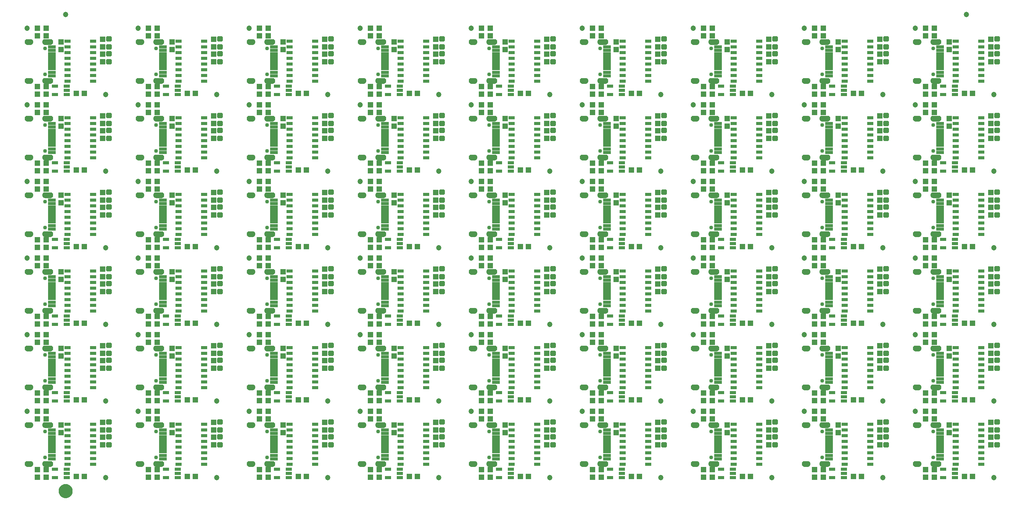
<source format=gts>
G75*
%MOIN*%
%OFA0B0*%
%FSLAX25Y25*%
%IPPOS*%
%LPD*%
%AMOC8*
5,1,8,0,0,1.08239X$1,22.5*
%
%ADD10C,0.04737*%
%ADD11R,0.05524X0.02965*%
%ADD12R,0.05131X0.04737*%
%ADD13R,0.04737X0.05131*%
%ADD14C,0.01990*%
%ADD15R,0.05524X0.03162*%
%ADD16R,0.06509X0.01981*%
%ADD17R,0.06509X0.03162*%
%ADD18R,0.06509X0.02965*%
%ADD19C,0.03359*%
%ADD20C,0.00039*%
%ADD21C,0.05000*%
%ADD22C,0.06706*%
D10*
X0110750Y0032000D03*
X0207750Y0032000D03*
X0304750Y0032000D03*
X0401750Y0032000D03*
X0498750Y0032000D03*
X0595750Y0032000D03*
X0692750Y0032000D03*
X0789750Y0032000D03*
X0886750Y0032000D03*
X0818250Y0090000D03*
X0789750Y0099000D03*
X0721250Y0090000D03*
X0692750Y0099000D03*
X0624250Y0090000D03*
X0595750Y0099000D03*
X0527250Y0090000D03*
X0498750Y0099000D03*
X0430250Y0090000D03*
X0401750Y0099000D03*
X0333250Y0090000D03*
X0304750Y0099000D03*
X0236250Y0090000D03*
X0207750Y0099000D03*
X0139250Y0090000D03*
X0110750Y0099000D03*
X0042250Y0090000D03*
X0042250Y0157000D03*
X0110750Y0166000D03*
X0139250Y0157000D03*
X0207750Y0166000D03*
X0236250Y0157000D03*
X0304750Y0166000D03*
X0333250Y0157000D03*
X0401750Y0166000D03*
X0430250Y0157000D03*
X0498750Y0166000D03*
X0527250Y0157000D03*
X0595750Y0166000D03*
X0624250Y0157000D03*
X0692750Y0166000D03*
X0721250Y0157000D03*
X0789750Y0166000D03*
X0818250Y0157000D03*
X0886750Y0166000D03*
X0818250Y0224000D03*
X0789750Y0233000D03*
X0721250Y0224000D03*
X0692750Y0233000D03*
X0624250Y0224000D03*
X0595750Y0233000D03*
X0527250Y0224000D03*
X0498750Y0233000D03*
X0430250Y0224000D03*
X0401750Y0233000D03*
X0333250Y0224000D03*
X0304750Y0233000D03*
X0236250Y0224000D03*
X0207750Y0233000D03*
X0139250Y0224000D03*
X0110750Y0233000D03*
X0042250Y0224000D03*
X0042250Y0291000D03*
X0110750Y0300000D03*
X0139250Y0291000D03*
X0207750Y0300000D03*
X0236250Y0291000D03*
X0304750Y0300000D03*
X0333250Y0291000D03*
X0401750Y0300000D03*
X0430250Y0291000D03*
X0498750Y0300000D03*
X0527250Y0291000D03*
X0595750Y0300000D03*
X0624250Y0291000D03*
X0692750Y0300000D03*
X0721250Y0291000D03*
X0789750Y0300000D03*
X0818250Y0291000D03*
X0886750Y0300000D03*
X0818250Y0358000D03*
X0789750Y0367000D03*
X0721250Y0358000D03*
X0692750Y0367000D03*
X0624250Y0358000D03*
X0595750Y0367000D03*
X0527250Y0358000D03*
X0498750Y0367000D03*
X0430250Y0358000D03*
X0401750Y0367000D03*
X0333250Y0358000D03*
X0304750Y0367000D03*
X0236250Y0358000D03*
X0207750Y0367000D03*
X0139250Y0358000D03*
X0110750Y0367000D03*
X0042250Y0358000D03*
X0042250Y0425000D03*
X0075750Y0436750D03*
X0139250Y0425000D03*
X0236250Y0425000D03*
X0333250Y0425000D03*
X0430250Y0425000D03*
X0527250Y0425000D03*
X0624250Y0425000D03*
X0721250Y0425000D03*
X0818250Y0425000D03*
X0862750Y0436750D03*
X0886750Y0367000D03*
X0886750Y0233000D03*
X0886750Y0099000D03*
D11*
X0066631Y0031760D03*
X0076869Y0031760D03*
X0076869Y0035500D03*
X0076869Y0039240D03*
X0066631Y0039240D03*
X0163631Y0039240D03*
X0173869Y0039240D03*
X0173869Y0035500D03*
X0173869Y0031760D03*
X0163631Y0031760D03*
X0260631Y0031760D03*
X0270869Y0031760D03*
X0270869Y0035500D03*
X0270869Y0039240D03*
X0260631Y0039240D03*
X0357631Y0039240D03*
X0367869Y0039240D03*
X0367869Y0035500D03*
X0367869Y0031760D03*
X0357631Y0031760D03*
X0454631Y0031760D03*
X0464869Y0031760D03*
X0464869Y0035500D03*
X0464869Y0039240D03*
X0454631Y0039240D03*
X0551631Y0039240D03*
X0561869Y0039240D03*
X0561869Y0035500D03*
X0561869Y0031760D03*
X0551631Y0031760D03*
X0648631Y0031760D03*
X0658869Y0031760D03*
X0658869Y0035500D03*
X0658869Y0039240D03*
X0648631Y0039240D03*
X0745631Y0039240D03*
X0755869Y0039240D03*
X0755869Y0035500D03*
X0755869Y0031760D03*
X0745631Y0031760D03*
X0842631Y0031760D03*
X0852869Y0031760D03*
X0852869Y0035500D03*
X0852869Y0039240D03*
X0842631Y0039240D03*
X0842631Y0098760D03*
X0852869Y0098760D03*
X0852869Y0102500D03*
X0852869Y0106240D03*
X0842631Y0106240D03*
X0755869Y0106240D03*
X0755869Y0102500D03*
X0755869Y0098760D03*
X0745631Y0098760D03*
X0745631Y0106240D03*
X0658869Y0106240D03*
X0658869Y0102500D03*
X0658869Y0098760D03*
X0648631Y0098760D03*
X0648631Y0106240D03*
X0561869Y0106240D03*
X0561869Y0102500D03*
X0561869Y0098760D03*
X0551631Y0098760D03*
X0551631Y0106240D03*
X0464869Y0106240D03*
X0464869Y0102500D03*
X0464869Y0098760D03*
X0454631Y0098760D03*
X0454631Y0106240D03*
X0367869Y0106240D03*
X0367869Y0102500D03*
X0367869Y0098760D03*
X0357631Y0098760D03*
X0357631Y0106240D03*
X0270869Y0106240D03*
X0270869Y0102500D03*
X0270869Y0098760D03*
X0260631Y0098760D03*
X0260631Y0106240D03*
X0173869Y0106240D03*
X0173869Y0102500D03*
X0173869Y0098760D03*
X0163631Y0098760D03*
X0163631Y0106240D03*
X0076869Y0106240D03*
X0076869Y0102500D03*
X0076869Y0098760D03*
X0066631Y0098760D03*
X0066631Y0106240D03*
X0066631Y0165760D03*
X0066631Y0173240D03*
X0076869Y0173240D03*
X0076869Y0169500D03*
X0076869Y0165760D03*
X0163631Y0165760D03*
X0163631Y0173240D03*
X0173869Y0173240D03*
X0173869Y0169500D03*
X0173869Y0165760D03*
X0260631Y0165760D03*
X0260631Y0173240D03*
X0270869Y0173240D03*
X0270869Y0169500D03*
X0270869Y0165760D03*
X0357631Y0165760D03*
X0357631Y0173240D03*
X0367869Y0173240D03*
X0367869Y0169500D03*
X0367869Y0165760D03*
X0454631Y0165760D03*
X0454631Y0173240D03*
X0464869Y0173240D03*
X0464869Y0169500D03*
X0464869Y0165760D03*
X0551631Y0165760D03*
X0551631Y0173240D03*
X0561869Y0173240D03*
X0561869Y0169500D03*
X0561869Y0165760D03*
X0648631Y0165760D03*
X0648631Y0173240D03*
X0658869Y0173240D03*
X0658869Y0169500D03*
X0658869Y0165760D03*
X0745631Y0165760D03*
X0745631Y0173240D03*
X0755869Y0173240D03*
X0755869Y0169500D03*
X0755869Y0165760D03*
X0842631Y0165760D03*
X0842631Y0173240D03*
X0852869Y0173240D03*
X0852869Y0169500D03*
X0852869Y0165760D03*
X0852869Y0232760D03*
X0852869Y0236500D03*
X0852869Y0240240D03*
X0842631Y0240240D03*
X0842631Y0232760D03*
X0755869Y0232760D03*
X0755869Y0236500D03*
X0755869Y0240240D03*
X0745631Y0240240D03*
X0745631Y0232760D03*
X0658869Y0232760D03*
X0658869Y0236500D03*
X0658869Y0240240D03*
X0648631Y0240240D03*
X0648631Y0232760D03*
X0561869Y0232760D03*
X0561869Y0236500D03*
X0561869Y0240240D03*
X0551631Y0240240D03*
X0551631Y0232760D03*
X0464869Y0232760D03*
X0464869Y0236500D03*
X0464869Y0240240D03*
X0454631Y0240240D03*
X0454631Y0232760D03*
X0367869Y0232760D03*
X0367869Y0236500D03*
X0367869Y0240240D03*
X0357631Y0240240D03*
X0357631Y0232760D03*
X0270869Y0232760D03*
X0270869Y0236500D03*
X0270869Y0240240D03*
X0260631Y0240240D03*
X0260631Y0232760D03*
X0173869Y0232760D03*
X0173869Y0236500D03*
X0173869Y0240240D03*
X0163631Y0240240D03*
X0163631Y0232760D03*
X0076869Y0232760D03*
X0076869Y0236500D03*
X0076869Y0240240D03*
X0066631Y0240240D03*
X0066631Y0232760D03*
X0066631Y0299760D03*
X0076869Y0299760D03*
X0076869Y0303500D03*
X0076869Y0307240D03*
X0066631Y0307240D03*
X0163631Y0307240D03*
X0173869Y0307240D03*
X0173869Y0303500D03*
X0173869Y0299760D03*
X0163631Y0299760D03*
X0260631Y0299760D03*
X0270869Y0299760D03*
X0270869Y0303500D03*
X0270869Y0307240D03*
X0260631Y0307240D03*
X0357631Y0307240D03*
X0367869Y0307240D03*
X0367869Y0303500D03*
X0367869Y0299760D03*
X0357631Y0299760D03*
X0454631Y0299760D03*
X0464869Y0299760D03*
X0464869Y0303500D03*
X0464869Y0307240D03*
X0454631Y0307240D03*
X0551631Y0307240D03*
X0561869Y0307240D03*
X0561869Y0303500D03*
X0561869Y0299760D03*
X0551631Y0299760D03*
X0648631Y0299760D03*
X0658869Y0299760D03*
X0658869Y0303500D03*
X0658869Y0307240D03*
X0648631Y0307240D03*
X0745631Y0307240D03*
X0755869Y0307240D03*
X0755869Y0303500D03*
X0755869Y0299760D03*
X0745631Y0299760D03*
X0842631Y0299760D03*
X0852869Y0299760D03*
X0852869Y0303500D03*
X0852869Y0307240D03*
X0842631Y0307240D03*
X0842631Y0366760D03*
X0842631Y0374240D03*
X0852869Y0374240D03*
X0852869Y0370500D03*
X0852869Y0366760D03*
X0755869Y0366760D03*
X0755869Y0370500D03*
X0755869Y0374240D03*
X0745631Y0374240D03*
X0745631Y0366760D03*
X0658869Y0366760D03*
X0658869Y0370500D03*
X0658869Y0374240D03*
X0648631Y0374240D03*
X0648631Y0366760D03*
X0561869Y0366760D03*
X0561869Y0370500D03*
X0561869Y0374240D03*
X0551631Y0374240D03*
X0551631Y0366760D03*
X0464869Y0366760D03*
X0464869Y0370500D03*
X0464869Y0374240D03*
X0454631Y0374240D03*
X0454631Y0366760D03*
X0367869Y0366760D03*
X0367869Y0370500D03*
X0367869Y0374240D03*
X0357631Y0374240D03*
X0357631Y0366760D03*
X0270869Y0366760D03*
X0270869Y0370500D03*
X0270869Y0374240D03*
X0260631Y0374240D03*
X0260631Y0366760D03*
X0173869Y0366760D03*
X0173869Y0370500D03*
X0173869Y0374240D03*
X0163631Y0374240D03*
X0163631Y0366760D03*
X0076869Y0366760D03*
X0076869Y0370500D03*
X0076869Y0374240D03*
X0066631Y0374240D03*
X0066631Y0366760D03*
D12*
X0085404Y0368000D03*
X0092096Y0368000D03*
X0182404Y0368000D03*
X0189096Y0368000D03*
X0279404Y0368000D03*
X0286096Y0368000D03*
X0376404Y0368000D03*
X0383096Y0368000D03*
X0473404Y0368000D03*
X0480096Y0368000D03*
X0570404Y0368000D03*
X0577096Y0368000D03*
X0667404Y0368000D03*
X0674096Y0368000D03*
X0764404Y0368000D03*
X0771096Y0368000D03*
X0861404Y0368000D03*
X0868096Y0368000D03*
X0868096Y0301000D03*
X0861404Y0301000D03*
X0771096Y0301000D03*
X0764404Y0301000D03*
X0674096Y0301000D03*
X0667404Y0301000D03*
X0577096Y0301000D03*
X0570404Y0301000D03*
X0480096Y0301000D03*
X0473404Y0301000D03*
X0383096Y0301000D03*
X0376404Y0301000D03*
X0286096Y0301000D03*
X0279404Y0301000D03*
X0189096Y0301000D03*
X0182404Y0301000D03*
X0092096Y0301000D03*
X0085404Y0301000D03*
X0085404Y0234000D03*
X0092096Y0234000D03*
X0182404Y0234000D03*
X0189096Y0234000D03*
X0279404Y0234000D03*
X0286096Y0234000D03*
X0376404Y0234000D03*
X0383096Y0234000D03*
X0473404Y0234000D03*
X0480096Y0234000D03*
X0570404Y0234000D03*
X0577096Y0234000D03*
X0667404Y0234000D03*
X0674096Y0234000D03*
X0764404Y0234000D03*
X0771096Y0234000D03*
X0861404Y0234000D03*
X0868096Y0234000D03*
X0868096Y0167000D03*
X0861404Y0167000D03*
X0771096Y0167000D03*
X0764404Y0167000D03*
X0674096Y0167000D03*
X0667404Y0167000D03*
X0577096Y0167000D03*
X0570404Y0167000D03*
X0480096Y0167000D03*
X0473404Y0167000D03*
X0383096Y0167000D03*
X0376404Y0167000D03*
X0286096Y0167000D03*
X0279404Y0167000D03*
X0189096Y0167000D03*
X0182404Y0167000D03*
X0092096Y0167000D03*
X0085404Y0167000D03*
X0085404Y0100000D03*
X0092096Y0100000D03*
X0182404Y0100000D03*
X0189096Y0100000D03*
X0279404Y0100000D03*
X0286096Y0100000D03*
X0376404Y0100000D03*
X0383096Y0100000D03*
X0473404Y0100000D03*
X0480096Y0100000D03*
X0570404Y0100000D03*
X0577096Y0100000D03*
X0667404Y0100000D03*
X0674096Y0100000D03*
X0764404Y0100000D03*
X0771096Y0100000D03*
X0861404Y0100000D03*
X0868096Y0100000D03*
X0868096Y0033000D03*
X0861404Y0033000D03*
X0771096Y0033000D03*
X0764404Y0033000D03*
X0674096Y0033000D03*
X0667404Y0033000D03*
X0577096Y0033000D03*
X0570404Y0033000D03*
X0480096Y0033000D03*
X0473404Y0033000D03*
X0383096Y0033000D03*
X0376404Y0033000D03*
X0286096Y0033000D03*
X0279404Y0033000D03*
X0189096Y0033000D03*
X0182404Y0033000D03*
X0092096Y0033000D03*
X0085404Y0033000D03*
D13*
X0058750Y0032154D03*
X0058750Y0038846D03*
X0051250Y0038846D03*
X0051250Y0032154D03*
X0108250Y0060654D03*
X0108250Y0067346D03*
X0108250Y0073654D03*
X0108250Y0080346D03*
X0071750Y0077846D03*
X0071750Y0071154D03*
X0058750Y0083154D03*
X0058750Y0089846D03*
X0051250Y0089846D03*
X0051250Y0083154D03*
X0051250Y0099154D03*
X0058750Y0099154D03*
X0058750Y0105846D03*
X0051250Y0105846D03*
X0108250Y0127654D03*
X0108250Y0134346D03*
X0108250Y0140654D03*
X0108250Y0147346D03*
X0071750Y0144846D03*
X0071750Y0138154D03*
X0058750Y0150154D03*
X0051250Y0150154D03*
X0051250Y0156846D03*
X0058750Y0156846D03*
X0058750Y0166154D03*
X0058750Y0172846D03*
X0051250Y0172846D03*
X0051250Y0166154D03*
X0108250Y0194654D03*
X0108250Y0201346D03*
X0108250Y0207654D03*
X0108250Y0214346D03*
X0071750Y0211846D03*
X0071750Y0205154D03*
X0058750Y0217154D03*
X0058750Y0223846D03*
X0051250Y0223846D03*
X0051250Y0217154D03*
X0051250Y0233154D03*
X0051250Y0239846D03*
X0058750Y0239846D03*
X0058750Y0233154D03*
X0108250Y0261654D03*
X0108250Y0268346D03*
X0108250Y0274654D03*
X0108250Y0281346D03*
X0071750Y0278846D03*
X0071750Y0272154D03*
X0058750Y0284154D03*
X0058750Y0290846D03*
X0051250Y0290846D03*
X0051250Y0284154D03*
X0051250Y0300154D03*
X0058750Y0300154D03*
X0058750Y0306846D03*
X0051250Y0306846D03*
X0108250Y0328654D03*
X0108250Y0335346D03*
X0108250Y0341654D03*
X0108250Y0348346D03*
X0071750Y0345846D03*
X0071750Y0339154D03*
X0058750Y0351154D03*
X0051250Y0351154D03*
X0051250Y0357846D03*
X0058750Y0357846D03*
X0058750Y0367154D03*
X0058750Y0373846D03*
X0051250Y0373846D03*
X0051250Y0367154D03*
X0108250Y0395654D03*
X0108250Y0402346D03*
X0108250Y0408654D03*
X0108250Y0415346D03*
X0071750Y0412846D03*
X0071750Y0406154D03*
X0058750Y0418154D03*
X0058750Y0424846D03*
X0051250Y0424846D03*
X0051250Y0418154D03*
X0148250Y0418154D03*
X0148250Y0424846D03*
X0155750Y0424846D03*
X0155750Y0418154D03*
X0168750Y0412846D03*
X0168750Y0406154D03*
X0205250Y0408654D03*
X0205250Y0402346D03*
X0205250Y0395654D03*
X0205250Y0415346D03*
X0245250Y0418154D03*
X0245250Y0424846D03*
X0252750Y0424846D03*
X0252750Y0418154D03*
X0265750Y0412846D03*
X0265750Y0406154D03*
X0302250Y0408654D03*
X0302250Y0402346D03*
X0302250Y0395654D03*
X0302250Y0415346D03*
X0342250Y0418154D03*
X0342250Y0424846D03*
X0349750Y0424846D03*
X0349750Y0418154D03*
X0362750Y0412846D03*
X0362750Y0406154D03*
X0399250Y0408654D03*
X0399250Y0402346D03*
X0399250Y0395654D03*
X0399250Y0415346D03*
X0439250Y0418154D03*
X0439250Y0424846D03*
X0446750Y0424846D03*
X0446750Y0418154D03*
X0459750Y0412846D03*
X0459750Y0406154D03*
X0496250Y0408654D03*
X0496250Y0402346D03*
X0496250Y0395654D03*
X0496250Y0415346D03*
X0536250Y0418154D03*
X0536250Y0424846D03*
X0543750Y0424846D03*
X0543750Y0418154D03*
X0556750Y0412846D03*
X0556750Y0406154D03*
X0593250Y0408654D03*
X0593250Y0402346D03*
X0593250Y0395654D03*
X0593250Y0415346D03*
X0633250Y0418154D03*
X0633250Y0424846D03*
X0640750Y0424846D03*
X0640750Y0418154D03*
X0653750Y0412846D03*
X0653750Y0406154D03*
X0690250Y0408654D03*
X0690250Y0402346D03*
X0690250Y0395654D03*
X0690250Y0415346D03*
X0730250Y0418154D03*
X0730250Y0424846D03*
X0737750Y0424846D03*
X0737750Y0418154D03*
X0750750Y0412846D03*
X0750750Y0406154D03*
X0787250Y0408654D03*
X0787250Y0402346D03*
X0787250Y0395654D03*
X0787250Y0415346D03*
X0827250Y0418154D03*
X0827250Y0424846D03*
X0834750Y0424846D03*
X0834750Y0418154D03*
X0847750Y0412846D03*
X0847750Y0406154D03*
X0884250Y0408654D03*
X0884250Y0402346D03*
X0884250Y0395654D03*
X0884250Y0415346D03*
X0834750Y0373846D03*
X0834750Y0367154D03*
X0827250Y0367154D03*
X0827250Y0373846D03*
X0827250Y0357846D03*
X0834750Y0357846D03*
X0834750Y0351154D03*
X0827250Y0351154D03*
X0847750Y0345846D03*
X0847750Y0339154D03*
X0884250Y0341654D03*
X0884250Y0335346D03*
X0884250Y0328654D03*
X0884250Y0348346D03*
X0834750Y0306846D03*
X0827250Y0306846D03*
X0827250Y0300154D03*
X0834750Y0300154D03*
X0834750Y0290846D03*
X0834750Y0284154D03*
X0827250Y0284154D03*
X0827250Y0290846D03*
X0847750Y0278846D03*
X0847750Y0272154D03*
X0884250Y0274654D03*
X0884250Y0281346D03*
X0884250Y0268346D03*
X0884250Y0261654D03*
X0834750Y0239846D03*
X0834750Y0233154D03*
X0827250Y0233154D03*
X0827250Y0239846D03*
X0827250Y0223846D03*
X0827250Y0217154D03*
X0834750Y0217154D03*
X0834750Y0223846D03*
X0847750Y0211846D03*
X0847750Y0205154D03*
X0884250Y0207654D03*
X0884250Y0201346D03*
X0884250Y0194654D03*
X0884250Y0214346D03*
X0834750Y0172846D03*
X0834750Y0166154D03*
X0827250Y0166154D03*
X0827250Y0172846D03*
X0827250Y0156846D03*
X0834750Y0156846D03*
X0834750Y0150154D03*
X0827250Y0150154D03*
X0847750Y0144846D03*
X0847750Y0138154D03*
X0884250Y0140654D03*
X0884250Y0134346D03*
X0884250Y0127654D03*
X0884250Y0147346D03*
X0834750Y0105846D03*
X0827250Y0105846D03*
X0827250Y0099154D03*
X0834750Y0099154D03*
X0834750Y0089846D03*
X0834750Y0083154D03*
X0827250Y0083154D03*
X0827250Y0089846D03*
X0847750Y0077846D03*
X0847750Y0071154D03*
X0884250Y0073654D03*
X0884250Y0080346D03*
X0884250Y0067346D03*
X0884250Y0060654D03*
X0834750Y0038846D03*
X0834750Y0032154D03*
X0827250Y0032154D03*
X0827250Y0038846D03*
X0787250Y0060654D03*
X0787250Y0067346D03*
X0787250Y0073654D03*
X0787250Y0080346D03*
X0750750Y0077846D03*
X0750750Y0071154D03*
X0737750Y0083154D03*
X0737750Y0089846D03*
X0730250Y0089846D03*
X0730250Y0083154D03*
X0730250Y0099154D03*
X0737750Y0099154D03*
X0737750Y0105846D03*
X0730250Y0105846D03*
X0690250Y0127654D03*
X0690250Y0134346D03*
X0690250Y0140654D03*
X0690250Y0147346D03*
X0653750Y0144846D03*
X0653750Y0138154D03*
X0640750Y0150154D03*
X0633250Y0150154D03*
X0633250Y0156846D03*
X0640750Y0156846D03*
X0640750Y0166154D03*
X0640750Y0172846D03*
X0633250Y0172846D03*
X0633250Y0166154D03*
X0593250Y0147346D03*
X0593250Y0140654D03*
X0593250Y0134346D03*
X0593250Y0127654D03*
X0556750Y0138154D03*
X0556750Y0144846D03*
X0543750Y0150154D03*
X0536250Y0150154D03*
X0536250Y0156846D03*
X0543750Y0156846D03*
X0543750Y0166154D03*
X0543750Y0172846D03*
X0536250Y0172846D03*
X0536250Y0166154D03*
X0496250Y0147346D03*
X0496250Y0140654D03*
X0496250Y0134346D03*
X0496250Y0127654D03*
X0459750Y0138154D03*
X0459750Y0144846D03*
X0446750Y0150154D03*
X0439250Y0150154D03*
X0439250Y0156846D03*
X0446750Y0156846D03*
X0446750Y0166154D03*
X0446750Y0172846D03*
X0439250Y0172846D03*
X0439250Y0166154D03*
X0399250Y0147346D03*
X0399250Y0140654D03*
X0399250Y0134346D03*
X0399250Y0127654D03*
X0362750Y0138154D03*
X0362750Y0144846D03*
X0349750Y0150154D03*
X0342250Y0150154D03*
X0342250Y0156846D03*
X0349750Y0156846D03*
X0349750Y0166154D03*
X0349750Y0172846D03*
X0342250Y0172846D03*
X0342250Y0166154D03*
X0302250Y0147346D03*
X0302250Y0140654D03*
X0302250Y0134346D03*
X0302250Y0127654D03*
X0265750Y0138154D03*
X0265750Y0144846D03*
X0252750Y0150154D03*
X0245250Y0150154D03*
X0245250Y0156846D03*
X0252750Y0156846D03*
X0252750Y0166154D03*
X0252750Y0172846D03*
X0245250Y0172846D03*
X0245250Y0166154D03*
X0205250Y0147346D03*
X0205250Y0140654D03*
X0205250Y0134346D03*
X0205250Y0127654D03*
X0168750Y0138154D03*
X0168750Y0144846D03*
X0155750Y0150154D03*
X0148250Y0150154D03*
X0148250Y0156846D03*
X0155750Y0156846D03*
X0155750Y0166154D03*
X0155750Y0172846D03*
X0148250Y0172846D03*
X0148250Y0166154D03*
X0205250Y0194654D03*
X0205250Y0201346D03*
X0205250Y0207654D03*
X0205250Y0214346D03*
X0168750Y0211846D03*
X0155750Y0217154D03*
X0155750Y0223846D03*
X0148250Y0223846D03*
X0148250Y0217154D03*
X0168750Y0205154D03*
X0155750Y0233154D03*
X0155750Y0239846D03*
X0148250Y0239846D03*
X0148250Y0233154D03*
X0205250Y0261654D03*
X0205250Y0268346D03*
X0205250Y0274654D03*
X0205250Y0281346D03*
X0168750Y0278846D03*
X0155750Y0284154D03*
X0155750Y0290846D03*
X0148250Y0290846D03*
X0148250Y0284154D03*
X0148250Y0300154D03*
X0155750Y0300154D03*
X0155750Y0306846D03*
X0148250Y0306846D03*
X0205250Y0328654D03*
X0205250Y0335346D03*
X0205250Y0341654D03*
X0205250Y0348346D03*
X0168750Y0345846D03*
X0168750Y0339154D03*
X0155750Y0351154D03*
X0148250Y0351154D03*
X0148250Y0357846D03*
X0155750Y0357846D03*
X0155750Y0367154D03*
X0155750Y0373846D03*
X0148250Y0373846D03*
X0148250Y0367154D03*
X0245250Y0367154D03*
X0245250Y0373846D03*
X0252750Y0373846D03*
X0252750Y0367154D03*
X0252750Y0357846D03*
X0245250Y0357846D03*
X0245250Y0351154D03*
X0252750Y0351154D03*
X0265750Y0345846D03*
X0265750Y0339154D03*
X0302250Y0341654D03*
X0302250Y0335346D03*
X0302250Y0328654D03*
X0342250Y0306846D03*
X0349750Y0306846D03*
X0349750Y0300154D03*
X0342250Y0300154D03*
X0342250Y0290846D03*
X0342250Y0284154D03*
X0349750Y0284154D03*
X0349750Y0290846D03*
X0362750Y0278846D03*
X0362750Y0272154D03*
X0399250Y0274654D03*
X0399250Y0281346D03*
X0399250Y0268346D03*
X0399250Y0261654D03*
X0439250Y0239846D03*
X0439250Y0233154D03*
X0446750Y0233154D03*
X0446750Y0239846D03*
X0446750Y0223846D03*
X0446750Y0217154D03*
X0439250Y0217154D03*
X0439250Y0223846D03*
X0459750Y0211846D03*
X0459750Y0205154D03*
X0496250Y0207654D03*
X0496250Y0201346D03*
X0496250Y0194654D03*
X0496250Y0214346D03*
X0536250Y0217154D03*
X0536250Y0223846D03*
X0543750Y0223846D03*
X0543750Y0217154D03*
X0556750Y0211846D03*
X0556750Y0205154D03*
X0593250Y0207654D03*
X0593250Y0201346D03*
X0593250Y0194654D03*
X0593250Y0214346D03*
X0633250Y0217154D03*
X0633250Y0223846D03*
X0640750Y0223846D03*
X0640750Y0217154D03*
X0653750Y0211846D03*
X0653750Y0205154D03*
X0690250Y0207654D03*
X0690250Y0201346D03*
X0690250Y0194654D03*
X0690250Y0214346D03*
X0730250Y0217154D03*
X0730250Y0223846D03*
X0737750Y0223846D03*
X0737750Y0217154D03*
X0750750Y0211846D03*
X0750750Y0205154D03*
X0787250Y0207654D03*
X0787250Y0201346D03*
X0787250Y0194654D03*
X0787250Y0214346D03*
X0737750Y0233154D03*
X0737750Y0239846D03*
X0730250Y0239846D03*
X0730250Y0233154D03*
X0690250Y0261654D03*
X0690250Y0268346D03*
X0690250Y0274654D03*
X0690250Y0281346D03*
X0653750Y0278846D03*
X0640750Y0284154D03*
X0640750Y0290846D03*
X0633250Y0290846D03*
X0633250Y0284154D03*
X0633250Y0300154D03*
X0640750Y0300154D03*
X0640750Y0306846D03*
X0633250Y0306846D03*
X0593250Y0328654D03*
X0593250Y0335346D03*
X0593250Y0341654D03*
X0593250Y0348346D03*
X0556750Y0345846D03*
X0556750Y0339154D03*
X0543750Y0351154D03*
X0536250Y0351154D03*
X0536250Y0357846D03*
X0543750Y0357846D03*
X0543750Y0367154D03*
X0543750Y0373846D03*
X0536250Y0373846D03*
X0536250Y0367154D03*
X0496250Y0348346D03*
X0496250Y0341654D03*
X0496250Y0335346D03*
X0496250Y0328654D03*
X0459750Y0339154D03*
X0459750Y0345846D03*
X0446750Y0351154D03*
X0439250Y0351154D03*
X0439250Y0357846D03*
X0446750Y0357846D03*
X0446750Y0367154D03*
X0446750Y0373846D03*
X0439250Y0373846D03*
X0439250Y0367154D03*
X0399250Y0348346D03*
X0399250Y0341654D03*
X0399250Y0335346D03*
X0399250Y0328654D03*
X0362750Y0339154D03*
X0362750Y0345846D03*
X0349750Y0351154D03*
X0342250Y0351154D03*
X0342250Y0357846D03*
X0349750Y0357846D03*
X0349750Y0367154D03*
X0349750Y0373846D03*
X0342250Y0373846D03*
X0342250Y0367154D03*
X0302250Y0348346D03*
X0252750Y0306846D03*
X0245250Y0306846D03*
X0245250Y0300154D03*
X0252750Y0300154D03*
X0252750Y0290846D03*
X0252750Y0284154D03*
X0245250Y0284154D03*
X0245250Y0290846D03*
X0265750Y0278846D03*
X0265750Y0272154D03*
X0302250Y0274654D03*
X0302250Y0281346D03*
X0302250Y0268346D03*
X0302250Y0261654D03*
X0342250Y0239846D03*
X0342250Y0233154D03*
X0349750Y0233154D03*
X0349750Y0239846D03*
X0349750Y0223846D03*
X0349750Y0217154D03*
X0342250Y0217154D03*
X0342250Y0223846D03*
X0362750Y0211846D03*
X0362750Y0205154D03*
X0399250Y0207654D03*
X0399250Y0201346D03*
X0399250Y0194654D03*
X0399250Y0214346D03*
X0302250Y0214346D03*
X0302250Y0207654D03*
X0302250Y0201346D03*
X0302250Y0194654D03*
X0265750Y0205154D03*
X0265750Y0211846D03*
X0252750Y0217154D03*
X0252750Y0223846D03*
X0245250Y0223846D03*
X0245250Y0217154D03*
X0245250Y0233154D03*
X0245250Y0239846D03*
X0252750Y0239846D03*
X0252750Y0233154D03*
X0168750Y0272154D03*
X0439250Y0284154D03*
X0439250Y0290846D03*
X0446750Y0290846D03*
X0446750Y0284154D03*
X0459750Y0278846D03*
X0459750Y0272154D03*
X0496250Y0274654D03*
X0496250Y0281346D03*
X0496250Y0268346D03*
X0496250Y0261654D03*
X0536250Y0239846D03*
X0536250Y0233154D03*
X0543750Y0233154D03*
X0543750Y0239846D03*
X0593250Y0261654D03*
X0593250Y0268346D03*
X0593250Y0274654D03*
X0593250Y0281346D03*
X0556750Y0278846D03*
X0543750Y0284154D03*
X0543750Y0290846D03*
X0536250Y0290846D03*
X0536250Y0284154D03*
X0536250Y0300154D03*
X0543750Y0300154D03*
X0543750Y0306846D03*
X0536250Y0306846D03*
X0556750Y0272154D03*
X0633250Y0239846D03*
X0633250Y0233154D03*
X0640750Y0233154D03*
X0640750Y0239846D03*
X0653750Y0272154D03*
X0730250Y0284154D03*
X0730250Y0290846D03*
X0737750Y0290846D03*
X0737750Y0284154D03*
X0750750Y0278846D03*
X0750750Y0272154D03*
X0787250Y0274654D03*
X0787250Y0281346D03*
X0787250Y0268346D03*
X0787250Y0261654D03*
X0737750Y0300154D03*
X0730250Y0300154D03*
X0730250Y0306846D03*
X0737750Y0306846D03*
X0690250Y0328654D03*
X0690250Y0335346D03*
X0690250Y0341654D03*
X0690250Y0348346D03*
X0653750Y0345846D03*
X0653750Y0339154D03*
X0640750Y0351154D03*
X0633250Y0351154D03*
X0633250Y0357846D03*
X0640750Y0357846D03*
X0640750Y0367154D03*
X0640750Y0373846D03*
X0633250Y0373846D03*
X0633250Y0367154D03*
X0730250Y0367154D03*
X0730250Y0373846D03*
X0737750Y0373846D03*
X0737750Y0367154D03*
X0737750Y0357846D03*
X0730250Y0357846D03*
X0730250Y0351154D03*
X0737750Y0351154D03*
X0750750Y0345846D03*
X0750750Y0339154D03*
X0787250Y0341654D03*
X0787250Y0335346D03*
X0787250Y0328654D03*
X0787250Y0348346D03*
X0446750Y0306846D03*
X0439250Y0306846D03*
X0439250Y0300154D03*
X0446750Y0300154D03*
X0730250Y0172846D03*
X0730250Y0166154D03*
X0737750Y0166154D03*
X0737750Y0172846D03*
X0737750Y0156846D03*
X0730250Y0156846D03*
X0730250Y0150154D03*
X0737750Y0150154D03*
X0750750Y0144846D03*
X0750750Y0138154D03*
X0787250Y0140654D03*
X0787250Y0134346D03*
X0787250Y0127654D03*
X0787250Y0147346D03*
X0640750Y0105846D03*
X0633250Y0105846D03*
X0633250Y0099154D03*
X0640750Y0099154D03*
X0640750Y0089846D03*
X0640750Y0083154D03*
X0633250Y0083154D03*
X0633250Y0089846D03*
X0653750Y0077846D03*
X0653750Y0071154D03*
X0690250Y0073654D03*
X0690250Y0080346D03*
X0690250Y0067346D03*
X0690250Y0060654D03*
X0730250Y0038846D03*
X0730250Y0032154D03*
X0737750Y0032154D03*
X0737750Y0038846D03*
X0640750Y0038846D03*
X0640750Y0032154D03*
X0633250Y0032154D03*
X0633250Y0038846D03*
X0593250Y0060654D03*
X0593250Y0067346D03*
X0593250Y0073654D03*
X0593250Y0080346D03*
X0556750Y0077846D03*
X0543750Y0083154D03*
X0543750Y0089846D03*
X0536250Y0089846D03*
X0536250Y0083154D03*
X0536250Y0099154D03*
X0543750Y0099154D03*
X0543750Y0105846D03*
X0536250Y0105846D03*
X0496250Y0080346D03*
X0496250Y0073654D03*
X0496250Y0067346D03*
X0496250Y0060654D03*
X0459750Y0071154D03*
X0459750Y0077846D03*
X0446750Y0083154D03*
X0446750Y0089846D03*
X0439250Y0089846D03*
X0439250Y0083154D03*
X0439250Y0099154D03*
X0446750Y0099154D03*
X0446750Y0105846D03*
X0439250Y0105846D03*
X0399250Y0080346D03*
X0399250Y0073654D03*
X0399250Y0067346D03*
X0399250Y0060654D03*
X0362750Y0071154D03*
X0362750Y0077846D03*
X0349750Y0083154D03*
X0349750Y0089846D03*
X0342250Y0089846D03*
X0342250Y0083154D03*
X0342250Y0099154D03*
X0349750Y0099154D03*
X0349750Y0105846D03*
X0342250Y0105846D03*
X0302250Y0080346D03*
X0302250Y0073654D03*
X0302250Y0067346D03*
X0302250Y0060654D03*
X0265750Y0071154D03*
X0265750Y0077846D03*
X0252750Y0083154D03*
X0252750Y0089846D03*
X0245250Y0089846D03*
X0245250Y0083154D03*
X0245250Y0099154D03*
X0252750Y0099154D03*
X0252750Y0105846D03*
X0245250Y0105846D03*
X0205250Y0080346D03*
X0205250Y0073654D03*
X0205250Y0067346D03*
X0205250Y0060654D03*
X0168750Y0071154D03*
X0168750Y0077846D03*
X0155750Y0083154D03*
X0155750Y0089846D03*
X0148250Y0089846D03*
X0148250Y0083154D03*
X0148250Y0099154D03*
X0155750Y0099154D03*
X0155750Y0105846D03*
X0148250Y0105846D03*
X0148250Y0038846D03*
X0148250Y0032154D03*
X0155750Y0032154D03*
X0155750Y0038846D03*
X0245250Y0038846D03*
X0245250Y0032154D03*
X0252750Y0032154D03*
X0252750Y0038846D03*
X0342250Y0038846D03*
X0342250Y0032154D03*
X0349750Y0032154D03*
X0349750Y0038846D03*
X0439250Y0038846D03*
X0439250Y0032154D03*
X0446750Y0032154D03*
X0446750Y0038846D03*
X0536250Y0038846D03*
X0536250Y0032154D03*
X0543750Y0032154D03*
X0543750Y0038846D03*
X0556750Y0071154D03*
D14*
X0597377Y0074920D02*
X0600123Y0074920D01*
X0600123Y0072174D01*
X0597377Y0072174D01*
X0597377Y0074920D01*
X0597377Y0074064D02*
X0600123Y0074064D01*
X0600123Y0081826D02*
X0597377Y0081826D01*
X0600123Y0081826D02*
X0600123Y0079080D01*
X0597377Y0079080D01*
X0597377Y0081826D01*
X0597377Y0080970D02*
X0600123Y0080970D01*
X0600123Y0068826D02*
X0597377Y0068826D01*
X0600123Y0068826D02*
X0600123Y0066080D01*
X0597377Y0066080D01*
X0597377Y0068826D01*
X0597377Y0067970D02*
X0600123Y0067970D01*
X0600123Y0061920D02*
X0597377Y0061920D01*
X0600123Y0061920D02*
X0600123Y0059174D01*
X0597377Y0059174D01*
X0597377Y0061920D01*
X0597377Y0061064D02*
X0600123Y0061064D01*
X0694377Y0061920D02*
X0697123Y0061920D01*
X0697123Y0059174D01*
X0694377Y0059174D01*
X0694377Y0061920D01*
X0694377Y0061064D02*
X0697123Y0061064D01*
X0697123Y0068826D02*
X0694377Y0068826D01*
X0697123Y0068826D02*
X0697123Y0066080D01*
X0694377Y0066080D01*
X0694377Y0068826D01*
X0694377Y0067970D02*
X0697123Y0067970D01*
X0697123Y0074920D02*
X0694377Y0074920D01*
X0697123Y0074920D02*
X0697123Y0072174D01*
X0694377Y0072174D01*
X0694377Y0074920D01*
X0694377Y0074064D02*
X0697123Y0074064D01*
X0697123Y0081826D02*
X0694377Y0081826D01*
X0697123Y0081826D02*
X0697123Y0079080D01*
X0694377Y0079080D01*
X0694377Y0081826D01*
X0694377Y0080970D02*
X0697123Y0080970D01*
X0697123Y0128920D02*
X0694377Y0128920D01*
X0697123Y0128920D02*
X0697123Y0126174D01*
X0694377Y0126174D01*
X0694377Y0128920D01*
X0694377Y0128064D02*
X0697123Y0128064D01*
X0697123Y0135826D02*
X0694377Y0135826D01*
X0697123Y0135826D02*
X0697123Y0133080D01*
X0694377Y0133080D01*
X0694377Y0135826D01*
X0694377Y0134970D02*
X0697123Y0134970D01*
X0697123Y0141920D02*
X0694377Y0141920D01*
X0697123Y0141920D02*
X0697123Y0139174D01*
X0694377Y0139174D01*
X0694377Y0141920D01*
X0694377Y0141064D02*
X0697123Y0141064D01*
X0697123Y0148826D02*
X0694377Y0148826D01*
X0697123Y0148826D02*
X0697123Y0146080D01*
X0694377Y0146080D01*
X0694377Y0148826D01*
X0694377Y0147970D02*
X0697123Y0147970D01*
X0600123Y0148826D02*
X0597377Y0148826D01*
X0600123Y0148826D02*
X0600123Y0146080D01*
X0597377Y0146080D01*
X0597377Y0148826D01*
X0597377Y0147970D02*
X0600123Y0147970D01*
X0600123Y0141920D02*
X0597377Y0141920D01*
X0600123Y0141920D02*
X0600123Y0139174D01*
X0597377Y0139174D01*
X0597377Y0141920D01*
X0597377Y0141064D02*
X0600123Y0141064D01*
X0600123Y0135826D02*
X0597377Y0135826D01*
X0600123Y0135826D02*
X0600123Y0133080D01*
X0597377Y0133080D01*
X0597377Y0135826D01*
X0597377Y0134970D02*
X0600123Y0134970D01*
X0600123Y0128920D02*
X0597377Y0128920D01*
X0600123Y0128920D02*
X0600123Y0126174D01*
X0597377Y0126174D01*
X0597377Y0128920D01*
X0597377Y0128064D02*
X0600123Y0128064D01*
X0503123Y0128920D02*
X0500377Y0128920D01*
X0503123Y0128920D02*
X0503123Y0126174D01*
X0500377Y0126174D01*
X0500377Y0128920D01*
X0500377Y0128064D02*
X0503123Y0128064D01*
X0503123Y0135826D02*
X0500377Y0135826D01*
X0503123Y0135826D02*
X0503123Y0133080D01*
X0500377Y0133080D01*
X0500377Y0135826D01*
X0500377Y0134970D02*
X0503123Y0134970D01*
X0503123Y0141920D02*
X0500377Y0141920D01*
X0503123Y0141920D02*
X0503123Y0139174D01*
X0500377Y0139174D01*
X0500377Y0141920D01*
X0500377Y0141064D02*
X0503123Y0141064D01*
X0503123Y0148826D02*
X0500377Y0148826D01*
X0503123Y0148826D02*
X0503123Y0146080D01*
X0500377Y0146080D01*
X0500377Y0148826D01*
X0500377Y0147970D02*
X0503123Y0147970D01*
X0503123Y0195920D02*
X0500377Y0195920D01*
X0503123Y0195920D02*
X0503123Y0193174D01*
X0500377Y0193174D01*
X0500377Y0195920D01*
X0500377Y0195064D02*
X0503123Y0195064D01*
X0503123Y0202826D02*
X0500377Y0202826D01*
X0503123Y0202826D02*
X0503123Y0200080D01*
X0500377Y0200080D01*
X0500377Y0202826D01*
X0500377Y0201970D02*
X0503123Y0201970D01*
X0503123Y0208920D02*
X0500377Y0208920D01*
X0503123Y0208920D02*
X0503123Y0206174D01*
X0500377Y0206174D01*
X0500377Y0208920D01*
X0500377Y0208064D02*
X0503123Y0208064D01*
X0503123Y0215826D02*
X0500377Y0215826D01*
X0503123Y0215826D02*
X0503123Y0213080D01*
X0500377Y0213080D01*
X0500377Y0215826D01*
X0500377Y0214970D02*
X0503123Y0214970D01*
X0503123Y0262920D02*
X0500377Y0262920D01*
X0503123Y0262920D02*
X0503123Y0260174D01*
X0500377Y0260174D01*
X0500377Y0262920D01*
X0500377Y0262064D02*
X0503123Y0262064D01*
X0503123Y0269826D02*
X0500377Y0269826D01*
X0503123Y0269826D02*
X0503123Y0267080D01*
X0500377Y0267080D01*
X0500377Y0269826D01*
X0500377Y0268970D02*
X0503123Y0268970D01*
X0503123Y0275920D02*
X0500377Y0275920D01*
X0503123Y0275920D02*
X0503123Y0273174D01*
X0500377Y0273174D01*
X0500377Y0275920D01*
X0500377Y0275064D02*
X0503123Y0275064D01*
X0503123Y0282826D02*
X0500377Y0282826D01*
X0503123Y0282826D02*
X0503123Y0280080D01*
X0500377Y0280080D01*
X0500377Y0282826D01*
X0500377Y0281970D02*
X0503123Y0281970D01*
X0503123Y0329920D02*
X0500377Y0329920D01*
X0503123Y0329920D02*
X0503123Y0327174D01*
X0500377Y0327174D01*
X0500377Y0329920D01*
X0500377Y0329064D02*
X0503123Y0329064D01*
X0503123Y0336826D02*
X0500377Y0336826D01*
X0503123Y0336826D02*
X0503123Y0334080D01*
X0500377Y0334080D01*
X0500377Y0336826D01*
X0500377Y0335970D02*
X0503123Y0335970D01*
X0503123Y0342920D02*
X0500377Y0342920D01*
X0503123Y0342920D02*
X0503123Y0340174D01*
X0500377Y0340174D01*
X0500377Y0342920D01*
X0500377Y0342064D02*
X0503123Y0342064D01*
X0503123Y0349826D02*
X0500377Y0349826D01*
X0503123Y0349826D02*
X0503123Y0347080D01*
X0500377Y0347080D01*
X0500377Y0349826D01*
X0500377Y0348970D02*
X0503123Y0348970D01*
X0503123Y0396920D02*
X0500377Y0396920D01*
X0503123Y0396920D02*
X0503123Y0394174D01*
X0500377Y0394174D01*
X0500377Y0396920D01*
X0500377Y0396064D02*
X0503123Y0396064D01*
X0503123Y0403826D02*
X0500377Y0403826D01*
X0503123Y0403826D02*
X0503123Y0401080D01*
X0500377Y0401080D01*
X0500377Y0403826D01*
X0500377Y0402970D02*
X0503123Y0402970D01*
X0503123Y0409920D02*
X0500377Y0409920D01*
X0503123Y0409920D02*
X0503123Y0407174D01*
X0500377Y0407174D01*
X0500377Y0409920D01*
X0500377Y0409064D02*
X0503123Y0409064D01*
X0503123Y0416826D02*
X0500377Y0416826D01*
X0503123Y0416826D02*
X0503123Y0414080D01*
X0500377Y0414080D01*
X0500377Y0416826D01*
X0500377Y0415970D02*
X0503123Y0415970D01*
X0597377Y0416826D02*
X0600123Y0416826D01*
X0600123Y0414080D01*
X0597377Y0414080D01*
X0597377Y0416826D01*
X0597377Y0415970D02*
X0600123Y0415970D01*
X0600123Y0409920D02*
X0597377Y0409920D01*
X0600123Y0409920D02*
X0600123Y0407174D01*
X0597377Y0407174D01*
X0597377Y0409920D01*
X0597377Y0409064D02*
X0600123Y0409064D01*
X0600123Y0403826D02*
X0597377Y0403826D01*
X0600123Y0403826D02*
X0600123Y0401080D01*
X0597377Y0401080D01*
X0597377Y0403826D01*
X0597377Y0402970D02*
X0600123Y0402970D01*
X0600123Y0396920D02*
X0597377Y0396920D01*
X0600123Y0396920D02*
X0600123Y0394174D01*
X0597377Y0394174D01*
X0597377Y0396920D01*
X0597377Y0396064D02*
X0600123Y0396064D01*
X0694377Y0396920D02*
X0697123Y0396920D01*
X0697123Y0394174D01*
X0694377Y0394174D01*
X0694377Y0396920D01*
X0694377Y0396064D02*
X0697123Y0396064D01*
X0697123Y0403826D02*
X0694377Y0403826D01*
X0697123Y0403826D02*
X0697123Y0401080D01*
X0694377Y0401080D01*
X0694377Y0403826D01*
X0694377Y0402970D02*
X0697123Y0402970D01*
X0697123Y0409920D02*
X0694377Y0409920D01*
X0697123Y0409920D02*
X0697123Y0407174D01*
X0694377Y0407174D01*
X0694377Y0409920D01*
X0694377Y0409064D02*
X0697123Y0409064D01*
X0697123Y0416826D02*
X0694377Y0416826D01*
X0697123Y0416826D02*
X0697123Y0414080D01*
X0694377Y0414080D01*
X0694377Y0416826D01*
X0694377Y0415970D02*
X0697123Y0415970D01*
X0791377Y0416826D02*
X0794123Y0416826D01*
X0794123Y0414080D01*
X0791377Y0414080D01*
X0791377Y0416826D01*
X0791377Y0415970D02*
X0794123Y0415970D01*
X0794123Y0409920D02*
X0791377Y0409920D01*
X0794123Y0409920D02*
X0794123Y0407174D01*
X0791377Y0407174D01*
X0791377Y0409920D01*
X0791377Y0409064D02*
X0794123Y0409064D01*
X0794123Y0403826D02*
X0791377Y0403826D01*
X0794123Y0403826D02*
X0794123Y0401080D01*
X0791377Y0401080D01*
X0791377Y0403826D01*
X0791377Y0402970D02*
X0794123Y0402970D01*
X0794123Y0396920D02*
X0791377Y0396920D01*
X0794123Y0396920D02*
X0794123Y0394174D01*
X0791377Y0394174D01*
X0791377Y0396920D01*
X0791377Y0396064D02*
X0794123Y0396064D01*
X0888377Y0396920D02*
X0891123Y0396920D01*
X0891123Y0394174D01*
X0888377Y0394174D01*
X0888377Y0396920D01*
X0888377Y0396064D02*
X0891123Y0396064D01*
X0891123Y0403826D02*
X0888377Y0403826D01*
X0891123Y0403826D02*
X0891123Y0401080D01*
X0888377Y0401080D01*
X0888377Y0403826D01*
X0888377Y0402970D02*
X0891123Y0402970D01*
X0891123Y0409920D02*
X0888377Y0409920D01*
X0891123Y0409920D02*
X0891123Y0407174D01*
X0888377Y0407174D01*
X0888377Y0409920D01*
X0888377Y0409064D02*
X0891123Y0409064D01*
X0891123Y0416826D02*
X0888377Y0416826D01*
X0891123Y0416826D02*
X0891123Y0414080D01*
X0888377Y0414080D01*
X0888377Y0416826D01*
X0888377Y0415970D02*
X0891123Y0415970D01*
X0891123Y0349826D02*
X0888377Y0349826D01*
X0891123Y0349826D02*
X0891123Y0347080D01*
X0888377Y0347080D01*
X0888377Y0349826D01*
X0888377Y0348970D02*
X0891123Y0348970D01*
X0891123Y0342920D02*
X0888377Y0342920D01*
X0891123Y0342920D02*
X0891123Y0340174D01*
X0888377Y0340174D01*
X0888377Y0342920D01*
X0888377Y0342064D02*
X0891123Y0342064D01*
X0891123Y0336826D02*
X0888377Y0336826D01*
X0891123Y0336826D02*
X0891123Y0334080D01*
X0888377Y0334080D01*
X0888377Y0336826D01*
X0888377Y0335970D02*
X0891123Y0335970D01*
X0891123Y0329920D02*
X0888377Y0329920D01*
X0891123Y0329920D02*
X0891123Y0327174D01*
X0888377Y0327174D01*
X0888377Y0329920D01*
X0888377Y0329064D02*
X0891123Y0329064D01*
X0794123Y0329920D02*
X0791377Y0329920D01*
X0794123Y0329920D02*
X0794123Y0327174D01*
X0791377Y0327174D01*
X0791377Y0329920D01*
X0791377Y0329064D02*
X0794123Y0329064D01*
X0794123Y0336826D02*
X0791377Y0336826D01*
X0794123Y0336826D02*
X0794123Y0334080D01*
X0791377Y0334080D01*
X0791377Y0336826D01*
X0791377Y0335970D02*
X0794123Y0335970D01*
X0794123Y0342920D02*
X0791377Y0342920D01*
X0794123Y0342920D02*
X0794123Y0340174D01*
X0791377Y0340174D01*
X0791377Y0342920D01*
X0791377Y0342064D02*
X0794123Y0342064D01*
X0794123Y0349826D02*
X0791377Y0349826D01*
X0794123Y0349826D02*
X0794123Y0347080D01*
X0791377Y0347080D01*
X0791377Y0349826D01*
X0791377Y0348970D02*
X0794123Y0348970D01*
X0697123Y0349826D02*
X0694377Y0349826D01*
X0697123Y0349826D02*
X0697123Y0347080D01*
X0694377Y0347080D01*
X0694377Y0349826D01*
X0694377Y0348970D02*
X0697123Y0348970D01*
X0697123Y0342920D02*
X0694377Y0342920D01*
X0697123Y0342920D02*
X0697123Y0340174D01*
X0694377Y0340174D01*
X0694377Y0342920D01*
X0694377Y0342064D02*
X0697123Y0342064D01*
X0697123Y0336826D02*
X0694377Y0336826D01*
X0697123Y0336826D02*
X0697123Y0334080D01*
X0694377Y0334080D01*
X0694377Y0336826D01*
X0694377Y0335970D02*
X0697123Y0335970D01*
X0697123Y0329920D02*
X0694377Y0329920D01*
X0697123Y0329920D02*
X0697123Y0327174D01*
X0694377Y0327174D01*
X0694377Y0329920D01*
X0694377Y0329064D02*
X0697123Y0329064D01*
X0600123Y0329920D02*
X0597377Y0329920D01*
X0600123Y0329920D02*
X0600123Y0327174D01*
X0597377Y0327174D01*
X0597377Y0329920D01*
X0597377Y0329064D02*
X0600123Y0329064D01*
X0600123Y0336826D02*
X0597377Y0336826D01*
X0600123Y0336826D02*
X0600123Y0334080D01*
X0597377Y0334080D01*
X0597377Y0336826D01*
X0597377Y0335970D02*
X0600123Y0335970D01*
X0600123Y0342920D02*
X0597377Y0342920D01*
X0600123Y0342920D02*
X0600123Y0340174D01*
X0597377Y0340174D01*
X0597377Y0342920D01*
X0597377Y0342064D02*
X0600123Y0342064D01*
X0600123Y0349826D02*
X0597377Y0349826D01*
X0600123Y0349826D02*
X0600123Y0347080D01*
X0597377Y0347080D01*
X0597377Y0349826D01*
X0597377Y0348970D02*
X0600123Y0348970D01*
X0600123Y0282826D02*
X0597377Y0282826D01*
X0600123Y0282826D02*
X0600123Y0280080D01*
X0597377Y0280080D01*
X0597377Y0282826D01*
X0597377Y0281970D02*
X0600123Y0281970D01*
X0600123Y0275920D02*
X0597377Y0275920D01*
X0600123Y0275920D02*
X0600123Y0273174D01*
X0597377Y0273174D01*
X0597377Y0275920D01*
X0597377Y0275064D02*
X0600123Y0275064D01*
X0600123Y0269826D02*
X0597377Y0269826D01*
X0600123Y0269826D02*
X0600123Y0267080D01*
X0597377Y0267080D01*
X0597377Y0269826D01*
X0597377Y0268970D02*
X0600123Y0268970D01*
X0600123Y0262920D02*
X0597377Y0262920D01*
X0600123Y0262920D02*
X0600123Y0260174D01*
X0597377Y0260174D01*
X0597377Y0262920D01*
X0597377Y0262064D02*
X0600123Y0262064D01*
X0694377Y0262920D02*
X0697123Y0262920D01*
X0697123Y0260174D01*
X0694377Y0260174D01*
X0694377Y0262920D01*
X0694377Y0262064D02*
X0697123Y0262064D01*
X0697123Y0269826D02*
X0694377Y0269826D01*
X0697123Y0269826D02*
X0697123Y0267080D01*
X0694377Y0267080D01*
X0694377Y0269826D01*
X0694377Y0268970D02*
X0697123Y0268970D01*
X0697123Y0275920D02*
X0694377Y0275920D01*
X0697123Y0275920D02*
X0697123Y0273174D01*
X0694377Y0273174D01*
X0694377Y0275920D01*
X0694377Y0275064D02*
X0697123Y0275064D01*
X0697123Y0282826D02*
X0694377Y0282826D01*
X0697123Y0282826D02*
X0697123Y0280080D01*
X0694377Y0280080D01*
X0694377Y0282826D01*
X0694377Y0281970D02*
X0697123Y0281970D01*
X0791377Y0282826D02*
X0794123Y0282826D01*
X0794123Y0280080D01*
X0791377Y0280080D01*
X0791377Y0282826D01*
X0791377Y0281970D02*
X0794123Y0281970D01*
X0794123Y0275920D02*
X0791377Y0275920D01*
X0794123Y0275920D02*
X0794123Y0273174D01*
X0791377Y0273174D01*
X0791377Y0275920D01*
X0791377Y0275064D02*
X0794123Y0275064D01*
X0794123Y0269826D02*
X0791377Y0269826D01*
X0794123Y0269826D02*
X0794123Y0267080D01*
X0791377Y0267080D01*
X0791377Y0269826D01*
X0791377Y0268970D02*
X0794123Y0268970D01*
X0794123Y0262920D02*
X0791377Y0262920D01*
X0794123Y0262920D02*
X0794123Y0260174D01*
X0791377Y0260174D01*
X0791377Y0262920D01*
X0791377Y0262064D02*
X0794123Y0262064D01*
X0888377Y0262920D02*
X0891123Y0262920D01*
X0891123Y0260174D01*
X0888377Y0260174D01*
X0888377Y0262920D01*
X0888377Y0262064D02*
X0891123Y0262064D01*
X0891123Y0269826D02*
X0888377Y0269826D01*
X0891123Y0269826D02*
X0891123Y0267080D01*
X0888377Y0267080D01*
X0888377Y0269826D01*
X0888377Y0268970D02*
X0891123Y0268970D01*
X0891123Y0275920D02*
X0888377Y0275920D01*
X0891123Y0275920D02*
X0891123Y0273174D01*
X0888377Y0273174D01*
X0888377Y0275920D01*
X0888377Y0275064D02*
X0891123Y0275064D01*
X0891123Y0282826D02*
X0888377Y0282826D01*
X0891123Y0282826D02*
X0891123Y0280080D01*
X0888377Y0280080D01*
X0888377Y0282826D01*
X0888377Y0281970D02*
X0891123Y0281970D01*
X0891123Y0215826D02*
X0888377Y0215826D01*
X0891123Y0215826D02*
X0891123Y0213080D01*
X0888377Y0213080D01*
X0888377Y0215826D01*
X0888377Y0214970D02*
X0891123Y0214970D01*
X0891123Y0208920D02*
X0888377Y0208920D01*
X0891123Y0208920D02*
X0891123Y0206174D01*
X0888377Y0206174D01*
X0888377Y0208920D01*
X0888377Y0208064D02*
X0891123Y0208064D01*
X0891123Y0202826D02*
X0888377Y0202826D01*
X0891123Y0202826D02*
X0891123Y0200080D01*
X0888377Y0200080D01*
X0888377Y0202826D01*
X0888377Y0201970D02*
X0891123Y0201970D01*
X0891123Y0195920D02*
X0888377Y0195920D01*
X0891123Y0195920D02*
X0891123Y0193174D01*
X0888377Y0193174D01*
X0888377Y0195920D01*
X0888377Y0195064D02*
X0891123Y0195064D01*
X0794123Y0195920D02*
X0791377Y0195920D01*
X0794123Y0195920D02*
X0794123Y0193174D01*
X0791377Y0193174D01*
X0791377Y0195920D01*
X0791377Y0195064D02*
X0794123Y0195064D01*
X0794123Y0202826D02*
X0791377Y0202826D01*
X0794123Y0202826D02*
X0794123Y0200080D01*
X0791377Y0200080D01*
X0791377Y0202826D01*
X0791377Y0201970D02*
X0794123Y0201970D01*
X0794123Y0208920D02*
X0791377Y0208920D01*
X0794123Y0208920D02*
X0794123Y0206174D01*
X0791377Y0206174D01*
X0791377Y0208920D01*
X0791377Y0208064D02*
X0794123Y0208064D01*
X0794123Y0215826D02*
X0791377Y0215826D01*
X0794123Y0215826D02*
X0794123Y0213080D01*
X0791377Y0213080D01*
X0791377Y0215826D01*
X0791377Y0214970D02*
X0794123Y0214970D01*
X0697123Y0215826D02*
X0694377Y0215826D01*
X0697123Y0215826D02*
X0697123Y0213080D01*
X0694377Y0213080D01*
X0694377Y0215826D01*
X0694377Y0214970D02*
X0697123Y0214970D01*
X0697123Y0208920D02*
X0694377Y0208920D01*
X0697123Y0208920D02*
X0697123Y0206174D01*
X0694377Y0206174D01*
X0694377Y0208920D01*
X0694377Y0208064D02*
X0697123Y0208064D01*
X0697123Y0202826D02*
X0694377Y0202826D01*
X0697123Y0202826D02*
X0697123Y0200080D01*
X0694377Y0200080D01*
X0694377Y0202826D01*
X0694377Y0201970D02*
X0697123Y0201970D01*
X0697123Y0195920D02*
X0694377Y0195920D01*
X0697123Y0195920D02*
X0697123Y0193174D01*
X0694377Y0193174D01*
X0694377Y0195920D01*
X0694377Y0195064D02*
X0697123Y0195064D01*
X0600123Y0195920D02*
X0597377Y0195920D01*
X0600123Y0195920D02*
X0600123Y0193174D01*
X0597377Y0193174D01*
X0597377Y0195920D01*
X0597377Y0195064D02*
X0600123Y0195064D01*
X0600123Y0202826D02*
X0597377Y0202826D01*
X0600123Y0202826D02*
X0600123Y0200080D01*
X0597377Y0200080D01*
X0597377Y0202826D01*
X0597377Y0201970D02*
X0600123Y0201970D01*
X0600123Y0208920D02*
X0597377Y0208920D01*
X0600123Y0208920D02*
X0600123Y0206174D01*
X0597377Y0206174D01*
X0597377Y0208920D01*
X0597377Y0208064D02*
X0600123Y0208064D01*
X0600123Y0215826D02*
X0597377Y0215826D01*
X0600123Y0215826D02*
X0600123Y0213080D01*
X0597377Y0213080D01*
X0597377Y0215826D01*
X0597377Y0214970D02*
X0600123Y0214970D01*
X0791377Y0148826D02*
X0794123Y0148826D01*
X0794123Y0146080D01*
X0791377Y0146080D01*
X0791377Y0148826D01*
X0791377Y0147970D02*
X0794123Y0147970D01*
X0794123Y0141920D02*
X0791377Y0141920D01*
X0794123Y0141920D02*
X0794123Y0139174D01*
X0791377Y0139174D01*
X0791377Y0141920D01*
X0791377Y0141064D02*
X0794123Y0141064D01*
X0794123Y0135826D02*
X0791377Y0135826D01*
X0794123Y0135826D02*
X0794123Y0133080D01*
X0791377Y0133080D01*
X0791377Y0135826D01*
X0791377Y0134970D02*
X0794123Y0134970D01*
X0794123Y0128920D02*
X0791377Y0128920D01*
X0794123Y0128920D02*
X0794123Y0126174D01*
X0791377Y0126174D01*
X0791377Y0128920D01*
X0791377Y0128064D02*
X0794123Y0128064D01*
X0888377Y0128920D02*
X0891123Y0128920D01*
X0891123Y0126174D01*
X0888377Y0126174D01*
X0888377Y0128920D01*
X0888377Y0128064D02*
X0891123Y0128064D01*
X0891123Y0135826D02*
X0888377Y0135826D01*
X0891123Y0135826D02*
X0891123Y0133080D01*
X0888377Y0133080D01*
X0888377Y0135826D01*
X0888377Y0134970D02*
X0891123Y0134970D01*
X0891123Y0141920D02*
X0888377Y0141920D01*
X0891123Y0141920D02*
X0891123Y0139174D01*
X0888377Y0139174D01*
X0888377Y0141920D01*
X0888377Y0141064D02*
X0891123Y0141064D01*
X0891123Y0148826D02*
X0888377Y0148826D01*
X0891123Y0148826D02*
X0891123Y0146080D01*
X0888377Y0146080D01*
X0888377Y0148826D01*
X0888377Y0147970D02*
X0891123Y0147970D01*
X0891123Y0081826D02*
X0888377Y0081826D01*
X0891123Y0081826D02*
X0891123Y0079080D01*
X0888377Y0079080D01*
X0888377Y0081826D01*
X0888377Y0080970D02*
X0891123Y0080970D01*
X0891123Y0074920D02*
X0888377Y0074920D01*
X0891123Y0074920D02*
X0891123Y0072174D01*
X0888377Y0072174D01*
X0888377Y0074920D01*
X0888377Y0074064D02*
X0891123Y0074064D01*
X0891123Y0068826D02*
X0888377Y0068826D01*
X0891123Y0068826D02*
X0891123Y0066080D01*
X0888377Y0066080D01*
X0888377Y0068826D01*
X0888377Y0067970D02*
X0891123Y0067970D01*
X0891123Y0061920D02*
X0888377Y0061920D01*
X0891123Y0061920D02*
X0891123Y0059174D01*
X0888377Y0059174D01*
X0888377Y0061920D01*
X0888377Y0061064D02*
X0891123Y0061064D01*
X0794123Y0061920D02*
X0791377Y0061920D01*
X0794123Y0061920D02*
X0794123Y0059174D01*
X0791377Y0059174D01*
X0791377Y0061920D01*
X0791377Y0061064D02*
X0794123Y0061064D01*
X0794123Y0068826D02*
X0791377Y0068826D01*
X0794123Y0068826D02*
X0794123Y0066080D01*
X0791377Y0066080D01*
X0791377Y0068826D01*
X0791377Y0067970D02*
X0794123Y0067970D01*
X0794123Y0074920D02*
X0791377Y0074920D01*
X0794123Y0074920D02*
X0794123Y0072174D01*
X0791377Y0072174D01*
X0791377Y0074920D01*
X0791377Y0074064D02*
X0794123Y0074064D01*
X0794123Y0081826D02*
X0791377Y0081826D01*
X0794123Y0081826D02*
X0794123Y0079080D01*
X0791377Y0079080D01*
X0791377Y0081826D01*
X0791377Y0080970D02*
X0794123Y0080970D01*
X0503123Y0081826D02*
X0500377Y0081826D01*
X0503123Y0081826D02*
X0503123Y0079080D01*
X0500377Y0079080D01*
X0500377Y0081826D01*
X0500377Y0080970D02*
X0503123Y0080970D01*
X0503123Y0074920D02*
X0500377Y0074920D01*
X0503123Y0074920D02*
X0503123Y0072174D01*
X0500377Y0072174D01*
X0500377Y0074920D01*
X0500377Y0074064D02*
X0503123Y0074064D01*
X0503123Y0068826D02*
X0500377Y0068826D01*
X0503123Y0068826D02*
X0503123Y0066080D01*
X0500377Y0066080D01*
X0500377Y0068826D01*
X0500377Y0067970D02*
X0503123Y0067970D01*
X0503123Y0061920D02*
X0500377Y0061920D01*
X0503123Y0061920D02*
X0503123Y0059174D01*
X0500377Y0059174D01*
X0500377Y0061920D01*
X0500377Y0061064D02*
X0503123Y0061064D01*
X0406123Y0061920D02*
X0403377Y0061920D01*
X0406123Y0061920D02*
X0406123Y0059174D01*
X0403377Y0059174D01*
X0403377Y0061920D01*
X0403377Y0061064D02*
X0406123Y0061064D01*
X0406123Y0068826D02*
X0403377Y0068826D01*
X0406123Y0068826D02*
X0406123Y0066080D01*
X0403377Y0066080D01*
X0403377Y0068826D01*
X0403377Y0067970D02*
X0406123Y0067970D01*
X0406123Y0074920D02*
X0403377Y0074920D01*
X0406123Y0074920D02*
X0406123Y0072174D01*
X0403377Y0072174D01*
X0403377Y0074920D01*
X0403377Y0074064D02*
X0406123Y0074064D01*
X0406123Y0081826D02*
X0403377Y0081826D01*
X0406123Y0081826D02*
X0406123Y0079080D01*
X0403377Y0079080D01*
X0403377Y0081826D01*
X0403377Y0080970D02*
X0406123Y0080970D01*
X0406123Y0128920D02*
X0403377Y0128920D01*
X0406123Y0128920D02*
X0406123Y0126174D01*
X0403377Y0126174D01*
X0403377Y0128920D01*
X0403377Y0128064D02*
X0406123Y0128064D01*
X0406123Y0135826D02*
X0403377Y0135826D01*
X0406123Y0135826D02*
X0406123Y0133080D01*
X0403377Y0133080D01*
X0403377Y0135826D01*
X0403377Y0134970D02*
X0406123Y0134970D01*
X0406123Y0141920D02*
X0403377Y0141920D01*
X0406123Y0141920D02*
X0406123Y0139174D01*
X0403377Y0139174D01*
X0403377Y0141920D01*
X0403377Y0141064D02*
X0406123Y0141064D01*
X0406123Y0148826D02*
X0403377Y0148826D01*
X0406123Y0148826D02*
X0406123Y0146080D01*
X0403377Y0146080D01*
X0403377Y0148826D01*
X0403377Y0147970D02*
X0406123Y0147970D01*
X0406123Y0195920D02*
X0403377Y0195920D01*
X0406123Y0195920D02*
X0406123Y0193174D01*
X0403377Y0193174D01*
X0403377Y0195920D01*
X0403377Y0195064D02*
X0406123Y0195064D01*
X0406123Y0202826D02*
X0403377Y0202826D01*
X0406123Y0202826D02*
X0406123Y0200080D01*
X0403377Y0200080D01*
X0403377Y0202826D01*
X0403377Y0201970D02*
X0406123Y0201970D01*
X0406123Y0208920D02*
X0403377Y0208920D01*
X0406123Y0208920D02*
X0406123Y0206174D01*
X0403377Y0206174D01*
X0403377Y0208920D01*
X0403377Y0208064D02*
X0406123Y0208064D01*
X0406123Y0215826D02*
X0403377Y0215826D01*
X0406123Y0215826D02*
X0406123Y0213080D01*
X0403377Y0213080D01*
X0403377Y0215826D01*
X0403377Y0214970D02*
X0406123Y0214970D01*
X0406123Y0262920D02*
X0403377Y0262920D01*
X0406123Y0262920D02*
X0406123Y0260174D01*
X0403377Y0260174D01*
X0403377Y0262920D01*
X0403377Y0262064D02*
X0406123Y0262064D01*
X0406123Y0269826D02*
X0403377Y0269826D01*
X0406123Y0269826D02*
X0406123Y0267080D01*
X0403377Y0267080D01*
X0403377Y0269826D01*
X0403377Y0268970D02*
X0406123Y0268970D01*
X0406123Y0275920D02*
X0403377Y0275920D01*
X0406123Y0275920D02*
X0406123Y0273174D01*
X0403377Y0273174D01*
X0403377Y0275920D01*
X0403377Y0275064D02*
X0406123Y0275064D01*
X0406123Y0282826D02*
X0403377Y0282826D01*
X0406123Y0282826D02*
X0406123Y0280080D01*
X0403377Y0280080D01*
X0403377Y0282826D01*
X0403377Y0281970D02*
X0406123Y0281970D01*
X0406123Y0329920D02*
X0403377Y0329920D01*
X0406123Y0329920D02*
X0406123Y0327174D01*
X0403377Y0327174D01*
X0403377Y0329920D01*
X0403377Y0329064D02*
X0406123Y0329064D01*
X0406123Y0336826D02*
X0403377Y0336826D01*
X0406123Y0336826D02*
X0406123Y0334080D01*
X0403377Y0334080D01*
X0403377Y0336826D01*
X0403377Y0335970D02*
X0406123Y0335970D01*
X0406123Y0342920D02*
X0403377Y0342920D01*
X0406123Y0342920D02*
X0406123Y0340174D01*
X0403377Y0340174D01*
X0403377Y0342920D01*
X0403377Y0342064D02*
X0406123Y0342064D01*
X0406123Y0349826D02*
X0403377Y0349826D01*
X0406123Y0349826D02*
X0406123Y0347080D01*
X0403377Y0347080D01*
X0403377Y0349826D01*
X0403377Y0348970D02*
X0406123Y0348970D01*
X0406123Y0396920D02*
X0403377Y0396920D01*
X0406123Y0396920D02*
X0406123Y0394174D01*
X0403377Y0394174D01*
X0403377Y0396920D01*
X0403377Y0396064D02*
X0406123Y0396064D01*
X0406123Y0403826D02*
X0403377Y0403826D01*
X0406123Y0403826D02*
X0406123Y0401080D01*
X0403377Y0401080D01*
X0403377Y0403826D01*
X0403377Y0402970D02*
X0406123Y0402970D01*
X0406123Y0409920D02*
X0403377Y0409920D01*
X0406123Y0409920D02*
X0406123Y0407174D01*
X0403377Y0407174D01*
X0403377Y0409920D01*
X0403377Y0409064D02*
X0406123Y0409064D01*
X0406123Y0416826D02*
X0403377Y0416826D01*
X0406123Y0416826D02*
X0406123Y0414080D01*
X0403377Y0414080D01*
X0403377Y0416826D01*
X0403377Y0415970D02*
X0406123Y0415970D01*
X0309123Y0416826D02*
X0306377Y0416826D01*
X0309123Y0416826D02*
X0309123Y0414080D01*
X0306377Y0414080D01*
X0306377Y0416826D01*
X0306377Y0415970D02*
X0309123Y0415970D01*
X0309123Y0409920D02*
X0306377Y0409920D01*
X0309123Y0409920D02*
X0309123Y0407174D01*
X0306377Y0407174D01*
X0306377Y0409920D01*
X0306377Y0409064D02*
X0309123Y0409064D01*
X0309123Y0403826D02*
X0306377Y0403826D01*
X0309123Y0403826D02*
X0309123Y0401080D01*
X0306377Y0401080D01*
X0306377Y0403826D01*
X0306377Y0402970D02*
X0309123Y0402970D01*
X0309123Y0396920D02*
X0306377Y0396920D01*
X0309123Y0396920D02*
X0309123Y0394174D01*
X0306377Y0394174D01*
X0306377Y0396920D01*
X0306377Y0396064D02*
X0309123Y0396064D01*
X0309123Y0349826D02*
X0306377Y0349826D01*
X0309123Y0349826D02*
X0309123Y0347080D01*
X0306377Y0347080D01*
X0306377Y0349826D01*
X0306377Y0348970D02*
X0309123Y0348970D01*
X0309123Y0342920D02*
X0306377Y0342920D01*
X0309123Y0342920D02*
X0309123Y0340174D01*
X0306377Y0340174D01*
X0306377Y0342920D01*
X0306377Y0342064D02*
X0309123Y0342064D01*
X0309123Y0336826D02*
X0306377Y0336826D01*
X0309123Y0336826D02*
X0309123Y0334080D01*
X0306377Y0334080D01*
X0306377Y0336826D01*
X0306377Y0335970D02*
X0309123Y0335970D01*
X0309123Y0329920D02*
X0306377Y0329920D01*
X0309123Y0329920D02*
X0309123Y0327174D01*
X0306377Y0327174D01*
X0306377Y0329920D01*
X0306377Y0329064D02*
X0309123Y0329064D01*
X0212123Y0329920D02*
X0209377Y0329920D01*
X0212123Y0329920D02*
X0212123Y0327174D01*
X0209377Y0327174D01*
X0209377Y0329920D01*
X0209377Y0329064D02*
X0212123Y0329064D01*
X0212123Y0336826D02*
X0209377Y0336826D01*
X0212123Y0336826D02*
X0212123Y0334080D01*
X0209377Y0334080D01*
X0209377Y0336826D01*
X0209377Y0335970D02*
X0212123Y0335970D01*
X0212123Y0342920D02*
X0209377Y0342920D01*
X0212123Y0342920D02*
X0212123Y0340174D01*
X0209377Y0340174D01*
X0209377Y0342920D01*
X0209377Y0342064D02*
X0212123Y0342064D01*
X0212123Y0349826D02*
X0209377Y0349826D01*
X0212123Y0349826D02*
X0212123Y0347080D01*
X0209377Y0347080D01*
X0209377Y0349826D01*
X0209377Y0348970D02*
X0212123Y0348970D01*
X0115123Y0349826D02*
X0112377Y0349826D01*
X0115123Y0349826D02*
X0115123Y0347080D01*
X0112377Y0347080D01*
X0112377Y0349826D01*
X0112377Y0348970D02*
X0115123Y0348970D01*
X0115123Y0342920D02*
X0112377Y0342920D01*
X0115123Y0342920D02*
X0115123Y0340174D01*
X0112377Y0340174D01*
X0112377Y0342920D01*
X0112377Y0342064D02*
X0115123Y0342064D01*
X0115123Y0336826D02*
X0112377Y0336826D01*
X0115123Y0336826D02*
X0115123Y0334080D01*
X0112377Y0334080D01*
X0112377Y0336826D01*
X0112377Y0335970D02*
X0115123Y0335970D01*
X0115123Y0329920D02*
X0112377Y0329920D01*
X0115123Y0329920D02*
X0115123Y0327174D01*
X0112377Y0327174D01*
X0112377Y0329920D01*
X0112377Y0329064D02*
X0115123Y0329064D01*
X0115123Y0282826D02*
X0112377Y0282826D01*
X0115123Y0282826D02*
X0115123Y0280080D01*
X0112377Y0280080D01*
X0112377Y0282826D01*
X0112377Y0281970D02*
X0115123Y0281970D01*
X0115123Y0275920D02*
X0112377Y0275920D01*
X0115123Y0275920D02*
X0115123Y0273174D01*
X0112377Y0273174D01*
X0112377Y0275920D01*
X0112377Y0275064D02*
X0115123Y0275064D01*
X0115123Y0269826D02*
X0112377Y0269826D01*
X0115123Y0269826D02*
X0115123Y0267080D01*
X0112377Y0267080D01*
X0112377Y0269826D01*
X0112377Y0268970D02*
X0115123Y0268970D01*
X0115123Y0262920D02*
X0112377Y0262920D01*
X0115123Y0262920D02*
X0115123Y0260174D01*
X0112377Y0260174D01*
X0112377Y0262920D01*
X0112377Y0262064D02*
X0115123Y0262064D01*
X0209377Y0262920D02*
X0212123Y0262920D01*
X0212123Y0260174D01*
X0209377Y0260174D01*
X0209377Y0262920D01*
X0209377Y0262064D02*
X0212123Y0262064D01*
X0212123Y0269826D02*
X0209377Y0269826D01*
X0212123Y0269826D02*
X0212123Y0267080D01*
X0209377Y0267080D01*
X0209377Y0269826D01*
X0209377Y0268970D02*
X0212123Y0268970D01*
X0212123Y0275920D02*
X0209377Y0275920D01*
X0212123Y0275920D02*
X0212123Y0273174D01*
X0209377Y0273174D01*
X0209377Y0275920D01*
X0209377Y0275064D02*
X0212123Y0275064D01*
X0212123Y0282826D02*
X0209377Y0282826D01*
X0212123Y0282826D02*
X0212123Y0280080D01*
X0209377Y0280080D01*
X0209377Y0282826D01*
X0209377Y0281970D02*
X0212123Y0281970D01*
X0306377Y0282826D02*
X0309123Y0282826D01*
X0309123Y0280080D01*
X0306377Y0280080D01*
X0306377Y0282826D01*
X0306377Y0281970D02*
X0309123Y0281970D01*
X0309123Y0275920D02*
X0306377Y0275920D01*
X0309123Y0275920D02*
X0309123Y0273174D01*
X0306377Y0273174D01*
X0306377Y0275920D01*
X0306377Y0275064D02*
X0309123Y0275064D01*
X0309123Y0269826D02*
X0306377Y0269826D01*
X0309123Y0269826D02*
X0309123Y0267080D01*
X0306377Y0267080D01*
X0306377Y0269826D01*
X0306377Y0268970D02*
X0309123Y0268970D01*
X0309123Y0262920D02*
X0306377Y0262920D01*
X0309123Y0262920D02*
X0309123Y0260174D01*
X0306377Y0260174D01*
X0306377Y0262920D01*
X0306377Y0262064D02*
X0309123Y0262064D01*
X0309123Y0215826D02*
X0306377Y0215826D01*
X0309123Y0215826D02*
X0309123Y0213080D01*
X0306377Y0213080D01*
X0306377Y0215826D01*
X0306377Y0214970D02*
X0309123Y0214970D01*
X0309123Y0208920D02*
X0306377Y0208920D01*
X0309123Y0208920D02*
X0309123Y0206174D01*
X0306377Y0206174D01*
X0306377Y0208920D01*
X0306377Y0208064D02*
X0309123Y0208064D01*
X0309123Y0202826D02*
X0306377Y0202826D01*
X0309123Y0202826D02*
X0309123Y0200080D01*
X0306377Y0200080D01*
X0306377Y0202826D01*
X0306377Y0201970D02*
X0309123Y0201970D01*
X0309123Y0195920D02*
X0306377Y0195920D01*
X0309123Y0195920D02*
X0309123Y0193174D01*
X0306377Y0193174D01*
X0306377Y0195920D01*
X0306377Y0195064D02*
X0309123Y0195064D01*
X0309123Y0148826D02*
X0306377Y0148826D01*
X0309123Y0148826D02*
X0309123Y0146080D01*
X0306377Y0146080D01*
X0306377Y0148826D01*
X0306377Y0147970D02*
X0309123Y0147970D01*
X0309123Y0141920D02*
X0306377Y0141920D01*
X0309123Y0141920D02*
X0309123Y0139174D01*
X0306377Y0139174D01*
X0306377Y0141920D01*
X0306377Y0141064D02*
X0309123Y0141064D01*
X0309123Y0135826D02*
X0306377Y0135826D01*
X0309123Y0135826D02*
X0309123Y0133080D01*
X0306377Y0133080D01*
X0306377Y0135826D01*
X0306377Y0134970D02*
X0309123Y0134970D01*
X0309123Y0128920D02*
X0306377Y0128920D01*
X0309123Y0128920D02*
X0309123Y0126174D01*
X0306377Y0126174D01*
X0306377Y0128920D01*
X0306377Y0128064D02*
X0309123Y0128064D01*
X0212123Y0128920D02*
X0209377Y0128920D01*
X0212123Y0128920D02*
X0212123Y0126174D01*
X0209377Y0126174D01*
X0209377Y0128920D01*
X0209377Y0128064D02*
X0212123Y0128064D01*
X0212123Y0135826D02*
X0209377Y0135826D01*
X0212123Y0135826D02*
X0212123Y0133080D01*
X0209377Y0133080D01*
X0209377Y0135826D01*
X0209377Y0134970D02*
X0212123Y0134970D01*
X0212123Y0141920D02*
X0209377Y0141920D01*
X0212123Y0141920D02*
X0212123Y0139174D01*
X0209377Y0139174D01*
X0209377Y0141920D01*
X0209377Y0141064D02*
X0212123Y0141064D01*
X0212123Y0148826D02*
X0209377Y0148826D01*
X0212123Y0148826D02*
X0212123Y0146080D01*
X0209377Y0146080D01*
X0209377Y0148826D01*
X0209377Y0147970D02*
X0212123Y0147970D01*
X0115123Y0148826D02*
X0112377Y0148826D01*
X0115123Y0148826D02*
X0115123Y0146080D01*
X0112377Y0146080D01*
X0112377Y0148826D01*
X0112377Y0147970D02*
X0115123Y0147970D01*
X0115123Y0141920D02*
X0112377Y0141920D01*
X0115123Y0141920D02*
X0115123Y0139174D01*
X0112377Y0139174D01*
X0112377Y0141920D01*
X0112377Y0141064D02*
X0115123Y0141064D01*
X0115123Y0135826D02*
X0112377Y0135826D01*
X0115123Y0135826D02*
X0115123Y0133080D01*
X0112377Y0133080D01*
X0112377Y0135826D01*
X0112377Y0134970D02*
X0115123Y0134970D01*
X0115123Y0128920D02*
X0112377Y0128920D01*
X0115123Y0128920D02*
X0115123Y0126174D01*
X0112377Y0126174D01*
X0112377Y0128920D01*
X0112377Y0128064D02*
X0115123Y0128064D01*
X0115123Y0081826D02*
X0112377Y0081826D01*
X0115123Y0081826D02*
X0115123Y0079080D01*
X0112377Y0079080D01*
X0112377Y0081826D01*
X0112377Y0080970D02*
X0115123Y0080970D01*
X0115123Y0074920D02*
X0112377Y0074920D01*
X0115123Y0074920D02*
X0115123Y0072174D01*
X0112377Y0072174D01*
X0112377Y0074920D01*
X0112377Y0074064D02*
X0115123Y0074064D01*
X0115123Y0068826D02*
X0112377Y0068826D01*
X0115123Y0068826D02*
X0115123Y0066080D01*
X0112377Y0066080D01*
X0112377Y0068826D01*
X0112377Y0067970D02*
X0115123Y0067970D01*
X0115123Y0061920D02*
X0112377Y0061920D01*
X0115123Y0061920D02*
X0115123Y0059174D01*
X0112377Y0059174D01*
X0112377Y0061920D01*
X0112377Y0061064D02*
X0115123Y0061064D01*
X0209377Y0061920D02*
X0212123Y0061920D01*
X0212123Y0059174D01*
X0209377Y0059174D01*
X0209377Y0061920D01*
X0209377Y0061064D02*
X0212123Y0061064D01*
X0212123Y0068826D02*
X0209377Y0068826D01*
X0212123Y0068826D02*
X0212123Y0066080D01*
X0209377Y0066080D01*
X0209377Y0068826D01*
X0209377Y0067970D02*
X0212123Y0067970D01*
X0212123Y0074920D02*
X0209377Y0074920D01*
X0212123Y0074920D02*
X0212123Y0072174D01*
X0209377Y0072174D01*
X0209377Y0074920D01*
X0209377Y0074064D02*
X0212123Y0074064D01*
X0212123Y0081826D02*
X0209377Y0081826D01*
X0212123Y0081826D02*
X0212123Y0079080D01*
X0209377Y0079080D01*
X0209377Y0081826D01*
X0209377Y0080970D02*
X0212123Y0080970D01*
X0306377Y0081826D02*
X0309123Y0081826D01*
X0309123Y0079080D01*
X0306377Y0079080D01*
X0306377Y0081826D01*
X0306377Y0080970D02*
X0309123Y0080970D01*
X0309123Y0074920D02*
X0306377Y0074920D01*
X0309123Y0074920D02*
X0309123Y0072174D01*
X0306377Y0072174D01*
X0306377Y0074920D01*
X0306377Y0074064D02*
X0309123Y0074064D01*
X0309123Y0068826D02*
X0306377Y0068826D01*
X0309123Y0068826D02*
X0309123Y0066080D01*
X0306377Y0066080D01*
X0306377Y0068826D01*
X0306377Y0067970D02*
X0309123Y0067970D01*
X0309123Y0061920D02*
X0306377Y0061920D01*
X0309123Y0061920D02*
X0309123Y0059174D01*
X0306377Y0059174D01*
X0306377Y0061920D01*
X0306377Y0061064D02*
X0309123Y0061064D01*
X0212123Y0195920D02*
X0209377Y0195920D01*
X0212123Y0195920D02*
X0212123Y0193174D01*
X0209377Y0193174D01*
X0209377Y0195920D01*
X0209377Y0195064D02*
X0212123Y0195064D01*
X0212123Y0202826D02*
X0209377Y0202826D01*
X0212123Y0202826D02*
X0212123Y0200080D01*
X0209377Y0200080D01*
X0209377Y0202826D01*
X0209377Y0201970D02*
X0212123Y0201970D01*
X0212123Y0208920D02*
X0209377Y0208920D01*
X0212123Y0208920D02*
X0212123Y0206174D01*
X0209377Y0206174D01*
X0209377Y0208920D01*
X0209377Y0208064D02*
X0212123Y0208064D01*
X0212123Y0215826D02*
X0209377Y0215826D01*
X0212123Y0215826D02*
X0212123Y0213080D01*
X0209377Y0213080D01*
X0209377Y0215826D01*
X0209377Y0214970D02*
X0212123Y0214970D01*
X0115123Y0215826D02*
X0112377Y0215826D01*
X0115123Y0215826D02*
X0115123Y0213080D01*
X0112377Y0213080D01*
X0112377Y0215826D01*
X0112377Y0214970D02*
X0115123Y0214970D01*
X0115123Y0208920D02*
X0112377Y0208920D01*
X0115123Y0208920D02*
X0115123Y0206174D01*
X0112377Y0206174D01*
X0112377Y0208920D01*
X0112377Y0208064D02*
X0115123Y0208064D01*
X0115123Y0202826D02*
X0112377Y0202826D01*
X0115123Y0202826D02*
X0115123Y0200080D01*
X0112377Y0200080D01*
X0112377Y0202826D01*
X0112377Y0201970D02*
X0115123Y0201970D01*
X0115123Y0195920D02*
X0112377Y0195920D01*
X0115123Y0195920D02*
X0115123Y0193174D01*
X0112377Y0193174D01*
X0112377Y0195920D01*
X0112377Y0195064D02*
X0115123Y0195064D01*
X0115123Y0396920D02*
X0112377Y0396920D01*
X0115123Y0396920D02*
X0115123Y0394174D01*
X0112377Y0394174D01*
X0112377Y0396920D01*
X0112377Y0396064D02*
X0115123Y0396064D01*
X0115123Y0403826D02*
X0112377Y0403826D01*
X0115123Y0403826D02*
X0115123Y0401080D01*
X0112377Y0401080D01*
X0112377Y0403826D01*
X0112377Y0402970D02*
X0115123Y0402970D01*
X0115123Y0409920D02*
X0112377Y0409920D01*
X0115123Y0409920D02*
X0115123Y0407174D01*
X0112377Y0407174D01*
X0112377Y0409920D01*
X0112377Y0409064D02*
X0115123Y0409064D01*
X0115123Y0416826D02*
X0112377Y0416826D01*
X0115123Y0416826D02*
X0115123Y0414080D01*
X0112377Y0414080D01*
X0112377Y0416826D01*
X0112377Y0415970D02*
X0115123Y0415970D01*
X0209377Y0416826D02*
X0212123Y0416826D01*
X0212123Y0414080D01*
X0209377Y0414080D01*
X0209377Y0416826D01*
X0209377Y0415970D02*
X0212123Y0415970D01*
X0212123Y0409920D02*
X0209377Y0409920D01*
X0212123Y0409920D02*
X0212123Y0407174D01*
X0209377Y0407174D01*
X0209377Y0409920D01*
X0209377Y0409064D02*
X0212123Y0409064D01*
X0212123Y0403826D02*
X0209377Y0403826D01*
X0212123Y0403826D02*
X0212123Y0401080D01*
X0209377Y0401080D01*
X0209377Y0403826D01*
X0209377Y0402970D02*
X0212123Y0402970D01*
X0212123Y0396920D02*
X0209377Y0396920D01*
X0212123Y0396920D02*
X0212123Y0394174D01*
X0209377Y0394174D01*
X0209377Y0396920D01*
X0209377Y0396064D02*
X0212123Y0396064D01*
D15*
X0196774Y0398500D03*
X0196774Y0393500D03*
X0196774Y0388500D03*
X0196774Y0383500D03*
X0196774Y0378500D03*
X0174726Y0378500D03*
X0174726Y0383500D03*
X0174726Y0388500D03*
X0174726Y0393500D03*
X0174726Y0398500D03*
X0174726Y0403500D03*
X0174726Y0408500D03*
X0174726Y0413500D03*
X0196774Y0413500D03*
X0196774Y0408500D03*
X0196774Y0403500D03*
X0271726Y0403500D03*
X0271726Y0398500D03*
X0271726Y0393500D03*
X0271726Y0388500D03*
X0271726Y0383500D03*
X0271726Y0378500D03*
X0293774Y0378500D03*
X0293774Y0383500D03*
X0293774Y0388500D03*
X0293774Y0393500D03*
X0293774Y0398500D03*
X0293774Y0403500D03*
X0293774Y0408500D03*
X0293774Y0413500D03*
X0271726Y0413500D03*
X0271726Y0408500D03*
X0368726Y0408500D03*
X0368726Y0403500D03*
X0368726Y0398500D03*
X0368726Y0393500D03*
X0368726Y0388500D03*
X0368726Y0383500D03*
X0368726Y0378500D03*
X0390774Y0378500D03*
X0390774Y0383500D03*
X0390774Y0388500D03*
X0390774Y0393500D03*
X0390774Y0398500D03*
X0390774Y0403500D03*
X0390774Y0408500D03*
X0390774Y0413500D03*
X0368726Y0413500D03*
X0465726Y0413500D03*
X0465726Y0408500D03*
X0465726Y0403500D03*
X0465726Y0398500D03*
X0465726Y0393500D03*
X0465726Y0388500D03*
X0465726Y0383500D03*
X0465726Y0378500D03*
X0487774Y0378500D03*
X0487774Y0383500D03*
X0487774Y0388500D03*
X0487774Y0393500D03*
X0487774Y0398500D03*
X0487774Y0403500D03*
X0487774Y0408500D03*
X0487774Y0413500D03*
X0562726Y0413500D03*
X0562726Y0408500D03*
X0562726Y0403500D03*
X0562726Y0398500D03*
X0562726Y0393500D03*
X0562726Y0388500D03*
X0562726Y0383500D03*
X0562726Y0378500D03*
X0584774Y0378500D03*
X0584774Y0383500D03*
X0584774Y0388500D03*
X0584774Y0393500D03*
X0584774Y0398500D03*
X0584774Y0403500D03*
X0584774Y0408500D03*
X0584774Y0413500D03*
X0659726Y0413500D03*
X0659726Y0408500D03*
X0659726Y0403500D03*
X0659726Y0398500D03*
X0659726Y0393500D03*
X0659726Y0388500D03*
X0659726Y0383500D03*
X0659726Y0378500D03*
X0681774Y0378500D03*
X0681774Y0383500D03*
X0681774Y0388500D03*
X0681774Y0393500D03*
X0681774Y0398500D03*
X0681774Y0403500D03*
X0681774Y0408500D03*
X0681774Y0413500D03*
X0756726Y0413500D03*
X0756726Y0408500D03*
X0756726Y0403500D03*
X0756726Y0398500D03*
X0756726Y0393500D03*
X0756726Y0388500D03*
X0756726Y0383500D03*
X0756726Y0378500D03*
X0778774Y0378500D03*
X0778774Y0383500D03*
X0778774Y0388500D03*
X0778774Y0393500D03*
X0778774Y0398500D03*
X0778774Y0403500D03*
X0778774Y0408500D03*
X0778774Y0413500D03*
X0853726Y0413500D03*
X0853726Y0408500D03*
X0853726Y0403500D03*
X0853726Y0398500D03*
X0853726Y0393500D03*
X0853726Y0388500D03*
X0853726Y0383500D03*
X0853726Y0378500D03*
X0875774Y0378500D03*
X0875774Y0383500D03*
X0875774Y0388500D03*
X0875774Y0393500D03*
X0875774Y0398500D03*
X0875774Y0403500D03*
X0875774Y0408500D03*
X0875774Y0413500D03*
X0875774Y0346500D03*
X0875774Y0341500D03*
X0875774Y0336500D03*
X0875774Y0331500D03*
X0875774Y0326500D03*
X0875774Y0321500D03*
X0875774Y0316500D03*
X0875774Y0311500D03*
X0853726Y0311500D03*
X0853726Y0316500D03*
X0853726Y0321500D03*
X0853726Y0326500D03*
X0853726Y0331500D03*
X0853726Y0336500D03*
X0853726Y0341500D03*
X0853726Y0346500D03*
X0778774Y0346500D03*
X0778774Y0341500D03*
X0778774Y0336500D03*
X0778774Y0331500D03*
X0778774Y0326500D03*
X0778774Y0321500D03*
X0778774Y0316500D03*
X0778774Y0311500D03*
X0756726Y0311500D03*
X0756726Y0316500D03*
X0756726Y0321500D03*
X0756726Y0326500D03*
X0756726Y0331500D03*
X0756726Y0336500D03*
X0756726Y0341500D03*
X0756726Y0346500D03*
X0681774Y0346500D03*
X0681774Y0341500D03*
X0681774Y0336500D03*
X0681774Y0331500D03*
X0681774Y0326500D03*
X0681774Y0321500D03*
X0681774Y0316500D03*
X0681774Y0311500D03*
X0659726Y0311500D03*
X0659726Y0316500D03*
X0659726Y0321500D03*
X0659726Y0326500D03*
X0659726Y0331500D03*
X0659726Y0336500D03*
X0659726Y0341500D03*
X0659726Y0346500D03*
X0584774Y0346500D03*
X0584774Y0341500D03*
X0584774Y0336500D03*
X0584774Y0331500D03*
X0584774Y0326500D03*
X0584774Y0321500D03*
X0584774Y0316500D03*
X0584774Y0311500D03*
X0562726Y0311500D03*
X0562726Y0316500D03*
X0562726Y0321500D03*
X0562726Y0326500D03*
X0562726Y0331500D03*
X0562726Y0336500D03*
X0562726Y0341500D03*
X0562726Y0346500D03*
X0487774Y0346500D03*
X0487774Y0341500D03*
X0487774Y0336500D03*
X0487774Y0331500D03*
X0487774Y0326500D03*
X0487774Y0321500D03*
X0487774Y0316500D03*
X0487774Y0311500D03*
X0465726Y0311500D03*
X0465726Y0316500D03*
X0465726Y0321500D03*
X0465726Y0326500D03*
X0465726Y0331500D03*
X0465726Y0336500D03*
X0465726Y0341500D03*
X0465726Y0346500D03*
X0390774Y0346500D03*
X0390774Y0341500D03*
X0390774Y0336500D03*
X0390774Y0331500D03*
X0390774Y0326500D03*
X0390774Y0321500D03*
X0390774Y0316500D03*
X0390774Y0311500D03*
X0368726Y0311500D03*
X0368726Y0316500D03*
X0368726Y0321500D03*
X0368726Y0326500D03*
X0368726Y0331500D03*
X0368726Y0336500D03*
X0368726Y0341500D03*
X0368726Y0346500D03*
X0293774Y0346500D03*
X0293774Y0341500D03*
X0293774Y0336500D03*
X0293774Y0331500D03*
X0293774Y0326500D03*
X0293774Y0321500D03*
X0293774Y0316500D03*
X0293774Y0311500D03*
X0271726Y0311500D03*
X0271726Y0316500D03*
X0271726Y0321500D03*
X0271726Y0326500D03*
X0271726Y0331500D03*
X0271726Y0336500D03*
X0271726Y0341500D03*
X0271726Y0346500D03*
X0196774Y0346500D03*
X0196774Y0341500D03*
X0196774Y0336500D03*
X0196774Y0331500D03*
X0196774Y0326500D03*
X0196774Y0321500D03*
X0196774Y0316500D03*
X0196774Y0311500D03*
X0174726Y0311500D03*
X0174726Y0316500D03*
X0174726Y0321500D03*
X0174726Y0326500D03*
X0174726Y0331500D03*
X0174726Y0336500D03*
X0174726Y0341500D03*
X0174726Y0346500D03*
X0099774Y0346500D03*
X0099774Y0341500D03*
X0099774Y0336500D03*
X0099774Y0331500D03*
X0099774Y0326500D03*
X0099774Y0321500D03*
X0099774Y0316500D03*
X0099774Y0311500D03*
X0077726Y0311500D03*
X0077726Y0316500D03*
X0077726Y0321500D03*
X0077726Y0326500D03*
X0077726Y0331500D03*
X0077726Y0336500D03*
X0077726Y0341500D03*
X0077726Y0346500D03*
X0077726Y0378500D03*
X0077726Y0383500D03*
X0077726Y0388500D03*
X0077726Y0393500D03*
X0077726Y0398500D03*
X0077726Y0403500D03*
X0077726Y0408500D03*
X0077726Y0413500D03*
X0099774Y0413500D03*
X0099774Y0408500D03*
X0099774Y0403500D03*
X0099774Y0398500D03*
X0099774Y0393500D03*
X0099774Y0388500D03*
X0099774Y0383500D03*
X0099774Y0378500D03*
X0099774Y0279500D03*
X0099774Y0274500D03*
X0099774Y0269500D03*
X0099774Y0264500D03*
X0099774Y0259500D03*
X0099774Y0254500D03*
X0099774Y0249500D03*
X0099774Y0244500D03*
X0077726Y0244500D03*
X0077726Y0249500D03*
X0077726Y0254500D03*
X0077726Y0259500D03*
X0077726Y0264500D03*
X0077726Y0269500D03*
X0077726Y0274500D03*
X0077726Y0279500D03*
X0174726Y0279500D03*
X0174726Y0274500D03*
X0174726Y0269500D03*
X0174726Y0264500D03*
X0174726Y0259500D03*
X0174726Y0254500D03*
X0174726Y0249500D03*
X0174726Y0244500D03*
X0196774Y0244500D03*
X0196774Y0249500D03*
X0196774Y0254500D03*
X0196774Y0259500D03*
X0196774Y0264500D03*
X0196774Y0269500D03*
X0196774Y0274500D03*
X0196774Y0279500D03*
X0271726Y0279500D03*
X0271726Y0274500D03*
X0271726Y0269500D03*
X0271726Y0264500D03*
X0271726Y0259500D03*
X0271726Y0254500D03*
X0271726Y0249500D03*
X0271726Y0244500D03*
X0293774Y0244500D03*
X0293774Y0249500D03*
X0293774Y0254500D03*
X0293774Y0259500D03*
X0293774Y0264500D03*
X0293774Y0269500D03*
X0293774Y0274500D03*
X0293774Y0279500D03*
X0368726Y0279500D03*
X0368726Y0274500D03*
X0368726Y0269500D03*
X0368726Y0264500D03*
X0368726Y0259500D03*
X0368726Y0254500D03*
X0368726Y0249500D03*
X0368726Y0244500D03*
X0390774Y0244500D03*
X0390774Y0249500D03*
X0390774Y0254500D03*
X0390774Y0259500D03*
X0390774Y0264500D03*
X0390774Y0269500D03*
X0390774Y0274500D03*
X0390774Y0279500D03*
X0465726Y0279500D03*
X0465726Y0274500D03*
X0465726Y0269500D03*
X0465726Y0264500D03*
X0465726Y0259500D03*
X0465726Y0254500D03*
X0465726Y0249500D03*
X0465726Y0244500D03*
X0487774Y0244500D03*
X0487774Y0249500D03*
X0487774Y0254500D03*
X0487774Y0259500D03*
X0487774Y0264500D03*
X0487774Y0269500D03*
X0487774Y0274500D03*
X0487774Y0279500D03*
X0562726Y0279500D03*
X0562726Y0274500D03*
X0562726Y0269500D03*
X0562726Y0264500D03*
X0562726Y0259500D03*
X0562726Y0254500D03*
X0562726Y0249500D03*
X0562726Y0244500D03*
X0584774Y0244500D03*
X0584774Y0249500D03*
X0584774Y0254500D03*
X0584774Y0259500D03*
X0584774Y0264500D03*
X0584774Y0269500D03*
X0584774Y0274500D03*
X0584774Y0279500D03*
X0659726Y0279500D03*
X0659726Y0274500D03*
X0659726Y0269500D03*
X0659726Y0264500D03*
X0659726Y0259500D03*
X0659726Y0254500D03*
X0659726Y0249500D03*
X0659726Y0244500D03*
X0681774Y0244500D03*
X0681774Y0249500D03*
X0681774Y0254500D03*
X0681774Y0259500D03*
X0681774Y0264500D03*
X0681774Y0269500D03*
X0681774Y0274500D03*
X0681774Y0279500D03*
X0756726Y0279500D03*
X0756726Y0274500D03*
X0756726Y0269500D03*
X0756726Y0264500D03*
X0756726Y0259500D03*
X0756726Y0254500D03*
X0756726Y0249500D03*
X0756726Y0244500D03*
X0778774Y0244500D03*
X0778774Y0249500D03*
X0778774Y0254500D03*
X0778774Y0259500D03*
X0778774Y0264500D03*
X0778774Y0269500D03*
X0778774Y0274500D03*
X0778774Y0279500D03*
X0853726Y0279500D03*
X0853726Y0274500D03*
X0853726Y0269500D03*
X0853726Y0264500D03*
X0853726Y0259500D03*
X0853726Y0254500D03*
X0853726Y0249500D03*
X0853726Y0244500D03*
X0875774Y0244500D03*
X0875774Y0249500D03*
X0875774Y0254500D03*
X0875774Y0259500D03*
X0875774Y0264500D03*
X0875774Y0269500D03*
X0875774Y0274500D03*
X0875774Y0279500D03*
X0875774Y0212500D03*
X0875774Y0207500D03*
X0875774Y0202500D03*
X0875774Y0197500D03*
X0875774Y0192500D03*
X0875774Y0187500D03*
X0875774Y0182500D03*
X0875774Y0177500D03*
X0853726Y0177500D03*
X0853726Y0182500D03*
X0853726Y0187500D03*
X0853726Y0192500D03*
X0853726Y0197500D03*
X0853726Y0202500D03*
X0853726Y0207500D03*
X0853726Y0212500D03*
X0778774Y0212500D03*
X0778774Y0207500D03*
X0778774Y0202500D03*
X0778774Y0197500D03*
X0778774Y0192500D03*
X0778774Y0187500D03*
X0778774Y0182500D03*
X0778774Y0177500D03*
X0756726Y0177500D03*
X0756726Y0182500D03*
X0756726Y0187500D03*
X0756726Y0192500D03*
X0756726Y0197500D03*
X0756726Y0202500D03*
X0756726Y0207500D03*
X0756726Y0212500D03*
X0681774Y0212500D03*
X0681774Y0207500D03*
X0681774Y0202500D03*
X0681774Y0197500D03*
X0681774Y0192500D03*
X0681774Y0187500D03*
X0681774Y0182500D03*
X0681774Y0177500D03*
X0659726Y0177500D03*
X0659726Y0182500D03*
X0659726Y0187500D03*
X0659726Y0192500D03*
X0659726Y0197500D03*
X0659726Y0202500D03*
X0659726Y0207500D03*
X0659726Y0212500D03*
X0584774Y0212500D03*
X0584774Y0207500D03*
X0584774Y0202500D03*
X0584774Y0197500D03*
X0584774Y0192500D03*
X0584774Y0187500D03*
X0584774Y0182500D03*
X0584774Y0177500D03*
X0562726Y0177500D03*
X0562726Y0182500D03*
X0562726Y0187500D03*
X0562726Y0192500D03*
X0562726Y0197500D03*
X0562726Y0202500D03*
X0562726Y0207500D03*
X0562726Y0212500D03*
X0487774Y0212500D03*
X0487774Y0207500D03*
X0487774Y0202500D03*
X0487774Y0197500D03*
X0487774Y0192500D03*
X0487774Y0187500D03*
X0487774Y0182500D03*
X0487774Y0177500D03*
X0465726Y0177500D03*
X0465726Y0182500D03*
X0465726Y0187500D03*
X0465726Y0192500D03*
X0465726Y0197500D03*
X0465726Y0202500D03*
X0465726Y0207500D03*
X0465726Y0212500D03*
X0390774Y0212500D03*
X0390774Y0207500D03*
X0390774Y0202500D03*
X0390774Y0197500D03*
X0390774Y0192500D03*
X0390774Y0187500D03*
X0390774Y0182500D03*
X0390774Y0177500D03*
X0368726Y0177500D03*
X0368726Y0182500D03*
X0368726Y0187500D03*
X0368726Y0192500D03*
X0368726Y0197500D03*
X0368726Y0202500D03*
X0368726Y0207500D03*
X0368726Y0212500D03*
X0293774Y0212500D03*
X0293774Y0207500D03*
X0293774Y0202500D03*
X0293774Y0197500D03*
X0293774Y0192500D03*
X0293774Y0187500D03*
X0293774Y0182500D03*
X0293774Y0177500D03*
X0271726Y0177500D03*
X0271726Y0182500D03*
X0271726Y0187500D03*
X0271726Y0192500D03*
X0271726Y0197500D03*
X0271726Y0202500D03*
X0271726Y0207500D03*
X0271726Y0212500D03*
X0196774Y0212500D03*
X0196774Y0207500D03*
X0196774Y0202500D03*
X0196774Y0197500D03*
X0196774Y0192500D03*
X0196774Y0187500D03*
X0196774Y0182500D03*
X0196774Y0177500D03*
X0174726Y0177500D03*
X0174726Y0182500D03*
X0174726Y0187500D03*
X0174726Y0192500D03*
X0174726Y0197500D03*
X0174726Y0202500D03*
X0174726Y0207500D03*
X0174726Y0212500D03*
X0099774Y0212500D03*
X0099774Y0207500D03*
X0099774Y0202500D03*
X0099774Y0197500D03*
X0099774Y0192500D03*
X0099774Y0187500D03*
X0099774Y0182500D03*
X0099774Y0177500D03*
X0077726Y0177500D03*
X0077726Y0182500D03*
X0077726Y0187500D03*
X0077726Y0192500D03*
X0077726Y0197500D03*
X0077726Y0202500D03*
X0077726Y0207500D03*
X0077726Y0212500D03*
X0077726Y0145500D03*
X0077726Y0140500D03*
X0077726Y0135500D03*
X0077726Y0130500D03*
X0077726Y0125500D03*
X0077726Y0120500D03*
X0077726Y0115500D03*
X0077726Y0110500D03*
X0099774Y0110500D03*
X0099774Y0115500D03*
X0099774Y0120500D03*
X0099774Y0125500D03*
X0099774Y0130500D03*
X0099774Y0135500D03*
X0099774Y0140500D03*
X0099774Y0145500D03*
X0174726Y0145500D03*
X0174726Y0140500D03*
X0174726Y0135500D03*
X0174726Y0130500D03*
X0174726Y0125500D03*
X0174726Y0120500D03*
X0174726Y0115500D03*
X0174726Y0110500D03*
X0196774Y0110500D03*
X0196774Y0115500D03*
X0196774Y0120500D03*
X0196774Y0125500D03*
X0196774Y0130500D03*
X0196774Y0135500D03*
X0196774Y0140500D03*
X0196774Y0145500D03*
X0271726Y0145500D03*
X0271726Y0140500D03*
X0271726Y0135500D03*
X0271726Y0130500D03*
X0271726Y0125500D03*
X0271726Y0120500D03*
X0271726Y0115500D03*
X0271726Y0110500D03*
X0293774Y0110500D03*
X0293774Y0115500D03*
X0293774Y0120500D03*
X0293774Y0125500D03*
X0293774Y0130500D03*
X0293774Y0135500D03*
X0293774Y0140500D03*
X0293774Y0145500D03*
X0368726Y0145500D03*
X0368726Y0140500D03*
X0368726Y0135500D03*
X0368726Y0130500D03*
X0368726Y0125500D03*
X0368726Y0120500D03*
X0368726Y0115500D03*
X0368726Y0110500D03*
X0390774Y0110500D03*
X0390774Y0115500D03*
X0390774Y0120500D03*
X0390774Y0125500D03*
X0390774Y0130500D03*
X0390774Y0135500D03*
X0390774Y0140500D03*
X0390774Y0145500D03*
X0465726Y0145500D03*
X0465726Y0140500D03*
X0465726Y0135500D03*
X0465726Y0130500D03*
X0465726Y0125500D03*
X0465726Y0120500D03*
X0465726Y0115500D03*
X0465726Y0110500D03*
X0487774Y0110500D03*
X0487774Y0115500D03*
X0487774Y0120500D03*
X0487774Y0125500D03*
X0487774Y0130500D03*
X0487774Y0135500D03*
X0487774Y0140500D03*
X0487774Y0145500D03*
X0562726Y0145500D03*
X0562726Y0140500D03*
X0562726Y0135500D03*
X0562726Y0130500D03*
X0562726Y0125500D03*
X0562726Y0120500D03*
X0562726Y0115500D03*
X0562726Y0110500D03*
X0584774Y0110500D03*
X0584774Y0115500D03*
X0584774Y0120500D03*
X0584774Y0125500D03*
X0584774Y0130500D03*
X0584774Y0135500D03*
X0584774Y0140500D03*
X0584774Y0145500D03*
X0659726Y0145500D03*
X0659726Y0140500D03*
X0659726Y0135500D03*
X0659726Y0130500D03*
X0659726Y0125500D03*
X0659726Y0120500D03*
X0659726Y0115500D03*
X0659726Y0110500D03*
X0681774Y0110500D03*
X0681774Y0115500D03*
X0681774Y0120500D03*
X0681774Y0125500D03*
X0681774Y0130500D03*
X0681774Y0135500D03*
X0681774Y0140500D03*
X0681774Y0145500D03*
X0756726Y0145500D03*
X0756726Y0140500D03*
X0756726Y0135500D03*
X0756726Y0130500D03*
X0756726Y0125500D03*
X0756726Y0120500D03*
X0756726Y0115500D03*
X0756726Y0110500D03*
X0778774Y0110500D03*
X0778774Y0115500D03*
X0778774Y0120500D03*
X0778774Y0125500D03*
X0778774Y0130500D03*
X0778774Y0135500D03*
X0778774Y0140500D03*
X0778774Y0145500D03*
X0853726Y0145500D03*
X0853726Y0140500D03*
X0853726Y0135500D03*
X0853726Y0130500D03*
X0853726Y0125500D03*
X0853726Y0120500D03*
X0853726Y0115500D03*
X0853726Y0110500D03*
X0875774Y0110500D03*
X0875774Y0115500D03*
X0875774Y0120500D03*
X0875774Y0125500D03*
X0875774Y0130500D03*
X0875774Y0135500D03*
X0875774Y0140500D03*
X0875774Y0145500D03*
X0875774Y0078500D03*
X0875774Y0073500D03*
X0875774Y0068500D03*
X0875774Y0063500D03*
X0875774Y0058500D03*
X0875774Y0053500D03*
X0875774Y0048500D03*
X0875774Y0043500D03*
X0853726Y0043500D03*
X0853726Y0048500D03*
X0853726Y0053500D03*
X0853726Y0058500D03*
X0853726Y0063500D03*
X0853726Y0068500D03*
X0853726Y0073500D03*
X0853726Y0078500D03*
X0778774Y0078500D03*
X0778774Y0073500D03*
X0778774Y0068500D03*
X0778774Y0063500D03*
X0778774Y0058500D03*
X0778774Y0053500D03*
X0778774Y0048500D03*
X0778774Y0043500D03*
X0756726Y0043500D03*
X0756726Y0048500D03*
X0756726Y0053500D03*
X0756726Y0058500D03*
X0756726Y0063500D03*
X0756726Y0068500D03*
X0756726Y0073500D03*
X0756726Y0078500D03*
X0681774Y0078500D03*
X0681774Y0073500D03*
X0681774Y0068500D03*
X0681774Y0063500D03*
X0681774Y0058500D03*
X0681774Y0053500D03*
X0681774Y0048500D03*
X0681774Y0043500D03*
X0659726Y0043500D03*
X0659726Y0048500D03*
X0659726Y0053500D03*
X0659726Y0058500D03*
X0659726Y0063500D03*
X0659726Y0068500D03*
X0659726Y0073500D03*
X0659726Y0078500D03*
X0584774Y0078500D03*
X0584774Y0073500D03*
X0584774Y0068500D03*
X0584774Y0063500D03*
X0584774Y0058500D03*
X0584774Y0053500D03*
X0584774Y0048500D03*
X0584774Y0043500D03*
X0562726Y0043500D03*
X0562726Y0048500D03*
X0562726Y0053500D03*
X0562726Y0058500D03*
X0562726Y0063500D03*
X0562726Y0068500D03*
X0562726Y0073500D03*
X0562726Y0078500D03*
X0487774Y0078500D03*
X0487774Y0073500D03*
X0487774Y0068500D03*
X0487774Y0063500D03*
X0487774Y0058500D03*
X0487774Y0053500D03*
X0487774Y0048500D03*
X0487774Y0043500D03*
X0465726Y0043500D03*
X0465726Y0048500D03*
X0465726Y0053500D03*
X0465726Y0058500D03*
X0465726Y0063500D03*
X0465726Y0068500D03*
X0465726Y0073500D03*
X0465726Y0078500D03*
X0390774Y0078500D03*
X0390774Y0073500D03*
X0390774Y0068500D03*
X0390774Y0063500D03*
X0390774Y0058500D03*
X0390774Y0053500D03*
X0390774Y0048500D03*
X0390774Y0043500D03*
X0368726Y0043500D03*
X0368726Y0048500D03*
X0368726Y0053500D03*
X0368726Y0058500D03*
X0368726Y0063500D03*
X0368726Y0068500D03*
X0368726Y0073500D03*
X0368726Y0078500D03*
X0293774Y0078500D03*
X0293774Y0073500D03*
X0293774Y0068500D03*
X0293774Y0063500D03*
X0293774Y0058500D03*
X0293774Y0053500D03*
X0293774Y0048500D03*
X0293774Y0043500D03*
X0271726Y0043500D03*
X0271726Y0048500D03*
X0271726Y0053500D03*
X0271726Y0058500D03*
X0271726Y0063500D03*
X0271726Y0068500D03*
X0271726Y0073500D03*
X0271726Y0078500D03*
X0196774Y0078500D03*
X0196774Y0073500D03*
X0196774Y0068500D03*
X0196774Y0063500D03*
X0196774Y0058500D03*
X0196774Y0053500D03*
X0196774Y0048500D03*
X0196774Y0043500D03*
X0174726Y0043500D03*
X0174726Y0048500D03*
X0174726Y0053500D03*
X0174726Y0058500D03*
X0174726Y0063500D03*
X0174726Y0068500D03*
X0174726Y0073500D03*
X0174726Y0078500D03*
X0099774Y0078500D03*
X0099774Y0073500D03*
X0099774Y0068500D03*
X0099774Y0063500D03*
X0099774Y0058500D03*
X0099774Y0053500D03*
X0099774Y0048500D03*
X0099774Y0043500D03*
X0077726Y0043500D03*
X0077726Y0048500D03*
X0077726Y0053500D03*
X0077726Y0058500D03*
X0077726Y0063500D03*
X0077726Y0068500D03*
X0077726Y0073500D03*
X0077726Y0078500D03*
D16*
X0063750Y0067890D03*
X0063750Y0065921D03*
X0063750Y0063953D03*
X0063750Y0061984D03*
X0063750Y0060016D03*
X0063750Y0058047D03*
X0063750Y0056079D03*
X0063750Y0054110D03*
X0160750Y0054110D03*
X0160750Y0056079D03*
X0160750Y0058047D03*
X0160750Y0060016D03*
X0160750Y0061984D03*
X0160750Y0063953D03*
X0160750Y0065921D03*
X0160750Y0067890D03*
X0257750Y0067890D03*
X0257750Y0065921D03*
X0257750Y0063953D03*
X0257750Y0061984D03*
X0257750Y0060016D03*
X0257750Y0058047D03*
X0257750Y0056079D03*
X0257750Y0054110D03*
X0354750Y0054110D03*
X0354750Y0056079D03*
X0354750Y0058047D03*
X0354750Y0060016D03*
X0354750Y0061984D03*
X0354750Y0063953D03*
X0354750Y0065921D03*
X0354750Y0067890D03*
X0451750Y0067890D03*
X0451750Y0065921D03*
X0451750Y0063953D03*
X0451750Y0061984D03*
X0451750Y0060016D03*
X0451750Y0058047D03*
X0451750Y0056079D03*
X0451750Y0054110D03*
X0548750Y0054110D03*
X0548750Y0056079D03*
X0548750Y0058047D03*
X0548750Y0060016D03*
X0548750Y0061984D03*
X0548750Y0063953D03*
X0548750Y0065921D03*
X0548750Y0067890D03*
X0645750Y0067890D03*
X0645750Y0065921D03*
X0645750Y0063953D03*
X0645750Y0061984D03*
X0645750Y0060016D03*
X0645750Y0058047D03*
X0645750Y0056079D03*
X0645750Y0054110D03*
X0742750Y0054110D03*
X0742750Y0056079D03*
X0742750Y0058047D03*
X0742750Y0060016D03*
X0742750Y0061984D03*
X0742750Y0063953D03*
X0742750Y0065921D03*
X0742750Y0067890D03*
X0839750Y0067890D03*
X0839750Y0065921D03*
X0839750Y0063953D03*
X0839750Y0061984D03*
X0839750Y0060016D03*
X0839750Y0058047D03*
X0839750Y0056079D03*
X0839750Y0054110D03*
X0839750Y0121110D03*
X0839750Y0123079D03*
X0839750Y0125047D03*
X0839750Y0127016D03*
X0839750Y0128984D03*
X0839750Y0130953D03*
X0839750Y0132921D03*
X0839750Y0134890D03*
X0742750Y0134890D03*
X0742750Y0132921D03*
X0742750Y0130953D03*
X0742750Y0128984D03*
X0742750Y0127016D03*
X0742750Y0125047D03*
X0742750Y0123079D03*
X0742750Y0121110D03*
X0645750Y0121110D03*
X0645750Y0123079D03*
X0645750Y0125047D03*
X0645750Y0127016D03*
X0645750Y0128984D03*
X0645750Y0130953D03*
X0645750Y0132921D03*
X0645750Y0134890D03*
X0548750Y0134890D03*
X0548750Y0132921D03*
X0548750Y0130953D03*
X0548750Y0128984D03*
X0548750Y0127016D03*
X0548750Y0125047D03*
X0548750Y0123079D03*
X0548750Y0121110D03*
X0451750Y0121110D03*
X0451750Y0123079D03*
X0451750Y0125047D03*
X0451750Y0127016D03*
X0451750Y0128984D03*
X0451750Y0130953D03*
X0451750Y0132921D03*
X0451750Y0134890D03*
X0354750Y0134890D03*
X0354750Y0132921D03*
X0354750Y0130953D03*
X0354750Y0128984D03*
X0354750Y0127016D03*
X0354750Y0125047D03*
X0354750Y0123079D03*
X0354750Y0121110D03*
X0257750Y0121110D03*
X0257750Y0123079D03*
X0257750Y0125047D03*
X0257750Y0127016D03*
X0257750Y0128984D03*
X0257750Y0130953D03*
X0257750Y0132921D03*
X0257750Y0134890D03*
X0160750Y0134890D03*
X0160750Y0132921D03*
X0160750Y0130953D03*
X0160750Y0128984D03*
X0160750Y0127016D03*
X0160750Y0125047D03*
X0160750Y0123079D03*
X0160750Y0121110D03*
X0063750Y0121110D03*
X0063750Y0123079D03*
X0063750Y0125047D03*
X0063750Y0127016D03*
X0063750Y0128984D03*
X0063750Y0130953D03*
X0063750Y0132921D03*
X0063750Y0134890D03*
X0063750Y0188110D03*
X0063750Y0190079D03*
X0063750Y0192047D03*
X0063750Y0194016D03*
X0063750Y0195984D03*
X0063750Y0197953D03*
X0063750Y0199921D03*
X0063750Y0201890D03*
X0160750Y0201890D03*
X0160750Y0199921D03*
X0160750Y0197953D03*
X0160750Y0195984D03*
X0160750Y0194016D03*
X0160750Y0192047D03*
X0160750Y0190079D03*
X0160750Y0188110D03*
X0257750Y0188110D03*
X0257750Y0190079D03*
X0257750Y0192047D03*
X0257750Y0194016D03*
X0257750Y0195984D03*
X0257750Y0197953D03*
X0257750Y0199921D03*
X0257750Y0201890D03*
X0354750Y0201890D03*
X0354750Y0199921D03*
X0354750Y0197953D03*
X0354750Y0195984D03*
X0354750Y0194016D03*
X0354750Y0192047D03*
X0354750Y0190079D03*
X0354750Y0188110D03*
X0451750Y0188110D03*
X0451750Y0190079D03*
X0451750Y0192047D03*
X0451750Y0194016D03*
X0451750Y0195984D03*
X0451750Y0197953D03*
X0451750Y0199921D03*
X0451750Y0201890D03*
X0548750Y0201890D03*
X0548750Y0199921D03*
X0548750Y0197953D03*
X0548750Y0195984D03*
X0548750Y0194016D03*
X0548750Y0192047D03*
X0548750Y0190079D03*
X0548750Y0188110D03*
X0645750Y0188110D03*
X0645750Y0190079D03*
X0645750Y0192047D03*
X0645750Y0194016D03*
X0645750Y0195984D03*
X0645750Y0197953D03*
X0645750Y0199921D03*
X0645750Y0201890D03*
X0742750Y0201890D03*
X0742750Y0199921D03*
X0742750Y0197953D03*
X0742750Y0195984D03*
X0742750Y0194016D03*
X0742750Y0192047D03*
X0742750Y0190079D03*
X0742750Y0188110D03*
X0839750Y0188110D03*
X0839750Y0190079D03*
X0839750Y0192047D03*
X0839750Y0194016D03*
X0839750Y0195984D03*
X0839750Y0197953D03*
X0839750Y0199921D03*
X0839750Y0201890D03*
X0839750Y0255110D03*
X0839750Y0257079D03*
X0839750Y0259047D03*
X0839750Y0261016D03*
X0839750Y0262984D03*
X0839750Y0264953D03*
X0839750Y0266921D03*
X0839750Y0268890D03*
X0742750Y0268890D03*
X0742750Y0266921D03*
X0742750Y0264953D03*
X0742750Y0262984D03*
X0742750Y0261016D03*
X0742750Y0259047D03*
X0742750Y0257079D03*
X0742750Y0255110D03*
X0645750Y0255110D03*
X0645750Y0257079D03*
X0645750Y0259047D03*
X0645750Y0261016D03*
X0645750Y0262984D03*
X0645750Y0264953D03*
X0645750Y0266921D03*
X0645750Y0268890D03*
X0548750Y0268890D03*
X0548750Y0266921D03*
X0548750Y0264953D03*
X0548750Y0262984D03*
X0548750Y0261016D03*
X0548750Y0259047D03*
X0548750Y0257079D03*
X0548750Y0255110D03*
X0451750Y0255110D03*
X0451750Y0257079D03*
X0451750Y0259047D03*
X0451750Y0261016D03*
X0451750Y0262984D03*
X0451750Y0264953D03*
X0451750Y0266921D03*
X0451750Y0268890D03*
X0354750Y0268890D03*
X0354750Y0266921D03*
X0354750Y0264953D03*
X0354750Y0262984D03*
X0354750Y0261016D03*
X0354750Y0259047D03*
X0354750Y0257079D03*
X0354750Y0255110D03*
X0257750Y0255110D03*
X0257750Y0257079D03*
X0257750Y0259047D03*
X0257750Y0261016D03*
X0257750Y0262984D03*
X0257750Y0264953D03*
X0257750Y0266921D03*
X0257750Y0268890D03*
X0160750Y0268890D03*
X0160750Y0266921D03*
X0160750Y0264953D03*
X0160750Y0262984D03*
X0160750Y0261016D03*
X0160750Y0259047D03*
X0160750Y0257079D03*
X0160750Y0255110D03*
X0063750Y0255110D03*
X0063750Y0257079D03*
X0063750Y0259047D03*
X0063750Y0261016D03*
X0063750Y0262984D03*
X0063750Y0264953D03*
X0063750Y0266921D03*
X0063750Y0268890D03*
X0063750Y0322110D03*
X0063750Y0324079D03*
X0063750Y0326047D03*
X0063750Y0328016D03*
X0063750Y0329984D03*
X0063750Y0331953D03*
X0063750Y0333921D03*
X0063750Y0335890D03*
X0160750Y0335890D03*
X0160750Y0333921D03*
X0160750Y0331953D03*
X0160750Y0329984D03*
X0160750Y0328016D03*
X0160750Y0326047D03*
X0160750Y0324079D03*
X0160750Y0322110D03*
X0257750Y0322110D03*
X0257750Y0324079D03*
X0257750Y0326047D03*
X0257750Y0328016D03*
X0257750Y0329984D03*
X0257750Y0331953D03*
X0257750Y0333921D03*
X0257750Y0335890D03*
X0354750Y0335890D03*
X0354750Y0333921D03*
X0354750Y0331953D03*
X0354750Y0329984D03*
X0354750Y0328016D03*
X0354750Y0326047D03*
X0354750Y0324079D03*
X0354750Y0322110D03*
X0451750Y0322110D03*
X0451750Y0324079D03*
X0451750Y0326047D03*
X0451750Y0328016D03*
X0451750Y0329984D03*
X0451750Y0331953D03*
X0451750Y0333921D03*
X0451750Y0335890D03*
X0548750Y0335890D03*
X0548750Y0333921D03*
X0548750Y0331953D03*
X0548750Y0329984D03*
X0548750Y0328016D03*
X0548750Y0326047D03*
X0548750Y0324079D03*
X0548750Y0322110D03*
X0645750Y0322110D03*
X0645750Y0324079D03*
X0645750Y0326047D03*
X0645750Y0328016D03*
X0645750Y0329984D03*
X0645750Y0331953D03*
X0645750Y0333921D03*
X0645750Y0335890D03*
X0742750Y0335890D03*
X0742750Y0333921D03*
X0742750Y0331953D03*
X0742750Y0329984D03*
X0742750Y0328016D03*
X0742750Y0326047D03*
X0742750Y0324079D03*
X0742750Y0322110D03*
X0839750Y0322110D03*
X0839750Y0324079D03*
X0839750Y0326047D03*
X0839750Y0328016D03*
X0839750Y0329984D03*
X0839750Y0331953D03*
X0839750Y0333921D03*
X0839750Y0335890D03*
X0839750Y0389110D03*
X0839750Y0391079D03*
X0839750Y0393047D03*
X0839750Y0395016D03*
X0839750Y0396984D03*
X0839750Y0398953D03*
X0839750Y0400921D03*
X0839750Y0402890D03*
X0742750Y0402890D03*
X0742750Y0400921D03*
X0742750Y0398953D03*
X0742750Y0396984D03*
X0742750Y0395016D03*
X0742750Y0393047D03*
X0742750Y0391079D03*
X0742750Y0389110D03*
X0645750Y0389110D03*
X0645750Y0391079D03*
X0645750Y0393047D03*
X0645750Y0395016D03*
X0645750Y0396984D03*
X0645750Y0398953D03*
X0645750Y0400921D03*
X0645750Y0402890D03*
X0548750Y0402890D03*
X0548750Y0400921D03*
X0548750Y0398953D03*
X0548750Y0396984D03*
X0548750Y0395016D03*
X0548750Y0393047D03*
X0548750Y0391079D03*
X0548750Y0389110D03*
X0451750Y0389110D03*
X0451750Y0391079D03*
X0451750Y0393047D03*
X0451750Y0395016D03*
X0451750Y0396984D03*
X0451750Y0398953D03*
X0451750Y0400921D03*
X0451750Y0402890D03*
X0354750Y0402890D03*
X0354750Y0400921D03*
X0354750Y0398953D03*
X0354750Y0396984D03*
X0354750Y0395016D03*
X0354750Y0393047D03*
X0354750Y0391079D03*
X0354750Y0389110D03*
X0257750Y0389110D03*
X0257750Y0391079D03*
X0257750Y0393047D03*
X0257750Y0395016D03*
X0257750Y0396984D03*
X0257750Y0398953D03*
X0257750Y0400921D03*
X0257750Y0402890D03*
X0160750Y0402890D03*
X0160750Y0400921D03*
X0160750Y0398953D03*
X0160750Y0396984D03*
X0160750Y0395016D03*
X0160750Y0393047D03*
X0160750Y0391079D03*
X0160750Y0389110D03*
X0063750Y0389110D03*
X0063750Y0391079D03*
X0063750Y0393047D03*
X0063750Y0395016D03*
X0063750Y0396984D03*
X0063750Y0398953D03*
X0063750Y0400921D03*
X0063750Y0402890D03*
D17*
X0063750Y0408697D03*
X0063750Y0383303D03*
X0063750Y0341697D03*
X0063750Y0316303D03*
X0063750Y0274697D03*
X0063750Y0249303D03*
X0063750Y0207697D03*
X0063750Y0182303D03*
X0063750Y0140697D03*
X0063750Y0115303D03*
X0063750Y0073697D03*
X0063750Y0048303D03*
X0160750Y0048303D03*
X0160750Y0073697D03*
X0160750Y0115303D03*
X0160750Y0140697D03*
X0160750Y0182303D03*
X0160750Y0207697D03*
X0160750Y0249303D03*
X0160750Y0274697D03*
X0160750Y0316303D03*
X0160750Y0341697D03*
X0160750Y0383303D03*
X0160750Y0408697D03*
X0257750Y0408697D03*
X0257750Y0383303D03*
X0257750Y0341697D03*
X0257750Y0316303D03*
X0257750Y0274697D03*
X0257750Y0249303D03*
X0257750Y0207697D03*
X0257750Y0182303D03*
X0257750Y0140697D03*
X0257750Y0115303D03*
X0257750Y0073697D03*
X0257750Y0048303D03*
X0354750Y0048303D03*
X0354750Y0073697D03*
X0354750Y0115303D03*
X0354750Y0140697D03*
X0354750Y0182303D03*
X0354750Y0207697D03*
X0354750Y0249303D03*
X0354750Y0274697D03*
X0354750Y0316303D03*
X0354750Y0341697D03*
X0354750Y0383303D03*
X0354750Y0408697D03*
X0451750Y0408697D03*
X0451750Y0383303D03*
X0451750Y0341697D03*
X0451750Y0316303D03*
X0451750Y0274697D03*
X0451750Y0249303D03*
X0451750Y0207697D03*
X0451750Y0182303D03*
X0451750Y0140697D03*
X0451750Y0115303D03*
X0451750Y0073697D03*
X0451750Y0048303D03*
X0548750Y0048303D03*
X0548750Y0073697D03*
X0548750Y0115303D03*
X0548750Y0140697D03*
X0548750Y0182303D03*
X0548750Y0207697D03*
X0548750Y0249303D03*
X0548750Y0274697D03*
X0548750Y0316303D03*
X0548750Y0341697D03*
X0548750Y0383303D03*
X0548750Y0408697D03*
X0645750Y0408697D03*
X0645750Y0383303D03*
X0645750Y0341697D03*
X0645750Y0316303D03*
X0645750Y0274697D03*
X0645750Y0249303D03*
X0645750Y0207697D03*
X0645750Y0182303D03*
X0645750Y0140697D03*
X0645750Y0115303D03*
X0645750Y0073697D03*
X0645750Y0048303D03*
X0742750Y0048303D03*
X0742750Y0073697D03*
X0742750Y0115303D03*
X0742750Y0140697D03*
X0742750Y0182303D03*
X0742750Y0207697D03*
X0742750Y0249303D03*
X0742750Y0274697D03*
X0742750Y0316303D03*
X0742750Y0341697D03*
X0742750Y0383303D03*
X0742750Y0408697D03*
X0839750Y0408697D03*
X0839750Y0383303D03*
X0839750Y0341697D03*
X0839750Y0316303D03*
X0839750Y0274697D03*
X0839750Y0249303D03*
X0839750Y0207697D03*
X0839750Y0182303D03*
X0839750Y0140697D03*
X0839750Y0115303D03*
X0839750Y0073697D03*
X0839750Y0048303D03*
D18*
X0839750Y0051354D03*
X0839750Y0070646D03*
X0742750Y0070646D03*
X0742750Y0051354D03*
X0645750Y0051354D03*
X0645750Y0070646D03*
X0548750Y0070646D03*
X0548750Y0051354D03*
X0451750Y0051354D03*
X0451750Y0070646D03*
X0354750Y0070646D03*
X0354750Y0051354D03*
X0257750Y0051354D03*
X0257750Y0070646D03*
X0257750Y0118354D03*
X0257750Y0137646D03*
X0257750Y0185354D03*
X0257750Y0204646D03*
X0160750Y0204646D03*
X0160750Y0185354D03*
X0063750Y0185354D03*
X0063750Y0204646D03*
X0063750Y0252354D03*
X0063750Y0271646D03*
X0160750Y0271646D03*
X0160750Y0252354D03*
X0257750Y0252354D03*
X0257750Y0271646D03*
X0257750Y0319354D03*
X0257750Y0338646D03*
X0257750Y0386354D03*
X0257750Y0405646D03*
X0160750Y0405646D03*
X0160750Y0386354D03*
X0063750Y0386354D03*
X0063750Y0405646D03*
X0063750Y0338646D03*
X0063750Y0319354D03*
X0160750Y0319354D03*
X0160750Y0338646D03*
X0354750Y0338646D03*
X0354750Y0319354D03*
X0451750Y0319354D03*
X0451750Y0338646D03*
X0451750Y0386354D03*
X0451750Y0405646D03*
X0354750Y0405646D03*
X0354750Y0386354D03*
X0548750Y0386354D03*
X0548750Y0405646D03*
X0645750Y0405646D03*
X0645750Y0386354D03*
X0645750Y0338646D03*
X0645750Y0319354D03*
X0548750Y0319354D03*
X0548750Y0338646D03*
X0548750Y0271646D03*
X0548750Y0252354D03*
X0645750Y0252354D03*
X0645750Y0271646D03*
X0742750Y0271646D03*
X0742750Y0252354D03*
X0839750Y0252354D03*
X0839750Y0271646D03*
X0839750Y0319354D03*
X0839750Y0338646D03*
X0742750Y0338646D03*
X0742750Y0319354D03*
X0742750Y0386354D03*
X0742750Y0405646D03*
X0839750Y0405646D03*
X0839750Y0386354D03*
X0451750Y0271646D03*
X0451750Y0252354D03*
X0354750Y0252354D03*
X0354750Y0271646D03*
X0354750Y0204646D03*
X0354750Y0185354D03*
X0451750Y0185354D03*
X0451750Y0204646D03*
X0548750Y0204646D03*
X0548750Y0185354D03*
X0645750Y0185354D03*
X0645750Y0204646D03*
X0742750Y0204646D03*
X0742750Y0185354D03*
X0839750Y0185354D03*
X0839750Y0204646D03*
X0839750Y0137646D03*
X0839750Y0118354D03*
X0742750Y0118354D03*
X0742750Y0137646D03*
X0645750Y0137646D03*
X0645750Y0118354D03*
X0548750Y0118354D03*
X0548750Y0137646D03*
X0451750Y0137646D03*
X0451750Y0118354D03*
X0354750Y0118354D03*
X0354750Y0137646D03*
X0160750Y0137646D03*
X0160750Y0118354D03*
X0063750Y0118354D03*
X0063750Y0137646D03*
X0063750Y0070646D03*
X0063750Y0051354D03*
X0160750Y0051354D03*
X0160750Y0070646D03*
D19*
X0155061Y0072378D03*
X0155061Y0049622D03*
X0252061Y0049622D03*
X0252061Y0072378D03*
X0252061Y0116622D03*
X0252061Y0139378D03*
X0155061Y0139378D03*
X0155061Y0116622D03*
X0058061Y0116622D03*
X0058061Y0139378D03*
X0058061Y0183622D03*
X0058061Y0206378D03*
X0058061Y0250622D03*
X0058061Y0273378D03*
X0058061Y0317622D03*
X0058061Y0340378D03*
X0058061Y0384622D03*
X0058061Y0407378D03*
X0155061Y0407378D03*
X0155061Y0384622D03*
X0252061Y0384622D03*
X0252061Y0407378D03*
X0349061Y0407378D03*
X0349061Y0384622D03*
X0349061Y0340378D03*
X0349061Y0317622D03*
X0349061Y0273378D03*
X0349061Y0250622D03*
X0349061Y0206378D03*
X0349061Y0183622D03*
X0349061Y0139378D03*
X0349061Y0116622D03*
X0349061Y0072378D03*
X0349061Y0049622D03*
X0446061Y0049622D03*
X0446061Y0072378D03*
X0543061Y0072378D03*
X0543061Y0049622D03*
X0640061Y0049622D03*
X0640061Y0072378D03*
X0737061Y0072378D03*
X0737061Y0049622D03*
X0834061Y0049622D03*
X0834061Y0072378D03*
X0834061Y0116622D03*
X0834061Y0139378D03*
X0834061Y0183622D03*
X0834061Y0206378D03*
X0834061Y0250622D03*
X0834061Y0273378D03*
X0834061Y0317622D03*
X0834061Y0340378D03*
X0834061Y0384622D03*
X0834061Y0407378D03*
X0737061Y0407378D03*
X0737061Y0384622D03*
X0640061Y0384622D03*
X0640061Y0407378D03*
X0543061Y0407378D03*
X0543061Y0384622D03*
X0446061Y0384622D03*
X0446061Y0407378D03*
X0446061Y0340378D03*
X0446061Y0317622D03*
X0543061Y0317622D03*
X0543061Y0340378D03*
X0640061Y0340378D03*
X0640061Y0317622D03*
X0737061Y0317622D03*
X0737061Y0340378D03*
X0737061Y0273378D03*
X0737061Y0250622D03*
X0737061Y0206378D03*
X0737061Y0183622D03*
X0640061Y0183622D03*
X0640061Y0206378D03*
X0640061Y0250622D03*
X0640061Y0273378D03*
X0543061Y0273378D03*
X0543061Y0250622D03*
X0543061Y0206378D03*
X0543061Y0183622D03*
X0446061Y0183622D03*
X0446061Y0206378D03*
X0446061Y0250622D03*
X0446061Y0273378D03*
X0252061Y0273378D03*
X0252061Y0250622D03*
X0252061Y0206378D03*
X0252061Y0183622D03*
X0155061Y0183622D03*
X0155061Y0206378D03*
X0155061Y0250622D03*
X0155061Y0273378D03*
X0155061Y0317622D03*
X0155061Y0340378D03*
X0252061Y0340378D03*
X0252061Y0317622D03*
X0446061Y0139378D03*
X0446061Y0116622D03*
X0543061Y0116622D03*
X0543061Y0139378D03*
X0640061Y0139378D03*
X0640061Y0116622D03*
X0737061Y0116622D03*
X0737061Y0139378D03*
X0058061Y0072378D03*
X0058061Y0049622D03*
D20*
X0057766Y0046354D02*
X0057267Y0046274D01*
X0056799Y0046084D01*
X0056384Y0045795D01*
X0056044Y0045421D01*
X0055796Y0044981D01*
X0055652Y0044496D01*
X0055620Y0043992D01*
X0055652Y0043488D01*
X0055796Y0043003D01*
X0056044Y0042563D01*
X0056384Y0042189D01*
X0056799Y0041900D01*
X0057267Y0041711D01*
X0057766Y0041630D01*
X0062490Y0041630D01*
X0062932Y0041691D01*
X0063353Y0041837D01*
X0063738Y0042062D01*
X0064072Y0042358D01*
X0064341Y0042714D01*
X0064536Y0043115D01*
X0064649Y0043547D01*
X0064675Y0043992D01*
X0064649Y0044437D01*
X0064536Y0044869D01*
X0064341Y0045270D01*
X0064072Y0045626D01*
X0063738Y0045922D01*
X0063353Y0046147D01*
X0062932Y0046293D01*
X0062490Y0046354D01*
X0057766Y0046354D01*
X0057690Y0046342D02*
X0062579Y0046342D01*
X0062853Y0046304D02*
X0057456Y0046304D01*
X0057249Y0046266D02*
X0063010Y0046266D01*
X0063119Y0046228D02*
X0057155Y0046228D01*
X0057062Y0046191D02*
X0063229Y0046191D01*
X0063338Y0046153D02*
X0056968Y0046153D01*
X0056874Y0046115D02*
X0063409Y0046115D01*
X0063474Y0046077D02*
X0056788Y0046077D01*
X0056734Y0046039D02*
X0063538Y0046039D01*
X0063603Y0046001D02*
X0056680Y0046001D01*
X0056625Y0045963D02*
X0063668Y0045963D01*
X0063732Y0045925D02*
X0056571Y0045925D01*
X0056517Y0045888D02*
X0063777Y0045888D01*
X0063820Y0045850D02*
X0056462Y0045850D01*
X0056408Y0045812D02*
X0063862Y0045812D01*
X0063905Y0045774D02*
X0056365Y0045774D01*
X0056330Y0045736D02*
X0063948Y0045736D01*
X0063990Y0045698D02*
X0056296Y0045698D01*
X0056262Y0045660D02*
X0064033Y0045660D01*
X0064074Y0045622D02*
X0056227Y0045622D01*
X0056193Y0045585D02*
X0064103Y0045585D01*
X0064132Y0045547D02*
X0056158Y0045547D01*
X0056124Y0045509D02*
X0064161Y0045509D01*
X0064189Y0045471D02*
X0056090Y0045471D01*
X0056055Y0045433D02*
X0064218Y0045433D01*
X0064247Y0045395D02*
X0056030Y0045395D01*
X0056008Y0045357D02*
X0064275Y0045357D01*
X0064304Y0045319D02*
X0055987Y0045319D01*
X0055966Y0045281D02*
X0064333Y0045281D01*
X0064354Y0045244D02*
X0055944Y0045244D01*
X0055923Y0045206D02*
X0064373Y0045206D01*
X0064391Y0045168D02*
X0055902Y0045168D01*
X0055880Y0045130D02*
X0064409Y0045130D01*
X0064428Y0045092D02*
X0055859Y0045092D01*
X0055838Y0045054D02*
X0064446Y0045054D01*
X0064464Y0045016D02*
X0055816Y0045016D01*
X0055796Y0044978D02*
X0064483Y0044978D01*
X0064501Y0044941D02*
X0055784Y0044941D01*
X0055773Y0044903D02*
X0064520Y0044903D01*
X0064537Y0044865D02*
X0055762Y0044865D01*
X0055751Y0044827D02*
X0064547Y0044827D01*
X0064557Y0044789D02*
X0055739Y0044789D01*
X0055728Y0044751D02*
X0064567Y0044751D01*
X0064577Y0044713D02*
X0055717Y0044713D01*
X0055706Y0044675D02*
X0064587Y0044675D01*
X0064597Y0044637D02*
X0055694Y0044637D01*
X0055683Y0044600D02*
X0064606Y0044600D01*
X0064616Y0044562D02*
X0055672Y0044562D01*
X0055661Y0044524D02*
X0064626Y0044524D01*
X0064636Y0044486D02*
X0055652Y0044486D01*
X0055649Y0044448D02*
X0064646Y0044448D01*
X0064650Y0044410D02*
X0055647Y0044410D01*
X0055645Y0044372D02*
X0064653Y0044372D01*
X0064655Y0044334D02*
X0055642Y0044334D01*
X0055640Y0044297D02*
X0064657Y0044297D01*
X0064659Y0044259D02*
X0055637Y0044259D01*
X0055635Y0044221D02*
X0064662Y0044221D01*
X0064664Y0044183D02*
X0055632Y0044183D01*
X0055630Y0044145D02*
X0064666Y0044145D01*
X0064668Y0044107D02*
X0055627Y0044107D01*
X0055625Y0044069D02*
X0064671Y0044069D01*
X0064673Y0044031D02*
X0055623Y0044031D01*
X0055620Y0043993D02*
X0064675Y0043993D01*
X0064673Y0043956D02*
X0055622Y0043956D01*
X0055625Y0043918D02*
X0064671Y0043918D01*
X0064669Y0043880D02*
X0055627Y0043880D01*
X0055630Y0043842D02*
X0064666Y0043842D01*
X0064664Y0043804D02*
X0055632Y0043804D01*
X0055635Y0043766D02*
X0064662Y0043766D01*
X0064660Y0043728D02*
X0055637Y0043728D01*
X0055639Y0043690D02*
X0064657Y0043690D01*
X0064655Y0043653D02*
X0055642Y0043653D01*
X0055644Y0043615D02*
X0064653Y0043615D01*
X0064651Y0043577D02*
X0055647Y0043577D01*
X0055649Y0043539D02*
X0064647Y0043539D01*
X0064637Y0043501D02*
X0055652Y0043501D01*
X0055660Y0043463D02*
X0064627Y0043463D01*
X0064617Y0043425D02*
X0055671Y0043425D01*
X0055682Y0043387D02*
X0064607Y0043387D01*
X0064597Y0043350D02*
X0055694Y0043350D01*
X0055705Y0043312D02*
X0064587Y0043312D01*
X0064577Y0043274D02*
X0055716Y0043274D01*
X0055727Y0043236D02*
X0064568Y0043236D01*
X0064558Y0043198D02*
X0055739Y0043198D01*
X0055750Y0043160D02*
X0064548Y0043160D01*
X0064538Y0043122D02*
X0055761Y0043122D01*
X0055772Y0043084D02*
X0064521Y0043084D01*
X0064503Y0043046D02*
X0055784Y0043046D01*
X0055795Y0043009D02*
X0064484Y0043009D01*
X0064466Y0042971D02*
X0055815Y0042971D01*
X0055836Y0042933D02*
X0064447Y0042933D01*
X0064429Y0042895D02*
X0055857Y0042895D01*
X0055879Y0042857D02*
X0064411Y0042857D01*
X0064392Y0042819D02*
X0055900Y0042819D01*
X0055921Y0042781D02*
X0064374Y0042781D01*
X0064355Y0042743D02*
X0055943Y0042743D01*
X0055964Y0042706D02*
X0064335Y0042706D01*
X0064306Y0042668D02*
X0055985Y0042668D01*
X0056007Y0042630D02*
X0064277Y0042630D01*
X0064249Y0042592D02*
X0056028Y0042592D01*
X0056053Y0042554D02*
X0064220Y0042554D01*
X0064191Y0042516D02*
X0056087Y0042516D01*
X0056121Y0042478D02*
X0064163Y0042478D01*
X0064134Y0042440D02*
X0056156Y0042440D01*
X0056190Y0042402D02*
X0064105Y0042402D01*
X0064077Y0042365D02*
X0056225Y0042365D01*
X0056259Y0042327D02*
X0064036Y0042327D01*
X0063993Y0042289D02*
X0056294Y0042289D01*
X0056328Y0042251D02*
X0063951Y0042251D01*
X0063908Y0042213D02*
X0056362Y0042213D01*
X0056404Y0042175D02*
X0063865Y0042175D01*
X0063823Y0042137D02*
X0056458Y0042137D01*
X0056513Y0042099D02*
X0063780Y0042099D01*
X0063737Y0042062D02*
X0056567Y0042062D01*
X0056621Y0042024D02*
X0063672Y0042024D01*
X0063608Y0041986D02*
X0056676Y0041986D01*
X0056730Y0041948D02*
X0063543Y0041948D01*
X0063478Y0041910D02*
X0056784Y0041910D01*
X0056868Y0041872D02*
X0063414Y0041872D01*
X0063346Y0041834D02*
X0056961Y0041834D01*
X0057055Y0041796D02*
X0063237Y0041796D01*
X0063127Y0041758D02*
X0057148Y0041758D01*
X0057242Y0041721D02*
X0063018Y0041721D01*
X0062873Y0041683D02*
X0057439Y0041683D01*
X0057673Y0041645D02*
X0062598Y0041645D01*
X0047187Y0043530D02*
X0047050Y0043085D01*
X0046829Y0042676D01*
X0046533Y0042318D01*
X0046172Y0042024D01*
X0045761Y0041807D01*
X0045315Y0041674D01*
X0044852Y0041630D01*
X0042490Y0041630D01*
X0042031Y0041677D01*
X0041591Y0041813D01*
X0041185Y0042032D01*
X0040830Y0042326D01*
X0040539Y0042684D01*
X0040323Y0043091D01*
X0040191Y0043533D01*
X0040148Y0043992D01*
X0040204Y0044516D01*
X0040376Y0045014D01*
X0040655Y0045461D01*
X0041026Y0045835D01*
X0041470Y0046117D01*
X0041967Y0046293D01*
X0042490Y0046354D01*
X0044852Y0046354D01*
X0045380Y0046297D01*
X0045883Y0046124D01*
X0046333Y0045843D01*
X0046711Y0045469D01*
X0046995Y0045020D01*
X0047173Y0044520D01*
X0047234Y0043992D01*
X0047187Y0043530D01*
X0047188Y0043539D02*
X0040190Y0043539D01*
X0040187Y0043577D02*
X0047192Y0043577D01*
X0047195Y0043615D02*
X0040183Y0043615D01*
X0040180Y0043653D02*
X0047199Y0043653D01*
X0047203Y0043690D02*
X0040176Y0043690D01*
X0040173Y0043728D02*
X0047207Y0043728D01*
X0047211Y0043766D02*
X0040169Y0043766D01*
X0040165Y0043804D02*
X0047215Y0043804D01*
X0047219Y0043842D02*
X0040162Y0043842D01*
X0040158Y0043880D02*
X0047223Y0043880D01*
X0047227Y0043918D02*
X0040155Y0043918D01*
X0040151Y0043956D02*
X0047231Y0043956D01*
X0047234Y0043993D02*
X0040148Y0043993D01*
X0040152Y0044031D02*
X0047230Y0044031D01*
X0047225Y0044069D02*
X0040156Y0044069D01*
X0040160Y0044107D02*
X0047221Y0044107D01*
X0047216Y0044145D02*
X0040164Y0044145D01*
X0040168Y0044183D02*
X0047212Y0044183D01*
X0047208Y0044221D02*
X0040172Y0044221D01*
X0040177Y0044259D02*
X0047203Y0044259D01*
X0047199Y0044297D02*
X0040181Y0044297D01*
X0040185Y0044334D02*
X0047194Y0044334D01*
X0047190Y0044372D02*
X0040189Y0044372D01*
X0040193Y0044410D02*
X0047185Y0044410D01*
X0047181Y0044448D02*
X0040197Y0044448D01*
X0040201Y0044486D02*
X0047177Y0044486D01*
X0047171Y0044524D02*
X0040207Y0044524D01*
X0040220Y0044562D02*
X0047158Y0044562D01*
X0047144Y0044600D02*
X0040233Y0044600D01*
X0040246Y0044637D02*
X0047131Y0044637D01*
X0047117Y0044675D02*
X0040259Y0044675D01*
X0040273Y0044713D02*
X0047104Y0044713D01*
X0047091Y0044751D02*
X0040286Y0044751D01*
X0040299Y0044789D02*
X0047077Y0044789D01*
X0047064Y0044827D02*
X0040312Y0044827D01*
X0040325Y0044865D02*
X0047050Y0044865D01*
X0047037Y0044903D02*
X0040338Y0044903D01*
X0040351Y0044941D02*
X0047023Y0044941D01*
X0047010Y0044978D02*
X0040364Y0044978D01*
X0040378Y0045016D02*
X0046997Y0045016D01*
X0046974Y0045054D02*
X0040401Y0045054D01*
X0040425Y0045092D02*
X0046950Y0045092D01*
X0046926Y0045130D02*
X0040449Y0045130D01*
X0040472Y0045168D02*
X0046902Y0045168D01*
X0046878Y0045206D02*
X0040496Y0045206D01*
X0040519Y0045244D02*
X0046854Y0045244D01*
X0046829Y0045281D02*
X0040543Y0045281D01*
X0040567Y0045319D02*
X0046805Y0045319D01*
X0046781Y0045357D02*
X0040590Y0045357D01*
X0040614Y0045395D02*
X0046757Y0045395D01*
X0046733Y0045433D02*
X0040637Y0045433D01*
X0040665Y0045471D02*
X0046709Y0045471D01*
X0046670Y0045509D02*
X0040702Y0045509D01*
X0040740Y0045547D02*
X0046632Y0045547D01*
X0046594Y0045585D02*
X0040777Y0045585D01*
X0040815Y0045622D02*
X0046556Y0045622D01*
X0046518Y0045660D02*
X0040852Y0045660D01*
X0040890Y0045698D02*
X0046479Y0045698D01*
X0046441Y0045736D02*
X0040927Y0045736D01*
X0040965Y0045774D02*
X0046403Y0045774D01*
X0046365Y0045812D02*
X0041003Y0045812D01*
X0041049Y0045850D02*
X0046323Y0045850D01*
X0046262Y0045888D02*
X0041109Y0045888D01*
X0041168Y0045925D02*
X0046201Y0045925D01*
X0046140Y0045963D02*
X0041228Y0045963D01*
X0041288Y0046001D02*
X0046079Y0046001D01*
X0046018Y0046039D02*
X0041347Y0046039D01*
X0041407Y0046077D02*
X0045958Y0046077D01*
X0045897Y0046115D02*
X0041467Y0046115D01*
X0041571Y0046153D02*
X0045798Y0046153D01*
X0045689Y0046191D02*
X0041678Y0046191D01*
X0041785Y0046228D02*
X0045579Y0046228D01*
X0045469Y0046266D02*
X0041891Y0046266D01*
X0042062Y0046304D02*
X0045314Y0046304D01*
X0044965Y0046342D02*
X0042386Y0046342D01*
X0040200Y0043501D02*
X0047178Y0043501D01*
X0047166Y0043463D02*
X0040212Y0043463D01*
X0040223Y0043425D02*
X0047155Y0043425D01*
X0047143Y0043387D02*
X0040234Y0043387D01*
X0040246Y0043350D02*
X0047131Y0043350D01*
X0047120Y0043312D02*
X0040257Y0043312D01*
X0040268Y0043274D02*
X0047108Y0043274D01*
X0047096Y0043236D02*
X0040280Y0043236D01*
X0040291Y0043198D02*
X0047085Y0043198D01*
X0047073Y0043160D02*
X0040302Y0043160D01*
X0040314Y0043122D02*
X0047061Y0043122D01*
X0047049Y0043084D02*
X0040327Y0043084D01*
X0040347Y0043046D02*
X0047029Y0043046D01*
X0047009Y0043009D02*
X0040367Y0043009D01*
X0040387Y0042971D02*
X0046988Y0042971D01*
X0046968Y0042933D02*
X0040407Y0042933D01*
X0040427Y0042895D02*
X0046947Y0042895D01*
X0046927Y0042857D02*
X0040447Y0042857D01*
X0040467Y0042819D02*
X0046906Y0042819D01*
X0046886Y0042781D02*
X0040487Y0042781D01*
X0040507Y0042743D02*
X0046865Y0042743D01*
X0046845Y0042706D02*
X0040527Y0042706D01*
X0040552Y0042668D02*
X0046822Y0042668D01*
X0046791Y0042630D02*
X0040582Y0042630D01*
X0040613Y0042592D02*
X0046759Y0042592D01*
X0046728Y0042554D02*
X0040644Y0042554D01*
X0040675Y0042516D02*
X0046697Y0042516D01*
X0046665Y0042478D02*
X0040706Y0042478D01*
X0040737Y0042440D02*
X0046634Y0042440D01*
X0046603Y0042402D02*
X0040767Y0042402D01*
X0040798Y0042365D02*
X0046571Y0042365D01*
X0046540Y0042327D02*
X0040829Y0042327D01*
X0040874Y0042289D02*
X0046497Y0042289D01*
X0046450Y0042251D02*
X0040920Y0042251D01*
X0040966Y0042213D02*
X0046404Y0042213D01*
X0046357Y0042175D02*
X0041012Y0042175D01*
X0041057Y0042137D02*
X0046311Y0042137D01*
X0046264Y0042099D02*
X0041103Y0042099D01*
X0041149Y0042062D02*
X0046218Y0042062D01*
X0046171Y0042024D02*
X0041200Y0042024D01*
X0041270Y0041986D02*
X0046099Y0041986D01*
X0046028Y0041948D02*
X0041340Y0041948D01*
X0041411Y0041910D02*
X0045956Y0041910D01*
X0045884Y0041872D02*
X0041481Y0041872D01*
X0041551Y0041834D02*
X0045813Y0041834D01*
X0045726Y0041796D02*
X0041644Y0041796D01*
X0041767Y0041758D02*
X0045599Y0041758D01*
X0045473Y0041721D02*
X0041890Y0041721D01*
X0042013Y0041683D02*
X0045346Y0041683D01*
X0045011Y0041645D02*
X0042345Y0041645D01*
X0042490Y0075646D02*
X0042031Y0075693D01*
X0041591Y0075828D01*
X0041185Y0076048D01*
X0040830Y0076342D01*
X0040539Y0076699D01*
X0040323Y0077107D01*
X0040191Y0077549D01*
X0040148Y0078008D01*
X0040204Y0078532D01*
X0040376Y0079030D01*
X0040655Y0079477D01*
X0041026Y0079851D01*
X0041470Y0080133D01*
X0041967Y0080309D01*
X0042490Y0080370D01*
X0044852Y0080370D01*
X0045380Y0080313D01*
X0045883Y0080139D01*
X0046333Y0079859D01*
X0046711Y0079485D01*
X0046995Y0079036D01*
X0047173Y0078535D01*
X0047234Y0078008D01*
X0047187Y0077545D01*
X0047050Y0077101D01*
X0046829Y0076692D01*
X0046533Y0076333D01*
X0046172Y0076040D01*
X0045761Y0075822D01*
X0045315Y0075689D01*
X0044852Y0075646D01*
X0042490Y0075646D01*
X0042328Y0075662D02*
X0045029Y0075662D01*
X0045352Y0075700D02*
X0042007Y0075700D01*
X0041884Y0075738D02*
X0045479Y0075738D01*
X0045605Y0075776D02*
X0041761Y0075776D01*
X0041638Y0075814D02*
X0045732Y0075814D01*
X0045816Y0075852D02*
X0041548Y0075852D01*
X0041477Y0075890D02*
X0045888Y0075890D01*
X0045959Y0075928D02*
X0041407Y0075928D01*
X0041337Y0075965D02*
X0046031Y0075965D01*
X0046103Y0076003D02*
X0041267Y0076003D01*
X0041197Y0076041D02*
X0046173Y0076041D01*
X0046220Y0076079D02*
X0041147Y0076079D01*
X0041101Y0076117D02*
X0046266Y0076117D01*
X0046313Y0076155D02*
X0041055Y0076155D01*
X0041010Y0076193D02*
X0046360Y0076193D01*
X0046406Y0076231D02*
X0040964Y0076231D01*
X0040918Y0076268D02*
X0046453Y0076268D01*
X0046499Y0076306D02*
X0040872Y0076306D01*
X0040828Y0076344D02*
X0046541Y0076344D01*
X0046573Y0076382D02*
X0040797Y0076382D01*
X0040766Y0076420D02*
X0046604Y0076420D01*
X0046635Y0076458D02*
X0040735Y0076458D01*
X0040704Y0076496D02*
X0046667Y0076496D01*
X0046698Y0076534D02*
X0040673Y0076534D01*
X0040643Y0076571D02*
X0046730Y0076571D01*
X0046761Y0076609D02*
X0040612Y0076609D01*
X0040581Y0076647D02*
X0046792Y0076647D01*
X0046824Y0076685D02*
X0040550Y0076685D01*
X0040526Y0076723D02*
X0046846Y0076723D01*
X0046866Y0076761D02*
X0040506Y0076761D01*
X0040486Y0076799D02*
X0046887Y0076799D01*
X0046907Y0076837D02*
X0040466Y0076837D01*
X0040446Y0076875D02*
X0046928Y0076875D01*
X0046948Y0076912D02*
X0040426Y0076912D01*
X0040406Y0076950D02*
X0046969Y0076950D01*
X0046989Y0076988D02*
X0040386Y0076988D01*
X0040366Y0077026D02*
X0047010Y0077026D01*
X0047030Y0077064D02*
X0040346Y0077064D01*
X0040326Y0077102D02*
X0047050Y0077102D01*
X0047062Y0077140D02*
X0040313Y0077140D01*
X0040302Y0077178D02*
X0047074Y0077178D01*
X0047085Y0077215D02*
X0040291Y0077215D01*
X0040279Y0077253D02*
X0047097Y0077253D01*
X0047109Y0077291D02*
X0040268Y0077291D01*
X0040257Y0077329D02*
X0047120Y0077329D01*
X0047132Y0077367D02*
X0040245Y0077367D01*
X0040234Y0077405D02*
X0047144Y0077405D01*
X0047155Y0077443D02*
X0040223Y0077443D01*
X0040211Y0077481D02*
X0047167Y0077481D01*
X0047179Y0077519D02*
X0040200Y0077519D01*
X0040190Y0077556D02*
X0047188Y0077556D01*
X0047192Y0077594D02*
X0040187Y0077594D01*
X0040183Y0077632D02*
X0047196Y0077632D01*
X0047200Y0077670D02*
X0040179Y0077670D01*
X0040176Y0077708D02*
X0047203Y0077708D01*
X0047207Y0077746D02*
X0040172Y0077746D01*
X0040169Y0077784D02*
X0047211Y0077784D01*
X0047215Y0077822D02*
X0040165Y0077822D01*
X0040162Y0077859D02*
X0047219Y0077859D01*
X0047223Y0077897D02*
X0040158Y0077897D01*
X0040154Y0077935D02*
X0047227Y0077935D01*
X0047231Y0077973D02*
X0040151Y0077973D01*
X0040148Y0078011D02*
X0047234Y0078011D01*
X0047229Y0078049D02*
X0040152Y0078049D01*
X0040156Y0078087D02*
X0047225Y0078087D01*
X0047221Y0078125D02*
X0040160Y0078125D01*
X0040164Y0078163D02*
X0047216Y0078163D01*
X0047212Y0078200D02*
X0040169Y0078200D01*
X0040173Y0078238D02*
X0047207Y0078238D01*
X0047203Y0078276D02*
X0040177Y0078276D01*
X0040181Y0078314D02*
X0047198Y0078314D01*
X0047194Y0078352D02*
X0040185Y0078352D01*
X0040189Y0078390D02*
X0047190Y0078390D01*
X0047185Y0078428D02*
X0040193Y0078428D01*
X0040197Y0078466D02*
X0047181Y0078466D01*
X0047176Y0078503D02*
X0040201Y0078503D01*
X0040208Y0078541D02*
X0047170Y0078541D01*
X0047157Y0078579D02*
X0040221Y0078579D01*
X0040234Y0078617D02*
X0047144Y0078617D01*
X0047130Y0078655D02*
X0040247Y0078655D01*
X0040260Y0078693D02*
X0047117Y0078693D01*
X0047103Y0078731D02*
X0040273Y0078731D01*
X0040286Y0078769D02*
X0047090Y0078769D01*
X0047076Y0078806D02*
X0040299Y0078806D01*
X0040312Y0078844D02*
X0047063Y0078844D01*
X0047050Y0078882D02*
X0040325Y0078882D01*
X0040339Y0078920D02*
X0047036Y0078920D01*
X0047023Y0078958D02*
X0040352Y0078958D01*
X0040365Y0078996D02*
X0047009Y0078996D01*
X0046996Y0079034D02*
X0040379Y0079034D01*
X0040403Y0079072D02*
X0046973Y0079072D01*
X0046948Y0079110D02*
X0040426Y0079110D01*
X0040450Y0079147D02*
X0046924Y0079147D01*
X0046900Y0079185D02*
X0040473Y0079185D01*
X0040497Y0079223D02*
X0046876Y0079223D01*
X0046852Y0079261D02*
X0040520Y0079261D01*
X0040544Y0079299D02*
X0046828Y0079299D01*
X0046804Y0079337D02*
X0040568Y0079337D01*
X0040591Y0079375D02*
X0046780Y0079375D01*
X0046756Y0079413D02*
X0040615Y0079413D01*
X0040638Y0079450D02*
X0046732Y0079450D01*
X0046707Y0079488D02*
X0040666Y0079488D01*
X0040704Y0079526D02*
X0046669Y0079526D01*
X0046630Y0079564D02*
X0040741Y0079564D01*
X0040779Y0079602D02*
X0046592Y0079602D01*
X0046554Y0079640D02*
X0040817Y0079640D01*
X0040854Y0079678D02*
X0046516Y0079678D01*
X0046478Y0079716D02*
X0040892Y0079716D01*
X0040929Y0079754D02*
X0046440Y0079754D01*
X0046401Y0079791D02*
X0040967Y0079791D01*
X0041004Y0079829D02*
X0046363Y0079829D01*
X0046320Y0079867D02*
X0041052Y0079867D01*
X0041111Y0079905D02*
X0046259Y0079905D01*
X0046198Y0079943D02*
X0041171Y0079943D01*
X0041231Y0079981D02*
X0046137Y0079981D01*
X0046076Y0080019D02*
X0041290Y0080019D01*
X0041350Y0080057D02*
X0046016Y0080057D01*
X0045955Y0080094D02*
X0041410Y0080094D01*
X0041470Y0080132D02*
X0045894Y0080132D01*
X0045793Y0080170D02*
X0041576Y0080170D01*
X0041683Y0080208D02*
X0045684Y0080208D01*
X0045574Y0080246D02*
X0041790Y0080246D01*
X0041896Y0080284D02*
X0045464Y0080284D01*
X0045298Y0080322D02*
X0042077Y0080322D01*
X0042401Y0080360D02*
X0044949Y0080360D01*
X0055652Y0078512D02*
X0055796Y0078997D01*
X0056044Y0079437D01*
X0056384Y0079811D01*
X0056799Y0080100D01*
X0057267Y0080289D01*
X0057766Y0080370D01*
X0062490Y0080370D01*
X0062932Y0080309D01*
X0063353Y0080163D01*
X0063738Y0079938D01*
X0064072Y0079642D01*
X0064341Y0079286D01*
X0064536Y0078885D01*
X0064649Y0078453D01*
X0064675Y0078008D01*
X0064649Y0077563D01*
X0064536Y0077131D01*
X0064341Y0076730D01*
X0064072Y0076374D01*
X0063738Y0076078D01*
X0063353Y0075853D01*
X0062932Y0075707D01*
X0062490Y0075646D01*
X0057766Y0075646D01*
X0057267Y0075726D01*
X0056799Y0075916D01*
X0056384Y0076205D01*
X0056044Y0076579D01*
X0055796Y0077019D01*
X0055652Y0077504D01*
X0055620Y0078008D01*
X0055652Y0078512D01*
X0055652Y0078503D02*
X0064636Y0078503D01*
X0064646Y0078466D02*
X0055649Y0078466D01*
X0055647Y0078428D02*
X0064650Y0078428D01*
X0064653Y0078390D02*
X0055645Y0078390D01*
X0055642Y0078352D02*
X0064655Y0078352D01*
X0064657Y0078314D02*
X0055640Y0078314D01*
X0055637Y0078276D02*
X0064659Y0078276D01*
X0064662Y0078238D02*
X0055635Y0078238D01*
X0055632Y0078200D02*
X0064664Y0078200D01*
X0064666Y0078163D02*
X0055630Y0078163D01*
X0055628Y0078125D02*
X0064668Y0078125D01*
X0064671Y0078087D02*
X0055625Y0078087D01*
X0055623Y0078049D02*
X0064673Y0078049D01*
X0064675Y0078011D02*
X0055620Y0078011D01*
X0055622Y0077973D02*
X0064673Y0077973D01*
X0064671Y0077935D02*
X0055625Y0077935D01*
X0055627Y0077897D02*
X0064669Y0077897D01*
X0064666Y0077859D02*
X0055630Y0077859D01*
X0055632Y0077822D02*
X0064664Y0077822D01*
X0064662Y0077784D02*
X0055634Y0077784D01*
X0055637Y0077746D02*
X0064660Y0077746D01*
X0064657Y0077708D02*
X0055639Y0077708D01*
X0055642Y0077670D02*
X0064655Y0077670D01*
X0064653Y0077632D02*
X0055644Y0077632D01*
X0055647Y0077594D02*
X0064651Y0077594D01*
X0064647Y0077556D02*
X0055649Y0077556D01*
X0055652Y0077519D02*
X0064637Y0077519D01*
X0064627Y0077481D02*
X0055659Y0077481D01*
X0055671Y0077443D02*
X0064617Y0077443D01*
X0064608Y0077405D02*
X0055682Y0077405D01*
X0055693Y0077367D02*
X0064598Y0077367D01*
X0064588Y0077329D02*
X0055704Y0077329D01*
X0055716Y0077291D02*
X0064578Y0077291D01*
X0064568Y0077253D02*
X0055727Y0077253D01*
X0055738Y0077215D02*
X0064558Y0077215D01*
X0064548Y0077178D02*
X0055749Y0077178D01*
X0055761Y0077140D02*
X0064538Y0077140D01*
X0064522Y0077102D02*
X0055772Y0077102D01*
X0055783Y0077064D02*
X0064503Y0077064D01*
X0064485Y0077026D02*
X0055794Y0077026D01*
X0055814Y0076988D02*
X0064467Y0076988D01*
X0064448Y0076950D02*
X0055835Y0076950D01*
X0055856Y0076912D02*
X0064430Y0076912D01*
X0064412Y0076875D02*
X0055878Y0076875D01*
X0055899Y0076837D02*
X0064393Y0076837D01*
X0064375Y0076799D02*
X0055920Y0076799D01*
X0055942Y0076761D02*
X0064356Y0076761D01*
X0064336Y0076723D02*
X0055963Y0076723D01*
X0055984Y0076685D02*
X0064307Y0076685D01*
X0064279Y0076647D02*
X0056006Y0076647D01*
X0056027Y0076609D02*
X0064250Y0076609D01*
X0064221Y0076571D02*
X0056051Y0076571D01*
X0056086Y0076534D02*
X0064193Y0076534D01*
X0064164Y0076496D02*
X0056120Y0076496D01*
X0056154Y0076458D02*
X0064135Y0076458D01*
X0064107Y0076420D02*
X0056189Y0076420D01*
X0056223Y0076382D02*
X0064078Y0076382D01*
X0064038Y0076344D02*
X0056258Y0076344D01*
X0056292Y0076306D02*
X0063995Y0076306D01*
X0063953Y0076268D02*
X0056326Y0076268D01*
X0056361Y0076231D02*
X0063910Y0076231D01*
X0063867Y0076193D02*
X0056402Y0076193D01*
X0056456Y0076155D02*
X0063825Y0076155D01*
X0063782Y0076117D02*
X0056510Y0076117D01*
X0056565Y0076079D02*
X0063739Y0076079D01*
X0063675Y0076041D02*
X0056619Y0076041D01*
X0056673Y0076003D02*
X0063611Y0076003D01*
X0063546Y0075965D02*
X0056728Y0075965D01*
X0056782Y0075928D02*
X0063481Y0075928D01*
X0063417Y0075890D02*
X0056863Y0075890D01*
X0056957Y0075852D02*
X0063351Y0075852D01*
X0063242Y0075814D02*
X0057051Y0075814D01*
X0057144Y0075776D02*
X0063132Y0075776D01*
X0063023Y0075738D02*
X0057238Y0075738D01*
X0057428Y0075700D02*
X0062885Y0075700D01*
X0062611Y0075662D02*
X0057663Y0075662D01*
X0055661Y0078541D02*
X0064626Y0078541D01*
X0064616Y0078579D02*
X0055672Y0078579D01*
X0055684Y0078617D02*
X0064606Y0078617D01*
X0064596Y0078655D02*
X0055695Y0078655D01*
X0055706Y0078693D02*
X0064586Y0078693D01*
X0064576Y0078731D02*
X0055717Y0078731D01*
X0055729Y0078769D02*
X0064566Y0078769D01*
X0064556Y0078806D02*
X0055740Y0078806D01*
X0055751Y0078844D02*
X0064547Y0078844D01*
X0064537Y0078882D02*
X0055762Y0078882D01*
X0055774Y0078920D02*
X0064519Y0078920D01*
X0064500Y0078958D02*
X0055785Y0078958D01*
X0055796Y0078996D02*
X0064482Y0078996D01*
X0064464Y0079034D02*
X0055817Y0079034D01*
X0055839Y0079072D02*
X0064445Y0079072D01*
X0064427Y0079110D02*
X0055860Y0079110D01*
X0055881Y0079147D02*
X0064408Y0079147D01*
X0064390Y0079185D02*
X0055903Y0079185D01*
X0055924Y0079223D02*
X0064372Y0079223D01*
X0064353Y0079261D02*
X0055945Y0079261D01*
X0055967Y0079299D02*
X0064331Y0079299D01*
X0064303Y0079337D02*
X0055988Y0079337D01*
X0056009Y0079375D02*
X0064274Y0079375D01*
X0064245Y0079413D02*
X0056031Y0079413D01*
X0056057Y0079450D02*
X0064217Y0079450D01*
X0064188Y0079488D02*
X0056091Y0079488D01*
X0056126Y0079526D02*
X0064159Y0079526D01*
X0064131Y0079564D02*
X0056160Y0079564D01*
X0056194Y0079602D02*
X0064102Y0079602D01*
X0064073Y0079640D02*
X0056229Y0079640D01*
X0056263Y0079678D02*
X0064031Y0079678D01*
X0063988Y0079716D02*
X0056298Y0079716D01*
X0056332Y0079754D02*
X0063946Y0079754D01*
X0063903Y0079791D02*
X0056366Y0079791D01*
X0056411Y0079829D02*
X0063860Y0079829D01*
X0063818Y0079867D02*
X0056465Y0079867D01*
X0056519Y0079905D02*
X0063775Y0079905D01*
X0063729Y0079943D02*
X0056573Y0079943D01*
X0056628Y0079981D02*
X0063665Y0079981D01*
X0063600Y0080019D02*
X0056682Y0080019D01*
X0056736Y0080057D02*
X0063535Y0080057D01*
X0063471Y0080094D02*
X0056791Y0080094D01*
X0056879Y0080132D02*
X0063406Y0080132D01*
X0063333Y0080170D02*
X0056972Y0080170D01*
X0057066Y0080208D02*
X0063224Y0080208D01*
X0063114Y0080246D02*
X0057159Y0080246D01*
X0057253Y0080284D02*
X0063005Y0080284D01*
X0062840Y0080322D02*
X0057467Y0080322D01*
X0057701Y0080360D02*
X0062566Y0080360D01*
X0062490Y0108630D02*
X0057766Y0108630D01*
X0057267Y0108711D01*
X0056799Y0108900D01*
X0056384Y0109189D01*
X0056044Y0109563D01*
X0055796Y0110003D01*
X0055652Y0110488D01*
X0055620Y0110992D01*
X0055652Y0111496D01*
X0055796Y0111981D01*
X0056044Y0112421D01*
X0056384Y0112795D01*
X0056799Y0113084D01*
X0057267Y0113274D01*
X0057766Y0113354D01*
X0062490Y0113354D01*
X0062932Y0113293D01*
X0063353Y0113147D01*
X0063738Y0112922D01*
X0064072Y0112626D01*
X0064341Y0112270D01*
X0064536Y0111869D01*
X0064649Y0111437D01*
X0064675Y0110992D01*
X0064649Y0110547D01*
X0064536Y0110115D01*
X0064341Y0109714D01*
X0064072Y0109358D01*
X0063738Y0109062D01*
X0063353Y0108837D01*
X0062932Y0108691D01*
X0062490Y0108630D01*
X0062687Y0108657D02*
X0057598Y0108657D01*
X0057363Y0108695D02*
X0062944Y0108695D01*
X0063053Y0108733D02*
X0057212Y0108733D01*
X0057118Y0108771D02*
X0063162Y0108771D01*
X0063272Y0108809D02*
X0057025Y0108809D01*
X0056931Y0108846D02*
X0063370Y0108846D01*
X0063434Y0108884D02*
X0056838Y0108884D01*
X0056767Y0108922D02*
X0063499Y0108922D01*
X0063564Y0108960D02*
X0056713Y0108960D01*
X0056658Y0108998D02*
X0063629Y0108998D01*
X0063693Y0109036D02*
X0056604Y0109036D01*
X0056550Y0109074D02*
X0063751Y0109074D01*
X0063794Y0109112D02*
X0056495Y0109112D01*
X0056441Y0109149D02*
X0063837Y0109149D01*
X0063879Y0109187D02*
X0056387Y0109187D01*
X0056351Y0109225D02*
X0063922Y0109225D01*
X0063965Y0109263D02*
X0056317Y0109263D01*
X0056282Y0109301D02*
X0064007Y0109301D01*
X0064050Y0109339D02*
X0056248Y0109339D01*
X0056214Y0109377D02*
X0064086Y0109377D01*
X0064114Y0109415D02*
X0056179Y0109415D01*
X0056145Y0109453D02*
X0064143Y0109453D01*
X0064172Y0109490D02*
X0056110Y0109490D01*
X0056076Y0109528D02*
X0064201Y0109528D01*
X0064229Y0109566D02*
X0056043Y0109566D01*
X0056021Y0109604D02*
X0064258Y0109604D01*
X0064287Y0109642D02*
X0056000Y0109642D01*
X0055979Y0109680D02*
X0064315Y0109680D01*
X0064343Y0109718D02*
X0055957Y0109718D01*
X0055936Y0109756D02*
X0064361Y0109756D01*
X0064380Y0109793D02*
X0055915Y0109793D01*
X0055893Y0109831D02*
X0064398Y0109831D01*
X0064417Y0109869D02*
X0055872Y0109869D01*
X0055851Y0109907D02*
X0064435Y0109907D01*
X0064453Y0109945D02*
X0055829Y0109945D01*
X0055808Y0109983D02*
X0064472Y0109983D01*
X0064490Y0110021D02*
X0055791Y0110021D01*
X0055780Y0110059D02*
X0064509Y0110059D01*
X0064527Y0110097D02*
X0055769Y0110097D01*
X0055757Y0110134D02*
X0064541Y0110134D01*
X0064551Y0110172D02*
X0055746Y0110172D01*
X0055735Y0110210D02*
X0064561Y0110210D01*
X0064571Y0110248D02*
X0055724Y0110248D01*
X0055712Y0110286D02*
X0064581Y0110286D01*
X0064591Y0110324D02*
X0055701Y0110324D01*
X0055690Y0110362D02*
X0064600Y0110362D01*
X0064610Y0110400D02*
X0055679Y0110400D01*
X0055667Y0110437D02*
X0064620Y0110437D01*
X0064630Y0110475D02*
X0055656Y0110475D01*
X0055651Y0110513D02*
X0064640Y0110513D01*
X0064649Y0110551D02*
X0055648Y0110551D01*
X0055646Y0110589D02*
X0064651Y0110589D01*
X0064654Y0110627D02*
X0055644Y0110627D01*
X0055641Y0110665D02*
X0064656Y0110665D01*
X0064658Y0110703D02*
X0055639Y0110703D01*
X0055636Y0110741D02*
X0064660Y0110741D01*
X0064663Y0110778D02*
X0055634Y0110778D01*
X0055631Y0110816D02*
X0064665Y0110816D01*
X0064667Y0110854D02*
X0055629Y0110854D01*
X0055627Y0110892D02*
X0064669Y0110892D01*
X0064672Y0110930D02*
X0055624Y0110930D01*
X0055622Y0110968D02*
X0064674Y0110968D01*
X0064674Y0111006D02*
X0055621Y0111006D01*
X0055623Y0111044D02*
X0064672Y0111044D01*
X0064670Y0111081D02*
X0055626Y0111081D01*
X0055628Y0111119D02*
X0064668Y0111119D01*
X0064665Y0111157D02*
X0055631Y0111157D01*
X0055633Y0111195D02*
X0064663Y0111195D01*
X0064661Y0111233D02*
X0055636Y0111233D01*
X0055638Y0111271D02*
X0064659Y0111271D01*
X0064656Y0111309D02*
X0055640Y0111309D01*
X0055643Y0111347D02*
X0064654Y0111347D01*
X0064652Y0111384D02*
X0055645Y0111384D01*
X0055648Y0111422D02*
X0064650Y0111422D01*
X0064643Y0111460D02*
X0055650Y0111460D01*
X0055653Y0111498D02*
X0064633Y0111498D01*
X0064623Y0111536D02*
X0055664Y0111536D01*
X0055676Y0111574D02*
X0064613Y0111574D01*
X0064603Y0111612D02*
X0055687Y0111612D01*
X0055698Y0111650D02*
X0064593Y0111650D01*
X0064583Y0111688D02*
X0055709Y0111688D01*
X0055720Y0111725D02*
X0064574Y0111725D01*
X0064564Y0111763D02*
X0055732Y0111763D01*
X0055743Y0111801D02*
X0064554Y0111801D01*
X0064544Y0111839D02*
X0055754Y0111839D01*
X0055765Y0111877D02*
X0064532Y0111877D01*
X0064514Y0111915D02*
X0055777Y0111915D01*
X0055788Y0111953D02*
X0064495Y0111953D01*
X0064477Y0111991D02*
X0055802Y0111991D01*
X0055823Y0112028D02*
X0064459Y0112028D01*
X0064440Y0112066D02*
X0055845Y0112066D01*
X0055866Y0112104D02*
X0064422Y0112104D01*
X0064403Y0112142D02*
X0055887Y0112142D01*
X0055909Y0112180D02*
X0064385Y0112180D01*
X0064367Y0112218D02*
X0055930Y0112218D01*
X0055951Y0112256D02*
X0064348Y0112256D01*
X0064323Y0112294D02*
X0055973Y0112294D01*
X0055994Y0112332D02*
X0064295Y0112332D01*
X0064266Y0112369D02*
X0056015Y0112369D01*
X0056037Y0112407D02*
X0064237Y0112407D01*
X0064209Y0112445D02*
X0056066Y0112445D01*
X0056101Y0112483D02*
X0064180Y0112483D01*
X0064151Y0112521D02*
X0056135Y0112521D01*
X0056169Y0112559D02*
X0064123Y0112559D01*
X0064094Y0112597D02*
X0056204Y0112597D01*
X0056238Y0112635D02*
X0064062Y0112635D01*
X0064019Y0112672D02*
X0056273Y0112672D01*
X0056307Y0112710D02*
X0063977Y0112710D01*
X0063934Y0112748D02*
X0056341Y0112748D01*
X0056376Y0112786D02*
X0063891Y0112786D01*
X0063849Y0112824D02*
X0056426Y0112824D01*
X0056480Y0112862D02*
X0063806Y0112862D01*
X0063763Y0112900D02*
X0056534Y0112900D01*
X0056588Y0112938D02*
X0063712Y0112938D01*
X0063647Y0112976D02*
X0056643Y0112976D01*
X0056697Y0113013D02*
X0063582Y0113013D01*
X0063518Y0113051D02*
X0056751Y0113051D01*
X0056811Y0113089D02*
X0063453Y0113089D01*
X0063388Y0113127D02*
X0056905Y0113127D01*
X0056998Y0113165D02*
X0063303Y0113165D01*
X0063193Y0113203D02*
X0057092Y0113203D01*
X0057185Y0113241D02*
X0063084Y0113241D01*
X0062975Y0113279D02*
X0057297Y0113279D01*
X0057531Y0113316D02*
X0062765Y0113316D01*
X0047175Y0111498D02*
X0040203Y0111498D01*
X0040204Y0111516D02*
X0040376Y0112014D01*
X0040655Y0112461D01*
X0041026Y0112835D01*
X0041470Y0113117D01*
X0041967Y0113293D01*
X0042490Y0113354D01*
X0044852Y0113354D01*
X0045380Y0113297D01*
X0045883Y0113124D01*
X0046333Y0112843D01*
X0046711Y0112469D01*
X0046995Y0112020D01*
X0047173Y0111520D01*
X0047234Y0110992D01*
X0047187Y0110530D01*
X0047050Y0110085D01*
X0046829Y0109676D01*
X0046533Y0109318D01*
X0046172Y0109024D01*
X0045761Y0108807D01*
X0045315Y0108674D01*
X0044852Y0108630D01*
X0042490Y0108630D01*
X0042031Y0108677D01*
X0041591Y0108813D01*
X0041185Y0109032D01*
X0040830Y0109326D01*
X0040539Y0109684D01*
X0040323Y0110091D01*
X0040191Y0110533D01*
X0040148Y0110992D01*
X0040204Y0111516D01*
X0040211Y0111536D02*
X0047167Y0111536D01*
X0047153Y0111574D02*
X0040224Y0111574D01*
X0040238Y0111612D02*
X0047140Y0111612D01*
X0047127Y0111650D02*
X0040251Y0111650D01*
X0040264Y0111688D02*
X0047113Y0111688D01*
X0047100Y0111725D02*
X0040277Y0111725D01*
X0040290Y0111763D02*
X0047086Y0111763D01*
X0047073Y0111801D02*
X0040303Y0111801D01*
X0040316Y0111839D02*
X0047059Y0111839D01*
X0047046Y0111877D02*
X0040329Y0111877D01*
X0040342Y0111915D02*
X0047032Y0111915D01*
X0047019Y0111953D02*
X0040355Y0111953D01*
X0040368Y0111991D02*
X0047006Y0111991D01*
X0046990Y0112028D02*
X0040385Y0112028D01*
X0040409Y0112066D02*
X0046966Y0112066D01*
X0046942Y0112104D02*
X0040433Y0112104D01*
X0040456Y0112142D02*
X0046918Y0112142D01*
X0046894Y0112180D02*
X0040480Y0112180D01*
X0040503Y0112218D02*
X0046870Y0112218D01*
X0046846Y0112256D02*
X0040527Y0112256D01*
X0040551Y0112294D02*
X0046822Y0112294D01*
X0046798Y0112332D02*
X0040574Y0112332D01*
X0040598Y0112369D02*
X0046774Y0112369D01*
X0046750Y0112407D02*
X0040621Y0112407D01*
X0040645Y0112445D02*
X0046726Y0112445D01*
X0046696Y0112483D02*
X0040677Y0112483D01*
X0040714Y0112521D02*
X0046658Y0112521D01*
X0046620Y0112559D02*
X0040752Y0112559D01*
X0040789Y0112597D02*
X0046582Y0112597D01*
X0046544Y0112635D02*
X0040827Y0112635D01*
X0040864Y0112672D02*
X0046505Y0112672D01*
X0046467Y0112710D02*
X0040902Y0112710D01*
X0040940Y0112748D02*
X0046429Y0112748D01*
X0046391Y0112786D02*
X0040977Y0112786D01*
X0041015Y0112824D02*
X0046353Y0112824D01*
X0046303Y0112862D02*
X0041068Y0112862D01*
X0041128Y0112900D02*
X0046242Y0112900D01*
X0046181Y0112938D02*
X0041187Y0112938D01*
X0041247Y0112976D02*
X0046121Y0112976D01*
X0046060Y0113013D02*
X0041307Y0113013D01*
X0041367Y0113051D02*
X0045999Y0113051D01*
X0045938Y0113089D02*
X0041426Y0113089D01*
X0041499Y0113127D02*
X0045873Y0113127D01*
X0045763Y0113165D02*
X0041605Y0113165D01*
X0041712Y0113203D02*
X0045653Y0113203D01*
X0045544Y0113241D02*
X0041819Y0113241D01*
X0041926Y0113279D02*
X0045434Y0113279D01*
X0045202Y0113316D02*
X0042166Y0113316D01*
X0040198Y0111460D02*
X0047180Y0111460D01*
X0047184Y0111422D02*
X0040194Y0111422D01*
X0040190Y0111384D02*
X0047188Y0111384D01*
X0047193Y0111347D02*
X0040186Y0111347D01*
X0040182Y0111309D02*
X0047197Y0111309D01*
X0047202Y0111271D02*
X0040178Y0111271D01*
X0040174Y0111233D02*
X0047206Y0111233D01*
X0047211Y0111195D02*
X0040170Y0111195D01*
X0040166Y0111157D02*
X0047215Y0111157D01*
X0047219Y0111119D02*
X0040161Y0111119D01*
X0040157Y0111081D02*
X0047224Y0111081D01*
X0047228Y0111044D02*
X0040153Y0111044D01*
X0040149Y0111006D02*
X0047233Y0111006D01*
X0047232Y0110968D02*
X0040150Y0110968D01*
X0040154Y0110930D02*
X0047228Y0110930D01*
X0047224Y0110892D02*
X0040157Y0110892D01*
X0040161Y0110854D02*
X0047220Y0110854D01*
X0047216Y0110816D02*
X0040164Y0110816D01*
X0040168Y0110778D02*
X0047212Y0110778D01*
X0047208Y0110741D02*
X0040171Y0110741D01*
X0040175Y0110703D02*
X0047205Y0110703D01*
X0047201Y0110665D02*
X0040179Y0110665D01*
X0040182Y0110627D02*
X0047197Y0110627D01*
X0047193Y0110589D02*
X0040186Y0110589D01*
X0040189Y0110551D02*
X0047189Y0110551D01*
X0047182Y0110513D02*
X0040197Y0110513D01*
X0040208Y0110475D02*
X0047170Y0110475D01*
X0047158Y0110437D02*
X0040219Y0110437D01*
X0040231Y0110400D02*
X0047147Y0110400D01*
X0047135Y0110362D02*
X0040242Y0110362D01*
X0040253Y0110324D02*
X0047123Y0110324D01*
X0047112Y0110286D02*
X0040265Y0110286D01*
X0040276Y0110248D02*
X0047100Y0110248D01*
X0047088Y0110210D02*
X0040287Y0110210D01*
X0040299Y0110172D02*
X0047077Y0110172D01*
X0047065Y0110134D02*
X0040310Y0110134D01*
X0040321Y0110097D02*
X0047053Y0110097D01*
X0047036Y0110059D02*
X0040340Y0110059D01*
X0040360Y0110021D02*
X0047015Y0110021D01*
X0046995Y0109983D02*
X0040380Y0109983D01*
X0040400Y0109945D02*
X0046974Y0109945D01*
X0046954Y0109907D02*
X0040420Y0109907D01*
X0040440Y0109869D02*
X0046933Y0109869D01*
X0046913Y0109831D02*
X0040460Y0109831D01*
X0040480Y0109793D02*
X0046892Y0109793D01*
X0046872Y0109756D02*
X0040501Y0109756D01*
X0040521Y0109718D02*
X0046852Y0109718D01*
X0046831Y0109680D02*
X0040542Y0109680D01*
X0040572Y0109642D02*
X0046801Y0109642D01*
X0046770Y0109604D02*
X0040603Y0109604D01*
X0040634Y0109566D02*
X0046738Y0109566D01*
X0046707Y0109528D02*
X0040665Y0109528D01*
X0040696Y0109490D02*
X0046675Y0109490D01*
X0046644Y0109453D02*
X0040727Y0109453D01*
X0040757Y0109415D02*
X0046613Y0109415D01*
X0046581Y0109377D02*
X0040788Y0109377D01*
X0040819Y0109339D02*
X0046550Y0109339D01*
X0046512Y0109301D02*
X0040860Y0109301D01*
X0040905Y0109263D02*
X0046465Y0109263D01*
X0046419Y0109225D02*
X0040951Y0109225D01*
X0040997Y0109187D02*
X0046372Y0109187D01*
X0046326Y0109149D02*
X0041043Y0109149D01*
X0041089Y0109112D02*
X0046279Y0109112D01*
X0046233Y0109074D02*
X0041134Y0109074D01*
X0041180Y0109036D02*
X0046186Y0109036D01*
X0046122Y0108998D02*
X0041248Y0108998D01*
X0041318Y0108960D02*
X0046051Y0108960D01*
X0045979Y0108922D02*
X0041388Y0108922D01*
X0041458Y0108884D02*
X0045908Y0108884D01*
X0045836Y0108846D02*
X0041528Y0108846D01*
X0041604Y0108809D02*
X0045764Y0108809D01*
X0045640Y0108771D02*
X0041727Y0108771D01*
X0041850Y0108733D02*
X0045513Y0108733D01*
X0045387Y0108695D02*
X0041973Y0108695D01*
X0042226Y0108657D02*
X0045140Y0108657D01*
X0044852Y0142646D02*
X0042490Y0142646D01*
X0042031Y0142693D01*
X0041591Y0142828D01*
X0041185Y0143048D01*
X0040830Y0143342D01*
X0040539Y0143699D01*
X0040323Y0144107D01*
X0040191Y0144549D01*
X0040148Y0145008D01*
X0040204Y0145532D01*
X0040376Y0146030D01*
X0040655Y0146477D01*
X0041026Y0146851D01*
X0041470Y0147133D01*
X0041967Y0147309D01*
X0042490Y0147370D01*
X0044852Y0147370D01*
X0045380Y0147313D01*
X0045883Y0147139D01*
X0046333Y0146859D01*
X0046711Y0146485D01*
X0046995Y0146036D01*
X0047173Y0145535D01*
X0047234Y0145008D01*
X0047187Y0144545D01*
X0047050Y0144101D01*
X0046829Y0143692D01*
X0046533Y0143333D01*
X0046172Y0143040D01*
X0045761Y0142822D01*
X0045315Y0142689D01*
X0044852Y0142646D01*
X0045158Y0142675D02*
X0042209Y0142675D01*
X0041968Y0142712D02*
X0045393Y0142712D01*
X0045519Y0142750D02*
X0041845Y0142750D01*
X0041722Y0142788D02*
X0045646Y0142788D01*
X0045768Y0142826D02*
X0041599Y0142826D01*
X0041525Y0142864D02*
X0045839Y0142864D01*
X0045911Y0142902D02*
X0041455Y0142902D01*
X0041385Y0142940D02*
X0045982Y0142940D01*
X0046054Y0142978D02*
X0041315Y0142978D01*
X0041244Y0143015D02*
X0046126Y0143015D01*
X0046188Y0143053D02*
X0041178Y0143053D01*
X0041132Y0143091D02*
X0046235Y0143091D01*
X0046281Y0143129D02*
X0041086Y0143129D01*
X0041041Y0143167D02*
X0046328Y0143167D01*
X0046375Y0143205D02*
X0040995Y0143205D01*
X0040949Y0143243D02*
X0046421Y0143243D01*
X0046468Y0143281D02*
X0040903Y0143281D01*
X0040858Y0143319D02*
X0046514Y0143319D01*
X0046552Y0143356D02*
X0040818Y0143356D01*
X0040787Y0143394D02*
X0046583Y0143394D01*
X0046614Y0143432D02*
X0040756Y0143432D01*
X0040725Y0143470D02*
X0046646Y0143470D01*
X0046677Y0143508D02*
X0040694Y0143508D01*
X0040664Y0143546D02*
X0046708Y0143546D01*
X0046740Y0143584D02*
X0040633Y0143584D01*
X0040602Y0143622D02*
X0046771Y0143622D01*
X0046802Y0143659D02*
X0040571Y0143659D01*
X0040540Y0143697D02*
X0046832Y0143697D01*
X0046853Y0143735D02*
X0040520Y0143735D01*
X0040500Y0143773D02*
X0046873Y0143773D01*
X0046893Y0143811D02*
X0040480Y0143811D01*
X0040459Y0143849D02*
X0046914Y0143849D01*
X0046934Y0143887D02*
X0040439Y0143887D01*
X0040419Y0143925D02*
X0046955Y0143925D01*
X0046975Y0143963D02*
X0040399Y0143963D01*
X0040379Y0144000D02*
X0046996Y0144000D01*
X0047016Y0144038D02*
X0040359Y0144038D01*
X0040339Y0144076D02*
X0047037Y0144076D01*
X0047054Y0144114D02*
X0040321Y0144114D01*
X0040309Y0144152D02*
X0047066Y0144152D01*
X0047077Y0144190D02*
X0040298Y0144190D01*
X0040287Y0144228D02*
X0047089Y0144228D01*
X0047101Y0144266D02*
X0040276Y0144266D01*
X0040264Y0144303D02*
X0047112Y0144303D01*
X0047124Y0144341D02*
X0040253Y0144341D01*
X0040242Y0144379D02*
X0047136Y0144379D01*
X0047147Y0144417D02*
X0040230Y0144417D01*
X0040219Y0144455D02*
X0047159Y0144455D01*
X0047171Y0144493D02*
X0040208Y0144493D01*
X0040196Y0144531D02*
X0047182Y0144531D01*
X0047189Y0144569D02*
X0040189Y0144569D01*
X0040185Y0144606D02*
X0047193Y0144606D01*
X0047197Y0144644D02*
X0040182Y0144644D01*
X0040178Y0144682D02*
X0047201Y0144682D01*
X0047205Y0144720D02*
X0040175Y0144720D01*
X0040171Y0144758D02*
X0047209Y0144758D01*
X0047212Y0144796D02*
X0040168Y0144796D01*
X0040164Y0144834D02*
X0047216Y0144834D01*
X0047220Y0144872D02*
X0040160Y0144872D01*
X0040157Y0144910D02*
X0047224Y0144910D01*
X0047228Y0144947D02*
X0040153Y0144947D01*
X0040150Y0144985D02*
X0047232Y0144985D01*
X0047232Y0145023D02*
X0040149Y0145023D01*
X0040153Y0145061D02*
X0047228Y0145061D01*
X0047224Y0145099D02*
X0040158Y0145099D01*
X0040162Y0145137D02*
X0047219Y0145137D01*
X0047215Y0145175D02*
X0040166Y0145175D01*
X0040170Y0145213D02*
X0047210Y0145213D01*
X0047206Y0145250D02*
X0040174Y0145250D01*
X0040178Y0145288D02*
X0047201Y0145288D01*
X0047197Y0145326D02*
X0040182Y0145326D01*
X0040186Y0145364D02*
X0047193Y0145364D01*
X0047188Y0145402D02*
X0040190Y0145402D01*
X0040194Y0145440D02*
X0047184Y0145440D01*
X0047179Y0145478D02*
X0040199Y0145478D01*
X0040203Y0145516D02*
X0047175Y0145516D01*
X0047166Y0145554D02*
X0040212Y0145554D01*
X0040225Y0145591D02*
X0047153Y0145591D01*
X0047139Y0145629D02*
X0040238Y0145629D01*
X0040251Y0145667D02*
X0047126Y0145667D01*
X0047112Y0145705D02*
X0040264Y0145705D01*
X0040277Y0145743D02*
X0047099Y0145743D01*
X0047086Y0145781D02*
X0040290Y0145781D01*
X0040304Y0145819D02*
X0047072Y0145819D01*
X0047059Y0145857D02*
X0040317Y0145857D01*
X0040330Y0145894D02*
X0047045Y0145894D01*
X0047032Y0145932D02*
X0040343Y0145932D01*
X0040356Y0145970D02*
X0047018Y0145970D01*
X0047005Y0146008D02*
X0040369Y0146008D01*
X0040387Y0146046D02*
X0046989Y0146046D01*
X0046965Y0146084D02*
X0040410Y0146084D01*
X0040434Y0146122D02*
X0046941Y0146122D01*
X0046917Y0146160D02*
X0040457Y0146160D01*
X0040481Y0146198D02*
X0046893Y0146198D01*
X0046869Y0146235D02*
X0040504Y0146235D01*
X0040528Y0146273D02*
X0046845Y0146273D01*
X0046821Y0146311D02*
X0040552Y0146311D01*
X0040575Y0146349D02*
X0046797Y0146349D01*
X0046773Y0146387D02*
X0040599Y0146387D01*
X0040622Y0146425D02*
X0046749Y0146425D01*
X0046725Y0146463D02*
X0040646Y0146463D01*
X0040678Y0146501D02*
X0046695Y0146501D01*
X0046656Y0146538D02*
X0040716Y0146538D01*
X0040753Y0146576D02*
X0046618Y0146576D01*
X0046580Y0146614D02*
X0040791Y0146614D01*
X0040829Y0146652D02*
X0046542Y0146652D01*
X0046504Y0146690D02*
X0040866Y0146690D01*
X0040904Y0146728D02*
X0046465Y0146728D01*
X0046427Y0146766D02*
X0040941Y0146766D01*
X0040979Y0146804D02*
X0046389Y0146804D01*
X0046351Y0146841D02*
X0041016Y0146841D01*
X0041071Y0146879D02*
X0046300Y0146879D01*
X0046239Y0146917D02*
X0041131Y0146917D01*
X0041190Y0146955D02*
X0046179Y0146955D01*
X0046118Y0146993D02*
X0041250Y0146993D01*
X0041310Y0147031D02*
X0046057Y0147031D01*
X0045996Y0147069D02*
X0041369Y0147069D01*
X0041429Y0147107D02*
X0045935Y0147107D01*
X0045868Y0147145D02*
X0041503Y0147145D01*
X0041610Y0147182D02*
X0045758Y0147182D01*
X0045648Y0147220D02*
X0041717Y0147220D01*
X0041824Y0147258D02*
X0045539Y0147258D01*
X0045429Y0147296D02*
X0041931Y0147296D01*
X0042181Y0147334D02*
X0045185Y0147334D01*
X0055652Y0145512D02*
X0055796Y0145997D01*
X0056044Y0146437D01*
X0056384Y0146811D01*
X0056799Y0147100D01*
X0057267Y0147289D01*
X0057766Y0147370D01*
X0062490Y0147370D01*
X0062932Y0147309D01*
X0063353Y0147163D01*
X0063738Y0146938D01*
X0064072Y0146642D01*
X0064341Y0146286D01*
X0064536Y0145885D01*
X0064649Y0145453D01*
X0064675Y0145008D01*
X0064649Y0144563D01*
X0064536Y0144131D01*
X0064341Y0143730D01*
X0064072Y0143374D01*
X0063738Y0143078D01*
X0063353Y0142853D01*
X0062932Y0142707D01*
X0062490Y0142646D01*
X0057766Y0142646D01*
X0057267Y0142726D01*
X0056799Y0142916D01*
X0056384Y0143205D01*
X0056044Y0143579D01*
X0055796Y0144019D01*
X0055652Y0144504D01*
X0055620Y0145008D01*
X0055652Y0145512D01*
X0055654Y0145516D02*
X0064632Y0145516D01*
X0064623Y0145554D02*
X0055665Y0145554D01*
X0055676Y0145591D02*
X0064613Y0145591D01*
X0064603Y0145629D02*
X0055687Y0145629D01*
X0055699Y0145667D02*
X0064593Y0145667D01*
X0064583Y0145705D02*
X0055710Y0145705D01*
X0055721Y0145743D02*
X0064573Y0145743D01*
X0064563Y0145781D02*
X0055732Y0145781D01*
X0055744Y0145819D02*
X0064553Y0145819D01*
X0064543Y0145857D02*
X0055755Y0145857D01*
X0055766Y0145894D02*
X0064531Y0145894D01*
X0064513Y0145932D02*
X0055777Y0145932D01*
X0055788Y0145970D02*
X0064495Y0145970D01*
X0064476Y0146008D02*
X0055803Y0146008D01*
X0055824Y0146046D02*
X0064458Y0146046D01*
X0064439Y0146084D02*
X0055845Y0146084D01*
X0055867Y0146122D02*
X0064421Y0146122D01*
X0064403Y0146160D02*
X0055888Y0146160D01*
X0055910Y0146198D02*
X0064384Y0146198D01*
X0064366Y0146235D02*
X0055931Y0146235D01*
X0055952Y0146273D02*
X0064347Y0146273D01*
X0064322Y0146311D02*
X0055974Y0146311D01*
X0055995Y0146349D02*
X0064293Y0146349D01*
X0064265Y0146387D02*
X0056016Y0146387D01*
X0056038Y0146425D02*
X0064236Y0146425D01*
X0064207Y0146463D02*
X0056068Y0146463D01*
X0056102Y0146501D02*
X0064179Y0146501D01*
X0064150Y0146538D02*
X0056137Y0146538D01*
X0056171Y0146576D02*
X0064121Y0146576D01*
X0064093Y0146614D02*
X0056205Y0146614D01*
X0056240Y0146652D02*
X0064060Y0146652D01*
X0064017Y0146690D02*
X0056274Y0146690D01*
X0056309Y0146728D02*
X0063975Y0146728D01*
X0063932Y0146766D02*
X0056343Y0146766D01*
X0056377Y0146804D02*
X0063889Y0146804D01*
X0063847Y0146841D02*
X0056428Y0146841D01*
X0056482Y0146879D02*
X0063804Y0146879D01*
X0063761Y0146917D02*
X0056537Y0146917D01*
X0056591Y0146955D02*
X0063709Y0146955D01*
X0063644Y0146993D02*
X0056645Y0146993D01*
X0056700Y0147031D02*
X0063579Y0147031D01*
X0063515Y0147069D02*
X0056754Y0147069D01*
X0056815Y0147107D02*
X0063450Y0147107D01*
X0063385Y0147145D02*
X0056909Y0147145D01*
X0057002Y0147182D02*
X0063298Y0147182D01*
X0063188Y0147220D02*
X0057096Y0147220D01*
X0057190Y0147258D02*
X0063079Y0147258D01*
X0062970Y0147296D02*
X0057308Y0147296D01*
X0057542Y0147334D02*
X0062752Y0147334D01*
X0064642Y0145478D02*
X0055650Y0145478D01*
X0055648Y0145440D02*
X0064650Y0145440D01*
X0064652Y0145402D02*
X0055645Y0145402D01*
X0055643Y0145364D02*
X0064654Y0145364D01*
X0064656Y0145326D02*
X0055641Y0145326D01*
X0055638Y0145288D02*
X0064659Y0145288D01*
X0064661Y0145250D02*
X0055636Y0145250D01*
X0055633Y0145213D02*
X0064663Y0145213D01*
X0064665Y0145175D02*
X0055631Y0145175D01*
X0055628Y0145137D02*
X0064668Y0145137D01*
X0064670Y0145099D02*
X0055626Y0145099D01*
X0055623Y0145061D02*
X0064672Y0145061D01*
X0064674Y0145023D02*
X0055621Y0145023D01*
X0055622Y0144985D02*
X0064674Y0144985D01*
X0064672Y0144947D02*
X0055624Y0144947D01*
X0055626Y0144910D02*
X0064669Y0144910D01*
X0064667Y0144872D02*
X0055629Y0144872D01*
X0055631Y0144834D02*
X0064665Y0144834D01*
X0064663Y0144796D02*
X0055634Y0144796D01*
X0055636Y0144758D02*
X0064660Y0144758D01*
X0064658Y0144720D02*
X0055639Y0144720D01*
X0055641Y0144682D02*
X0064656Y0144682D01*
X0064654Y0144644D02*
X0055643Y0144644D01*
X0055646Y0144606D02*
X0064651Y0144606D01*
X0064649Y0144569D02*
X0055648Y0144569D01*
X0055651Y0144531D02*
X0064640Y0144531D01*
X0064631Y0144493D02*
X0055656Y0144493D01*
X0055667Y0144455D02*
X0064621Y0144455D01*
X0064611Y0144417D02*
X0055678Y0144417D01*
X0055689Y0144379D02*
X0064601Y0144379D01*
X0064591Y0144341D02*
X0055701Y0144341D01*
X0055712Y0144303D02*
X0064581Y0144303D01*
X0064571Y0144266D02*
X0055723Y0144266D01*
X0055734Y0144228D02*
X0064561Y0144228D01*
X0064551Y0144190D02*
X0055746Y0144190D01*
X0055757Y0144152D02*
X0064541Y0144152D01*
X0064528Y0144114D02*
X0055768Y0144114D01*
X0055779Y0144076D02*
X0064509Y0144076D01*
X0064491Y0144038D02*
X0055791Y0144038D01*
X0055807Y0144000D02*
X0064473Y0144000D01*
X0064454Y0143963D02*
X0055828Y0143963D01*
X0055850Y0143925D02*
X0064436Y0143925D01*
X0064417Y0143887D02*
X0055871Y0143887D01*
X0055892Y0143849D02*
X0064399Y0143849D01*
X0064381Y0143811D02*
X0055914Y0143811D01*
X0055935Y0143773D02*
X0064362Y0143773D01*
X0064344Y0143735D02*
X0055956Y0143735D01*
X0055978Y0143697D02*
X0064317Y0143697D01*
X0064288Y0143659D02*
X0055999Y0143659D01*
X0056020Y0143622D02*
X0064259Y0143622D01*
X0064231Y0143584D02*
X0056042Y0143584D01*
X0056074Y0143546D02*
X0064202Y0143546D01*
X0064173Y0143508D02*
X0056109Y0143508D01*
X0056143Y0143470D02*
X0064144Y0143470D01*
X0064116Y0143432D02*
X0056178Y0143432D01*
X0056212Y0143394D02*
X0064087Y0143394D01*
X0064052Y0143356D02*
X0056246Y0143356D01*
X0056281Y0143319D02*
X0064009Y0143319D01*
X0063967Y0143281D02*
X0056315Y0143281D01*
X0056350Y0143243D02*
X0063924Y0143243D01*
X0063881Y0143205D02*
X0056384Y0143205D01*
X0056438Y0143167D02*
X0063839Y0143167D01*
X0063796Y0143129D02*
X0056493Y0143129D01*
X0056547Y0143091D02*
X0063753Y0143091D01*
X0063696Y0143053D02*
X0056601Y0143053D01*
X0056656Y0143015D02*
X0063632Y0143015D01*
X0063567Y0142978D02*
X0056710Y0142978D01*
X0056764Y0142940D02*
X0063502Y0142940D01*
X0063437Y0142902D02*
X0056833Y0142902D01*
X0056927Y0142864D02*
X0063373Y0142864D01*
X0063277Y0142826D02*
X0057020Y0142826D01*
X0057114Y0142788D02*
X0063167Y0142788D01*
X0063058Y0142750D02*
X0057208Y0142750D01*
X0057353Y0142712D02*
X0062949Y0142712D01*
X0062699Y0142675D02*
X0057587Y0142675D01*
X0057766Y0175630D02*
X0057267Y0175711D01*
X0056799Y0175900D01*
X0056384Y0176189D01*
X0056044Y0176563D01*
X0055796Y0177003D01*
X0055652Y0177488D01*
X0055620Y0177992D01*
X0055652Y0178496D01*
X0055796Y0178981D01*
X0056044Y0179421D01*
X0056384Y0179795D01*
X0056799Y0180084D01*
X0057267Y0180274D01*
X0057766Y0180354D01*
X0062490Y0180354D01*
X0062932Y0180293D01*
X0063353Y0180147D01*
X0063738Y0179922D01*
X0064072Y0179626D01*
X0064341Y0179270D01*
X0064536Y0178869D01*
X0064649Y0178437D01*
X0064675Y0177992D01*
X0064649Y0177547D01*
X0064536Y0177115D01*
X0064341Y0176714D01*
X0064072Y0176358D01*
X0063738Y0176062D01*
X0063353Y0175837D01*
X0062932Y0175691D01*
X0062490Y0175630D01*
X0057766Y0175630D01*
X0057757Y0175631D02*
X0062501Y0175631D01*
X0062775Y0175669D02*
X0057522Y0175669D01*
X0057288Y0175707D02*
X0062979Y0175707D01*
X0063088Y0175745D02*
X0057182Y0175745D01*
X0057088Y0175783D02*
X0063198Y0175783D01*
X0063307Y0175821D02*
X0056995Y0175821D01*
X0056901Y0175859D02*
X0063391Y0175859D01*
X0063455Y0175897D02*
X0056807Y0175897D01*
X0056749Y0175934D02*
X0063520Y0175934D01*
X0063585Y0175972D02*
X0056695Y0175972D01*
X0056641Y0176010D02*
X0063649Y0176010D01*
X0063714Y0176048D02*
X0056586Y0176048D01*
X0056532Y0176086D02*
X0063765Y0176086D01*
X0063808Y0176124D02*
X0056478Y0176124D01*
X0056423Y0176162D02*
X0063850Y0176162D01*
X0063893Y0176200D02*
X0056375Y0176200D01*
X0056340Y0176237D02*
X0063936Y0176237D01*
X0063978Y0176275D02*
X0056306Y0176275D01*
X0056271Y0176313D02*
X0064021Y0176313D01*
X0064064Y0176351D02*
X0056237Y0176351D01*
X0056203Y0176389D02*
X0064095Y0176389D01*
X0064124Y0176427D02*
X0056168Y0176427D01*
X0056134Y0176465D02*
X0064152Y0176465D01*
X0064181Y0176503D02*
X0056099Y0176503D01*
X0056065Y0176541D02*
X0064210Y0176541D01*
X0064238Y0176578D02*
X0056036Y0176578D01*
X0056014Y0176616D02*
X0064267Y0176616D01*
X0064296Y0176654D02*
X0055993Y0176654D01*
X0055972Y0176692D02*
X0064325Y0176692D01*
X0064349Y0176730D02*
X0055950Y0176730D01*
X0055929Y0176768D02*
X0064367Y0176768D01*
X0064386Y0176806D02*
X0055908Y0176806D01*
X0055886Y0176844D02*
X0064404Y0176844D01*
X0064423Y0176881D02*
X0055865Y0176881D01*
X0055844Y0176919D02*
X0064441Y0176919D01*
X0064459Y0176957D02*
X0055822Y0176957D01*
X0055801Y0176995D02*
X0064478Y0176995D01*
X0064496Y0177033D02*
X0055788Y0177033D01*
X0055776Y0177071D02*
X0064514Y0177071D01*
X0064533Y0177109D02*
X0055765Y0177109D01*
X0055754Y0177147D02*
X0064544Y0177147D01*
X0064554Y0177184D02*
X0055743Y0177184D01*
X0055731Y0177222D02*
X0064564Y0177222D01*
X0064574Y0177260D02*
X0055720Y0177260D01*
X0055709Y0177298D02*
X0064584Y0177298D01*
X0064594Y0177336D02*
X0055698Y0177336D01*
X0055686Y0177374D02*
X0064604Y0177374D01*
X0064613Y0177412D02*
X0055675Y0177412D01*
X0055664Y0177450D02*
X0064623Y0177450D01*
X0064633Y0177488D02*
X0055653Y0177488D01*
X0055650Y0177525D02*
X0064643Y0177525D01*
X0064650Y0177563D02*
X0055648Y0177563D01*
X0055645Y0177601D02*
X0064652Y0177601D01*
X0064654Y0177639D02*
X0055643Y0177639D01*
X0055640Y0177677D02*
X0064657Y0177677D01*
X0064659Y0177715D02*
X0055638Y0177715D01*
X0055635Y0177753D02*
X0064661Y0177753D01*
X0064663Y0177791D02*
X0055633Y0177791D01*
X0055631Y0177828D02*
X0064666Y0177828D01*
X0064668Y0177866D02*
X0055628Y0177866D01*
X0055626Y0177904D02*
X0064670Y0177904D01*
X0064672Y0177942D02*
X0055623Y0177942D01*
X0055621Y0177980D02*
X0064674Y0177980D01*
X0064674Y0178018D02*
X0055622Y0178018D01*
X0055624Y0178056D02*
X0064671Y0178056D01*
X0064669Y0178094D02*
X0055627Y0178094D01*
X0055629Y0178132D02*
X0064667Y0178132D01*
X0064665Y0178169D02*
X0055631Y0178169D01*
X0055634Y0178207D02*
X0064662Y0178207D01*
X0064660Y0178245D02*
X0055636Y0178245D01*
X0055639Y0178283D02*
X0064658Y0178283D01*
X0064656Y0178321D02*
X0055641Y0178321D01*
X0055644Y0178359D02*
X0064653Y0178359D01*
X0064651Y0178397D02*
X0055646Y0178397D01*
X0055649Y0178435D02*
X0064649Y0178435D01*
X0064640Y0178472D02*
X0055651Y0178472D01*
X0055657Y0178510D02*
X0064630Y0178510D01*
X0064620Y0178548D02*
X0055668Y0178548D01*
X0055679Y0178586D02*
X0064610Y0178586D01*
X0064600Y0178624D02*
X0055690Y0178624D01*
X0055702Y0178662D02*
X0064590Y0178662D01*
X0064580Y0178700D02*
X0055713Y0178700D01*
X0055724Y0178738D02*
X0064570Y0178738D01*
X0064560Y0178776D02*
X0055735Y0178776D01*
X0055747Y0178813D02*
X0064551Y0178813D01*
X0064541Y0178851D02*
X0055758Y0178851D01*
X0055769Y0178889D02*
X0064526Y0178889D01*
X0064508Y0178927D02*
X0055780Y0178927D01*
X0055792Y0178965D02*
X0064489Y0178965D01*
X0064471Y0179003D02*
X0055809Y0179003D01*
X0055830Y0179041D02*
X0064453Y0179041D01*
X0064434Y0179079D02*
X0055851Y0179079D01*
X0055873Y0179116D02*
X0064416Y0179116D01*
X0064397Y0179154D02*
X0055894Y0179154D01*
X0055915Y0179192D02*
X0064379Y0179192D01*
X0064361Y0179230D02*
X0055937Y0179230D01*
X0055958Y0179268D02*
X0064342Y0179268D01*
X0064314Y0179306D02*
X0055979Y0179306D01*
X0056001Y0179344D02*
X0064286Y0179344D01*
X0064257Y0179382D02*
X0056022Y0179382D01*
X0056043Y0179419D02*
X0064228Y0179419D01*
X0064199Y0179457D02*
X0056077Y0179457D01*
X0056112Y0179495D02*
X0064171Y0179495D01*
X0064142Y0179533D02*
X0056146Y0179533D01*
X0056181Y0179571D02*
X0064113Y0179571D01*
X0064085Y0179609D02*
X0056215Y0179609D01*
X0056249Y0179647D02*
X0064048Y0179647D01*
X0064006Y0179685D02*
X0056284Y0179685D01*
X0056318Y0179723D02*
X0063963Y0179723D01*
X0063920Y0179760D02*
X0056353Y0179760D01*
X0056389Y0179798D02*
X0063878Y0179798D01*
X0063835Y0179836D02*
X0056443Y0179836D01*
X0056497Y0179874D02*
X0063792Y0179874D01*
X0063750Y0179912D02*
X0056552Y0179912D01*
X0056606Y0179950D02*
X0063691Y0179950D01*
X0063626Y0179988D02*
X0056660Y0179988D01*
X0056715Y0180026D02*
X0063561Y0180026D01*
X0063497Y0180063D02*
X0056769Y0180063D01*
X0056841Y0180101D02*
X0063432Y0180101D01*
X0063367Y0180139D02*
X0056935Y0180139D01*
X0057028Y0180177D02*
X0063268Y0180177D01*
X0063158Y0180215D02*
X0057122Y0180215D01*
X0057215Y0180253D02*
X0063049Y0180253D01*
X0062940Y0180291D02*
X0057372Y0180291D01*
X0057607Y0180329D02*
X0062676Y0180329D01*
X0047173Y0178520D02*
X0047234Y0177992D01*
X0047187Y0177530D01*
X0047050Y0177085D01*
X0046829Y0176676D01*
X0046533Y0176318D01*
X0046172Y0176024D01*
X0045761Y0175807D01*
X0045315Y0175674D01*
X0044852Y0175630D01*
X0042490Y0175630D01*
X0042031Y0175677D01*
X0041591Y0175813D01*
X0041185Y0176032D01*
X0040830Y0176326D01*
X0040539Y0176684D01*
X0040323Y0177091D01*
X0040191Y0177533D01*
X0040148Y0177992D01*
X0040204Y0178516D01*
X0040376Y0179014D01*
X0040655Y0179461D01*
X0041026Y0179835D01*
X0041470Y0180117D01*
X0041967Y0180293D01*
X0042490Y0180354D01*
X0044852Y0180354D01*
X0045380Y0180297D01*
X0045883Y0180124D01*
X0046333Y0179843D01*
X0046711Y0179469D01*
X0046995Y0179020D01*
X0047173Y0178520D01*
X0047174Y0178510D02*
X0040204Y0178510D01*
X0040200Y0178472D02*
X0047178Y0178472D01*
X0047183Y0178435D02*
X0040196Y0178435D01*
X0040191Y0178397D02*
X0047187Y0178397D01*
X0047191Y0178359D02*
X0040187Y0178359D01*
X0040183Y0178321D02*
X0047196Y0178321D01*
X0047200Y0178283D02*
X0040179Y0178283D01*
X0040175Y0178245D02*
X0047205Y0178245D01*
X0047209Y0178207D02*
X0040171Y0178207D01*
X0040167Y0178169D02*
X0047214Y0178169D01*
X0047218Y0178132D02*
X0040163Y0178132D01*
X0040159Y0178094D02*
X0047222Y0178094D01*
X0047227Y0178056D02*
X0040155Y0178056D01*
X0040150Y0178018D02*
X0047231Y0178018D01*
X0047233Y0177980D02*
X0040149Y0177980D01*
X0040152Y0177942D02*
X0047229Y0177942D01*
X0047225Y0177904D02*
X0040156Y0177904D01*
X0040159Y0177866D02*
X0047221Y0177866D01*
X0047217Y0177828D02*
X0040163Y0177828D01*
X0040167Y0177791D02*
X0047214Y0177791D01*
X0047210Y0177753D02*
X0040170Y0177753D01*
X0040174Y0177715D02*
X0047206Y0177715D01*
X0047202Y0177677D02*
X0040177Y0177677D01*
X0040181Y0177639D02*
X0047198Y0177639D01*
X0047194Y0177601D02*
X0040184Y0177601D01*
X0040188Y0177563D02*
X0047190Y0177563D01*
X0047185Y0177525D02*
X0040193Y0177525D01*
X0040205Y0177488D02*
X0047174Y0177488D01*
X0047162Y0177450D02*
X0040216Y0177450D01*
X0040227Y0177412D02*
X0047150Y0177412D01*
X0047139Y0177374D02*
X0040238Y0177374D01*
X0040250Y0177336D02*
X0047127Y0177336D01*
X0047116Y0177298D02*
X0040261Y0177298D01*
X0040272Y0177260D02*
X0047104Y0177260D01*
X0047092Y0177222D02*
X0040284Y0177222D01*
X0040295Y0177184D02*
X0047081Y0177184D01*
X0047069Y0177147D02*
X0040306Y0177147D01*
X0040318Y0177109D02*
X0047057Y0177109D01*
X0047042Y0177071D02*
X0040334Y0177071D01*
X0040354Y0177033D02*
X0047022Y0177033D01*
X0047001Y0176995D02*
X0040374Y0176995D01*
X0040394Y0176957D02*
X0046981Y0176957D01*
X0046960Y0176919D02*
X0040414Y0176919D01*
X0040434Y0176881D02*
X0046940Y0176881D01*
X0046920Y0176844D02*
X0040454Y0176844D01*
X0040474Y0176806D02*
X0046899Y0176806D01*
X0046879Y0176768D02*
X0040494Y0176768D01*
X0040514Y0176730D02*
X0046858Y0176730D01*
X0046838Y0176692D02*
X0040534Y0176692D01*
X0040563Y0176654D02*
X0046811Y0176654D01*
X0046780Y0176616D02*
X0040593Y0176616D01*
X0040624Y0176578D02*
X0046748Y0176578D01*
X0046717Y0176541D02*
X0040655Y0176541D01*
X0040686Y0176503D02*
X0046686Y0176503D01*
X0046654Y0176465D02*
X0040717Y0176465D01*
X0040748Y0176427D02*
X0046623Y0176427D01*
X0046592Y0176389D02*
X0040778Y0176389D01*
X0040809Y0176351D02*
X0046560Y0176351D01*
X0046527Y0176313D02*
X0040845Y0176313D01*
X0040891Y0176275D02*
X0046480Y0176275D01*
X0046434Y0176237D02*
X0040937Y0176237D01*
X0040982Y0176200D02*
X0046387Y0176200D01*
X0046341Y0176162D02*
X0041028Y0176162D01*
X0041074Y0176124D02*
X0046294Y0176124D01*
X0046248Y0176086D02*
X0041120Y0176086D01*
X0041165Y0176048D02*
X0046201Y0176048D01*
X0046145Y0176010D02*
X0041225Y0176010D01*
X0041295Y0175972D02*
X0046074Y0175972D01*
X0046002Y0175934D02*
X0041365Y0175934D01*
X0041436Y0175897D02*
X0045931Y0175897D01*
X0045859Y0175859D02*
X0041506Y0175859D01*
X0041576Y0175821D02*
X0045787Y0175821D01*
X0045681Y0175783D02*
X0041688Y0175783D01*
X0041811Y0175745D02*
X0045554Y0175745D01*
X0045428Y0175707D02*
X0041934Y0175707D01*
X0042107Y0175669D02*
X0045269Y0175669D01*
X0044867Y0175631D02*
X0042476Y0175631D01*
X0040216Y0178548D02*
X0047162Y0178548D01*
X0047149Y0178586D02*
X0040229Y0178586D01*
X0040242Y0178624D02*
X0047136Y0178624D01*
X0047122Y0178662D02*
X0040255Y0178662D01*
X0040268Y0178700D02*
X0047109Y0178700D01*
X0047095Y0178738D02*
X0040281Y0178738D01*
X0040294Y0178776D02*
X0047082Y0178776D01*
X0047068Y0178813D02*
X0040307Y0178813D01*
X0040320Y0178851D02*
X0047055Y0178851D01*
X0047042Y0178889D02*
X0040333Y0178889D01*
X0040346Y0178927D02*
X0047028Y0178927D01*
X0047015Y0178965D02*
X0040359Y0178965D01*
X0040373Y0179003D02*
X0047001Y0179003D01*
X0046982Y0179041D02*
X0040393Y0179041D01*
X0040417Y0179079D02*
X0046958Y0179079D01*
X0046934Y0179116D02*
X0040440Y0179116D01*
X0040464Y0179154D02*
X0046910Y0179154D01*
X0046886Y0179192D02*
X0040487Y0179192D01*
X0040511Y0179230D02*
X0046862Y0179230D01*
X0046838Y0179268D02*
X0040535Y0179268D01*
X0040558Y0179306D02*
X0046814Y0179306D01*
X0046790Y0179344D02*
X0040582Y0179344D01*
X0040605Y0179382D02*
X0046766Y0179382D01*
X0046742Y0179419D02*
X0040629Y0179419D01*
X0040652Y0179457D02*
X0046718Y0179457D01*
X0046684Y0179495D02*
X0040689Y0179495D01*
X0040726Y0179533D02*
X0046646Y0179533D01*
X0046608Y0179571D02*
X0040764Y0179571D01*
X0040801Y0179609D02*
X0046569Y0179609D01*
X0046531Y0179647D02*
X0040839Y0179647D01*
X0040877Y0179685D02*
X0046493Y0179685D01*
X0046455Y0179723D02*
X0040914Y0179723D01*
X0040952Y0179760D02*
X0046417Y0179760D01*
X0046378Y0179798D02*
X0040989Y0179798D01*
X0041028Y0179836D02*
X0046340Y0179836D01*
X0046283Y0179874D02*
X0041087Y0179874D01*
X0041147Y0179912D02*
X0046223Y0179912D01*
X0046162Y0179950D02*
X0041207Y0179950D01*
X0041266Y0179988D02*
X0046101Y0179988D01*
X0046040Y0180026D02*
X0041326Y0180026D01*
X0041386Y0180063D02*
X0045979Y0180063D01*
X0045918Y0180101D02*
X0041446Y0180101D01*
X0041533Y0180139D02*
X0045838Y0180139D01*
X0045728Y0180177D02*
X0041640Y0180177D01*
X0041747Y0180215D02*
X0045618Y0180215D01*
X0045508Y0180253D02*
X0041853Y0180253D01*
X0041960Y0180291D02*
X0045399Y0180291D01*
X0045089Y0180329D02*
X0042270Y0180329D01*
X0042490Y0209646D02*
X0042031Y0209693D01*
X0041591Y0209828D01*
X0041185Y0210048D01*
X0040830Y0210342D01*
X0040539Y0210699D01*
X0040323Y0211107D01*
X0040191Y0211549D01*
X0040148Y0212008D01*
X0040204Y0212532D01*
X0040376Y0213030D01*
X0040655Y0213477D01*
X0041026Y0213851D01*
X0041470Y0214133D01*
X0041967Y0214309D01*
X0042490Y0214370D01*
X0044852Y0214370D01*
X0045380Y0214313D01*
X0045883Y0214139D01*
X0046333Y0213859D01*
X0046711Y0213485D01*
X0046995Y0213036D01*
X0047173Y0212535D01*
X0047234Y0212008D01*
X0047187Y0211545D01*
X0047050Y0211101D01*
X0046829Y0210692D01*
X0046533Y0210333D01*
X0046172Y0210040D01*
X0045761Y0209822D01*
X0045315Y0209689D01*
X0044852Y0209646D01*
X0042490Y0209646D01*
X0042459Y0209649D02*
X0044886Y0209649D01*
X0045288Y0209687D02*
X0042090Y0209687D01*
X0041928Y0209725D02*
X0045433Y0209725D01*
X0045560Y0209762D02*
X0041805Y0209762D01*
X0041682Y0209800D02*
X0045687Y0209800D01*
X0045791Y0209838D02*
X0041573Y0209838D01*
X0041502Y0209876D02*
X0045862Y0209876D01*
X0045934Y0209914D02*
X0041432Y0209914D01*
X0041362Y0209952D02*
X0046005Y0209952D01*
X0046077Y0209990D02*
X0041292Y0209990D01*
X0041222Y0210028D02*
X0046149Y0210028D01*
X0046203Y0210066D02*
X0041163Y0210066D01*
X0041117Y0210103D02*
X0046250Y0210103D01*
X0046296Y0210141D02*
X0041072Y0210141D01*
X0041026Y0210179D02*
X0046343Y0210179D01*
X0046390Y0210217D02*
X0040980Y0210217D01*
X0040934Y0210255D02*
X0046436Y0210255D01*
X0046483Y0210293D02*
X0040889Y0210293D01*
X0040843Y0210331D02*
X0046529Y0210331D01*
X0046562Y0210369D02*
X0040808Y0210369D01*
X0040777Y0210406D02*
X0046593Y0210406D01*
X0046624Y0210444D02*
X0040746Y0210444D01*
X0040715Y0210482D02*
X0046656Y0210482D01*
X0046687Y0210520D02*
X0040684Y0210520D01*
X0040654Y0210558D02*
X0046718Y0210558D01*
X0046750Y0210596D02*
X0040623Y0210596D01*
X0040592Y0210634D02*
X0046781Y0210634D01*
X0046812Y0210672D02*
X0040561Y0210672D01*
X0040533Y0210710D02*
X0046839Y0210710D01*
X0046859Y0210747D02*
X0040513Y0210747D01*
X0040493Y0210785D02*
X0046880Y0210785D01*
X0046900Y0210823D02*
X0040473Y0210823D01*
X0040453Y0210861D02*
X0046920Y0210861D01*
X0046941Y0210899D02*
X0040433Y0210899D01*
X0040413Y0210937D02*
X0046961Y0210937D01*
X0046982Y0210975D02*
X0040393Y0210975D01*
X0040373Y0211013D02*
X0047002Y0211013D01*
X0047023Y0211050D02*
X0040353Y0211050D01*
X0040333Y0211088D02*
X0047043Y0211088D01*
X0047058Y0211126D02*
X0040317Y0211126D01*
X0040306Y0211164D02*
X0047069Y0211164D01*
X0047081Y0211202D02*
X0040295Y0211202D01*
X0040283Y0211240D02*
X0047093Y0211240D01*
X0047104Y0211278D02*
X0040272Y0211278D01*
X0040261Y0211316D02*
X0047116Y0211316D01*
X0047128Y0211354D02*
X0040249Y0211354D01*
X0040238Y0211391D02*
X0047139Y0211391D01*
X0047151Y0211429D02*
X0040227Y0211429D01*
X0040215Y0211467D02*
X0047163Y0211467D01*
X0047174Y0211505D02*
X0040204Y0211505D01*
X0040193Y0211543D02*
X0047186Y0211543D01*
X0047190Y0211581D02*
X0040188Y0211581D01*
X0040184Y0211619D02*
X0047194Y0211619D01*
X0047198Y0211657D02*
X0040181Y0211657D01*
X0040177Y0211694D02*
X0047202Y0211694D01*
X0047206Y0211732D02*
X0040174Y0211732D01*
X0040170Y0211770D02*
X0047210Y0211770D01*
X0047214Y0211808D02*
X0040166Y0211808D01*
X0040163Y0211846D02*
X0047218Y0211846D01*
X0047222Y0211884D02*
X0040159Y0211884D01*
X0040156Y0211922D02*
X0047225Y0211922D01*
X0047229Y0211960D02*
X0040152Y0211960D01*
X0040149Y0211997D02*
X0047233Y0211997D01*
X0047231Y0212035D02*
X0040151Y0212035D01*
X0040155Y0212073D02*
X0047227Y0212073D01*
X0047222Y0212111D02*
X0040159Y0212111D01*
X0040163Y0212149D02*
X0047218Y0212149D01*
X0047213Y0212187D02*
X0040167Y0212187D01*
X0040171Y0212225D02*
X0047209Y0212225D01*
X0047204Y0212263D02*
X0040175Y0212263D01*
X0040179Y0212301D02*
X0047200Y0212301D01*
X0047196Y0212338D02*
X0040183Y0212338D01*
X0040188Y0212376D02*
X0047191Y0212376D01*
X0047187Y0212414D02*
X0040192Y0212414D01*
X0040196Y0212452D02*
X0047182Y0212452D01*
X0047178Y0212490D02*
X0040200Y0212490D01*
X0040204Y0212528D02*
X0047173Y0212528D01*
X0047162Y0212566D02*
X0040216Y0212566D01*
X0040229Y0212604D02*
X0047148Y0212604D01*
X0047135Y0212641D02*
X0040242Y0212641D01*
X0040255Y0212679D02*
X0047122Y0212679D01*
X0047108Y0212717D02*
X0040269Y0212717D01*
X0040282Y0212755D02*
X0047095Y0212755D01*
X0047081Y0212793D02*
X0040295Y0212793D01*
X0040308Y0212831D02*
X0047068Y0212831D01*
X0047054Y0212869D02*
X0040321Y0212869D01*
X0040334Y0212907D02*
X0047041Y0212907D01*
X0047028Y0212945D02*
X0040347Y0212945D01*
X0040360Y0212982D02*
X0047014Y0212982D01*
X0047001Y0213020D02*
X0040373Y0213020D01*
X0040394Y0213058D02*
X0046981Y0213058D01*
X0046957Y0213096D02*
X0040418Y0213096D01*
X0040441Y0213134D02*
X0046933Y0213134D01*
X0046909Y0213172D02*
X0040465Y0213172D01*
X0040488Y0213210D02*
X0046885Y0213210D01*
X0046861Y0213248D02*
X0040512Y0213248D01*
X0040536Y0213285D02*
X0046837Y0213285D01*
X0046813Y0213323D02*
X0040559Y0213323D01*
X0040583Y0213361D02*
X0046789Y0213361D01*
X0046765Y0213399D02*
X0040606Y0213399D01*
X0040630Y0213437D02*
X0046741Y0213437D01*
X0046717Y0213475D02*
X0040654Y0213475D01*
X0040690Y0213513D02*
X0046682Y0213513D01*
X0046644Y0213551D02*
X0040728Y0213551D01*
X0040766Y0213589D02*
X0046606Y0213589D01*
X0046568Y0213626D02*
X0040803Y0213626D01*
X0040841Y0213664D02*
X0046530Y0213664D01*
X0046491Y0213702D02*
X0040878Y0213702D01*
X0040916Y0213740D02*
X0046453Y0213740D01*
X0046415Y0213778D02*
X0040953Y0213778D01*
X0040991Y0213816D02*
X0046377Y0213816D01*
X0046339Y0213854D02*
X0041030Y0213854D01*
X0041090Y0213892D02*
X0046281Y0213892D01*
X0046220Y0213929D02*
X0041150Y0213929D01*
X0041209Y0213967D02*
X0046159Y0213967D01*
X0046098Y0214005D02*
X0041269Y0214005D01*
X0041329Y0214043D02*
X0046037Y0214043D01*
X0045976Y0214081D02*
X0041389Y0214081D01*
X0041448Y0214119D02*
X0045916Y0214119D01*
X0045832Y0214157D02*
X0041538Y0214157D01*
X0041645Y0214195D02*
X0045723Y0214195D01*
X0045613Y0214232D02*
X0041751Y0214232D01*
X0041858Y0214270D02*
X0045503Y0214270D01*
X0045394Y0214308D02*
X0041965Y0214308D01*
X0042285Y0214346D02*
X0045073Y0214346D01*
X0055652Y0212512D02*
X0055796Y0212997D01*
X0056044Y0213437D01*
X0056384Y0213811D01*
X0056799Y0214100D01*
X0057267Y0214289D01*
X0057766Y0214370D01*
X0062490Y0214370D01*
X0062932Y0214309D01*
X0063353Y0214163D01*
X0063738Y0213938D01*
X0064072Y0213642D01*
X0064341Y0213286D01*
X0064536Y0212885D01*
X0064649Y0212453D01*
X0064675Y0212008D01*
X0064649Y0211563D01*
X0064536Y0211131D01*
X0064341Y0210730D01*
X0064072Y0210374D01*
X0063738Y0210078D01*
X0063353Y0209853D01*
X0062932Y0209707D01*
X0062490Y0209646D01*
X0057766Y0209646D01*
X0057267Y0209726D01*
X0056799Y0209916D01*
X0056384Y0210205D01*
X0056044Y0210579D01*
X0055796Y0211019D01*
X0055652Y0211504D01*
X0055620Y0212008D01*
X0055652Y0212512D01*
X0055657Y0212528D02*
X0064629Y0212528D01*
X0064619Y0212566D02*
X0055668Y0212566D01*
X0055680Y0212604D02*
X0064609Y0212604D01*
X0064600Y0212641D02*
X0055691Y0212641D01*
X0055702Y0212679D02*
X0064590Y0212679D01*
X0064580Y0212717D02*
X0055713Y0212717D01*
X0055725Y0212755D02*
X0064570Y0212755D01*
X0064560Y0212793D02*
X0055736Y0212793D01*
X0055747Y0212831D02*
X0064550Y0212831D01*
X0064540Y0212869D02*
X0055758Y0212869D01*
X0055770Y0212907D02*
X0064525Y0212907D01*
X0064507Y0212945D02*
X0055781Y0212945D01*
X0055792Y0212982D02*
X0064489Y0212982D01*
X0064470Y0213020D02*
X0055810Y0213020D01*
X0055831Y0213058D02*
X0064452Y0213058D01*
X0064433Y0213096D02*
X0055852Y0213096D01*
X0055874Y0213134D02*
X0064415Y0213134D01*
X0064397Y0213172D02*
X0055895Y0213172D01*
X0055916Y0213210D02*
X0064378Y0213210D01*
X0064360Y0213248D02*
X0055938Y0213248D01*
X0055959Y0213285D02*
X0064341Y0213285D01*
X0064313Y0213323D02*
X0055980Y0213323D01*
X0056002Y0213361D02*
X0064284Y0213361D01*
X0064256Y0213399D02*
X0056023Y0213399D01*
X0056044Y0213437D02*
X0064227Y0213437D01*
X0064198Y0213475D02*
X0056079Y0213475D01*
X0056113Y0213513D02*
X0064169Y0213513D01*
X0064141Y0213551D02*
X0056148Y0213551D01*
X0056182Y0213589D02*
X0064112Y0213589D01*
X0064083Y0213626D02*
X0056217Y0213626D01*
X0056251Y0213664D02*
X0064046Y0213664D01*
X0064004Y0213702D02*
X0056285Y0213702D01*
X0056320Y0213740D02*
X0063961Y0213740D01*
X0063918Y0213778D02*
X0056354Y0213778D01*
X0056391Y0213816D02*
X0063876Y0213816D01*
X0063833Y0213854D02*
X0056445Y0213854D01*
X0056500Y0213892D02*
X0063790Y0213892D01*
X0063748Y0213929D02*
X0056554Y0213929D01*
X0056608Y0213967D02*
X0063688Y0213967D01*
X0063623Y0214005D02*
X0056663Y0214005D01*
X0056717Y0214043D02*
X0063558Y0214043D01*
X0063494Y0214081D02*
X0056771Y0214081D01*
X0056845Y0214119D02*
X0063429Y0214119D01*
X0063364Y0214157D02*
X0056939Y0214157D01*
X0057033Y0214195D02*
X0063263Y0214195D01*
X0063153Y0214232D02*
X0057126Y0214232D01*
X0057220Y0214270D02*
X0063044Y0214270D01*
X0062934Y0214308D02*
X0057383Y0214308D01*
X0057618Y0214346D02*
X0062664Y0214346D01*
X0064639Y0212490D02*
X0055651Y0212490D01*
X0055649Y0212452D02*
X0064649Y0212452D01*
X0064651Y0212414D02*
X0055646Y0212414D01*
X0055644Y0212376D02*
X0064653Y0212376D01*
X0064656Y0212338D02*
X0055641Y0212338D01*
X0055639Y0212301D02*
X0064658Y0212301D01*
X0064660Y0212263D02*
X0055636Y0212263D01*
X0055634Y0212225D02*
X0064662Y0212225D01*
X0064665Y0212187D02*
X0055632Y0212187D01*
X0055629Y0212149D02*
X0064667Y0212149D01*
X0064669Y0212111D02*
X0055627Y0212111D01*
X0055624Y0212073D02*
X0064671Y0212073D01*
X0064674Y0212035D02*
X0055622Y0212035D01*
X0055621Y0211997D02*
X0064675Y0211997D01*
X0064672Y0211960D02*
X0055623Y0211960D01*
X0055626Y0211922D02*
X0064670Y0211922D01*
X0064668Y0211884D02*
X0055628Y0211884D01*
X0055630Y0211846D02*
X0064666Y0211846D01*
X0064663Y0211808D02*
X0055633Y0211808D01*
X0055635Y0211770D02*
X0064661Y0211770D01*
X0064659Y0211732D02*
X0055638Y0211732D01*
X0055640Y0211694D02*
X0064657Y0211694D01*
X0064654Y0211657D02*
X0055643Y0211657D01*
X0055645Y0211619D02*
X0064652Y0211619D01*
X0064650Y0211581D02*
X0055648Y0211581D01*
X0055650Y0211543D02*
X0064644Y0211543D01*
X0064634Y0211505D02*
X0055652Y0211505D01*
X0055663Y0211467D02*
X0064624Y0211467D01*
X0064614Y0211429D02*
X0055675Y0211429D01*
X0055686Y0211391D02*
X0064604Y0211391D01*
X0064594Y0211354D02*
X0055697Y0211354D01*
X0055708Y0211316D02*
X0064584Y0211316D01*
X0064574Y0211278D02*
X0055720Y0211278D01*
X0055731Y0211240D02*
X0064564Y0211240D01*
X0064555Y0211202D02*
X0055742Y0211202D01*
X0055753Y0211164D02*
X0064545Y0211164D01*
X0064534Y0211126D02*
X0055765Y0211126D01*
X0055776Y0211088D02*
X0064515Y0211088D01*
X0064497Y0211050D02*
X0055787Y0211050D01*
X0055800Y0211013D02*
X0064479Y0211013D01*
X0064460Y0210975D02*
X0055821Y0210975D01*
X0055843Y0210937D02*
X0064442Y0210937D01*
X0064423Y0210899D02*
X0055864Y0210899D01*
X0055885Y0210861D02*
X0064405Y0210861D01*
X0064387Y0210823D02*
X0055907Y0210823D01*
X0055928Y0210785D02*
X0064368Y0210785D01*
X0064350Y0210747D02*
X0055949Y0210747D01*
X0055971Y0210710D02*
X0064326Y0210710D01*
X0064297Y0210672D02*
X0055992Y0210672D01*
X0056013Y0210634D02*
X0064269Y0210634D01*
X0064240Y0210596D02*
X0056035Y0210596D01*
X0056063Y0210558D02*
X0064211Y0210558D01*
X0064182Y0210520D02*
X0056098Y0210520D01*
X0056132Y0210482D02*
X0064154Y0210482D01*
X0064125Y0210444D02*
X0056167Y0210444D01*
X0056201Y0210406D02*
X0064096Y0210406D01*
X0064066Y0210369D02*
X0056235Y0210369D01*
X0056270Y0210331D02*
X0064023Y0210331D01*
X0063980Y0210293D02*
X0056304Y0210293D01*
X0056339Y0210255D02*
X0063938Y0210255D01*
X0063895Y0210217D02*
X0056373Y0210217D01*
X0056421Y0210179D02*
X0063852Y0210179D01*
X0063810Y0210141D02*
X0056475Y0210141D01*
X0056530Y0210103D02*
X0063767Y0210103D01*
X0063717Y0210066D02*
X0056584Y0210066D01*
X0056638Y0210028D02*
X0063652Y0210028D01*
X0063588Y0209990D02*
X0056693Y0209990D01*
X0056747Y0209952D02*
X0063523Y0209952D01*
X0063458Y0209914D02*
X0056803Y0209914D01*
X0056897Y0209876D02*
X0063394Y0209876D01*
X0063312Y0209838D02*
X0056990Y0209838D01*
X0057084Y0209800D02*
X0063203Y0209800D01*
X0063093Y0209762D02*
X0057177Y0209762D01*
X0057277Y0209725D02*
X0062984Y0209725D01*
X0062788Y0209687D02*
X0057512Y0209687D01*
X0057746Y0209649D02*
X0062513Y0209649D01*
X0137148Y0212008D02*
X0137204Y0212532D01*
X0137376Y0213030D01*
X0137655Y0213477D01*
X0138026Y0213851D01*
X0138470Y0214133D01*
X0138967Y0214309D01*
X0139490Y0214370D01*
X0141852Y0214370D01*
X0142380Y0214313D01*
X0142883Y0214139D01*
X0143333Y0213859D01*
X0143711Y0213485D01*
X0143995Y0213036D01*
X0144173Y0212535D01*
X0144234Y0212008D01*
X0144187Y0211545D01*
X0144050Y0211101D01*
X0143829Y0210692D01*
X0143533Y0210333D01*
X0143172Y0210040D01*
X0142761Y0209822D01*
X0142315Y0209689D01*
X0141852Y0209646D01*
X0139490Y0209646D01*
X0139031Y0209693D01*
X0138591Y0209828D01*
X0138185Y0210048D01*
X0137830Y0210342D01*
X0137539Y0210699D01*
X0137323Y0211107D01*
X0137191Y0211549D01*
X0137148Y0212008D01*
X0137149Y0211997D02*
X0144233Y0211997D01*
X0144229Y0211960D02*
X0137152Y0211960D01*
X0137156Y0211922D02*
X0144225Y0211922D01*
X0144222Y0211884D02*
X0137159Y0211884D01*
X0137163Y0211846D02*
X0144218Y0211846D01*
X0144214Y0211808D02*
X0137166Y0211808D01*
X0137170Y0211770D02*
X0144210Y0211770D01*
X0144206Y0211732D02*
X0137174Y0211732D01*
X0137177Y0211694D02*
X0144202Y0211694D01*
X0144198Y0211657D02*
X0137181Y0211657D01*
X0137184Y0211619D02*
X0144194Y0211619D01*
X0144190Y0211581D02*
X0137188Y0211581D01*
X0137193Y0211543D02*
X0144186Y0211543D01*
X0144174Y0211505D02*
X0137204Y0211505D01*
X0137215Y0211467D02*
X0144163Y0211467D01*
X0144151Y0211429D02*
X0137227Y0211429D01*
X0137238Y0211391D02*
X0144139Y0211391D01*
X0144128Y0211354D02*
X0137249Y0211354D01*
X0137261Y0211316D02*
X0144116Y0211316D01*
X0144104Y0211278D02*
X0137272Y0211278D01*
X0137283Y0211240D02*
X0144093Y0211240D01*
X0144081Y0211202D02*
X0137295Y0211202D01*
X0137306Y0211164D02*
X0144069Y0211164D01*
X0144058Y0211126D02*
X0137317Y0211126D01*
X0137333Y0211088D02*
X0144043Y0211088D01*
X0144023Y0211050D02*
X0137353Y0211050D01*
X0137373Y0211013D02*
X0144002Y0211013D01*
X0143982Y0210975D02*
X0137393Y0210975D01*
X0137413Y0210937D02*
X0143961Y0210937D01*
X0143941Y0210899D02*
X0137433Y0210899D01*
X0137453Y0210861D02*
X0143920Y0210861D01*
X0143900Y0210823D02*
X0137473Y0210823D01*
X0137493Y0210785D02*
X0143880Y0210785D01*
X0143859Y0210747D02*
X0137513Y0210747D01*
X0137533Y0210710D02*
X0143839Y0210710D01*
X0143812Y0210672D02*
X0137561Y0210672D01*
X0137592Y0210634D02*
X0143781Y0210634D01*
X0143750Y0210596D02*
X0137623Y0210596D01*
X0137654Y0210558D02*
X0143718Y0210558D01*
X0143687Y0210520D02*
X0137684Y0210520D01*
X0137715Y0210482D02*
X0143656Y0210482D01*
X0143624Y0210444D02*
X0137746Y0210444D01*
X0137777Y0210406D02*
X0143593Y0210406D01*
X0143562Y0210369D02*
X0137808Y0210369D01*
X0137843Y0210331D02*
X0143529Y0210331D01*
X0143483Y0210293D02*
X0137889Y0210293D01*
X0137934Y0210255D02*
X0143436Y0210255D01*
X0143390Y0210217D02*
X0137980Y0210217D01*
X0138026Y0210179D02*
X0143343Y0210179D01*
X0143296Y0210141D02*
X0138072Y0210141D01*
X0138117Y0210103D02*
X0143250Y0210103D01*
X0143203Y0210066D02*
X0138163Y0210066D01*
X0138222Y0210028D02*
X0143149Y0210028D01*
X0143077Y0209990D02*
X0138292Y0209990D01*
X0138362Y0209952D02*
X0143005Y0209952D01*
X0142934Y0209914D02*
X0138432Y0209914D01*
X0138502Y0209876D02*
X0142862Y0209876D01*
X0142791Y0209838D02*
X0138573Y0209838D01*
X0138682Y0209800D02*
X0142687Y0209800D01*
X0142560Y0209762D02*
X0138805Y0209762D01*
X0138928Y0209725D02*
X0142433Y0209725D01*
X0142288Y0209687D02*
X0139090Y0209687D01*
X0139459Y0209649D02*
X0141886Y0209649D01*
X0144231Y0212035D02*
X0137151Y0212035D01*
X0137155Y0212073D02*
X0144227Y0212073D01*
X0144222Y0212111D02*
X0137159Y0212111D01*
X0137163Y0212149D02*
X0144218Y0212149D01*
X0144213Y0212187D02*
X0137167Y0212187D01*
X0137171Y0212225D02*
X0144209Y0212225D01*
X0144204Y0212263D02*
X0137175Y0212263D01*
X0137179Y0212301D02*
X0144200Y0212301D01*
X0144196Y0212338D02*
X0137183Y0212338D01*
X0137188Y0212376D02*
X0144191Y0212376D01*
X0144187Y0212414D02*
X0137192Y0212414D01*
X0137196Y0212452D02*
X0144182Y0212452D01*
X0144178Y0212490D02*
X0137200Y0212490D01*
X0137204Y0212528D02*
X0144173Y0212528D01*
X0144162Y0212566D02*
X0137216Y0212566D01*
X0137229Y0212604D02*
X0144148Y0212604D01*
X0144135Y0212641D02*
X0137242Y0212641D01*
X0137255Y0212679D02*
X0144122Y0212679D01*
X0144108Y0212717D02*
X0137269Y0212717D01*
X0137282Y0212755D02*
X0144095Y0212755D01*
X0144081Y0212793D02*
X0137295Y0212793D01*
X0137308Y0212831D02*
X0144068Y0212831D01*
X0144054Y0212869D02*
X0137321Y0212869D01*
X0137334Y0212907D02*
X0144041Y0212907D01*
X0144028Y0212945D02*
X0137347Y0212945D01*
X0137360Y0212982D02*
X0144014Y0212982D01*
X0144001Y0213020D02*
X0137373Y0213020D01*
X0137394Y0213058D02*
X0143981Y0213058D01*
X0143957Y0213096D02*
X0137418Y0213096D01*
X0137441Y0213134D02*
X0143933Y0213134D01*
X0143909Y0213172D02*
X0137465Y0213172D01*
X0137488Y0213210D02*
X0143885Y0213210D01*
X0143861Y0213248D02*
X0137512Y0213248D01*
X0137536Y0213285D02*
X0143837Y0213285D01*
X0143813Y0213323D02*
X0137559Y0213323D01*
X0137583Y0213361D02*
X0143789Y0213361D01*
X0143765Y0213399D02*
X0137606Y0213399D01*
X0137630Y0213437D02*
X0143741Y0213437D01*
X0143717Y0213475D02*
X0137654Y0213475D01*
X0137690Y0213513D02*
X0143682Y0213513D01*
X0143644Y0213551D02*
X0137728Y0213551D01*
X0137766Y0213589D02*
X0143606Y0213589D01*
X0143568Y0213626D02*
X0137803Y0213626D01*
X0137841Y0213664D02*
X0143530Y0213664D01*
X0143491Y0213702D02*
X0137878Y0213702D01*
X0137916Y0213740D02*
X0143453Y0213740D01*
X0143415Y0213778D02*
X0137953Y0213778D01*
X0137991Y0213816D02*
X0143377Y0213816D01*
X0143339Y0213854D02*
X0138030Y0213854D01*
X0138090Y0213892D02*
X0143281Y0213892D01*
X0143220Y0213929D02*
X0138150Y0213929D01*
X0138209Y0213967D02*
X0143159Y0213967D01*
X0143098Y0214005D02*
X0138269Y0214005D01*
X0138329Y0214043D02*
X0143037Y0214043D01*
X0142976Y0214081D02*
X0138389Y0214081D01*
X0138448Y0214119D02*
X0142916Y0214119D01*
X0142832Y0214157D02*
X0138538Y0214157D01*
X0138645Y0214195D02*
X0142723Y0214195D01*
X0142613Y0214232D02*
X0138751Y0214232D01*
X0138858Y0214270D02*
X0142503Y0214270D01*
X0142394Y0214308D02*
X0138965Y0214308D01*
X0139285Y0214346D02*
X0142073Y0214346D01*
X0152652Y0212512D02*
X0152796Y0212997D01*
X0153044Y0213437D01*
X0153384Y0213811D01*
X0153799Y0214100D01*
X0154267Y0214289D01*
X0154766Y0214370D01*
X0159490Y0214370D01*
X0159932Y0214309D01*
X0160353Y0214163D01*
X0160738Y0213938D01*
X0161072Y0213642D01*
X0161341Y0213286D01*
X0161536Y0212885D01*
X0161649Y0212453D01*
X0161675Y0212008D01*
X0161649Y0211563D01*
X0161536Y0211131D01*
X0161341Y0210730D01*
X0161072Y0210374D01*
X0160738Y0210078D01*
X0160353Y0209853D01*
X0159932Y0209707D01*
X0159490Y0209646D01*
X0154766Y0209646D01*
X0154267Y0209726D01*
X0153799Y0209916D01*
X0153384Y0210205D01*
X0153044Y0210579D01*
X0152796Y0211019D01*
X0152652Y0211504D01*
X0152620Y0212008D01*
X0152652Y0212512D01*
X0152657Y0212528D02*
X0161629Y0212528D01*
X0161619Y0212566D02*
X0152668Y0212566D01*
X0152680Y0212604D02*
X0161609Y0212604D01*
X0161600Y0212641D02*
X0152691Y0212641D01*
X0152702Y0212679D02*
X0161590Y0212679D01*
X0161580Y0212717D02*
X0152713Y0212717D01*
X0152725Y0212755D02*
X0161570Y0212755D01*
X0161560Y0212793D02*
X0152736Y0212793D01*
X0152747Y0212831D02*
X0161550Y0212831D01*
X0161540Y0212869D02*
X0152758Y0212869D01*
X0152770Y0212907D02*
X0161525Y0212907D01*
X0161507Y0212945D02*
X0152781Y0212945D01*
X0152792Y0212982D02*
X0161489Y0212982D01*
X0161470Y0213020D02*
X0152810Y0213020D01*
X0152831Y0213058D02*
X0161452Y0213058D01*
X0161433Y0213096D02*
X0152852Y0213096D01*
X0152874Y0213134D02*
X0161415Y0213134D01*
X0161397Y0213172D02*
X0152895Y0213172D01*
X0152916Y0213210D02*
X0161378Y0213210D01*
X0161360Y0213248D02*
X0152938Y0213248D01*
X0152959Y0213285D02*
X0161341Y0213285D01*
X0161313Y0213323D02*
X0152980Y0213323D01*
X0153002Y0213361D02*
X0161284Y0213361D01*
X0161256Y0213399D02*
X0153023Y0213399D01*
X0153044Y0213437D02*
X0161227Y0213437D01*
X0161198Y0213475D02*
X0153079Y0213475D01*
X0153113Y0213513D02*
X0161169Y0213513D01*
X0161141Y0213551D02*
X0153148Y0213551D01*
X0153182Y0213589D02*
X0161112Y0213589D01*
X0161083Y0213626D02*
X0153217Y0213626D01*
X0153251Y0213664D02*
X0161046Y0213664D01*
X0161004Y0213702D02*
X0153285Y0213702D01*
X0153320Y0213740D02*
X0160961Y0213740D01*
X0160918Y0213778D02*
X0153354Y0213778D01*
X0153391Y0213816D02*
X0160876Y0213816D01*
X0160833Y0213854D02*
X0153445Y0213854D01*
X0153500Y0213892D02*
X0160790Y0213892D01*
X0160748Y0213929D02*
X0153554Y0213929D01*
X0153608Y0213967D02*
X0160688Y0213967D01*
X0160623Y0214005D02*
X0153663Y0214005D01*
X0153717Y0214043D02*
X0160558Y0214043D01*
X0160494Y0214081D02*
X0153771Y0214081D01*
X0153845Y0214119D02*
X0160429Y0214119D01*
X0160364Y0214157D02*
X0153939Y0214157D01*
X0154033Y0214195D02*
X0160263Y0214195D01*
X0160153Y0214232D02*
X0154126Y0214232D01*
X0154220Y0214270D02*
X0160044Y0214270D01*
X0159934Y0214308D02*
X0154383Y0214308D01*
X0154618Y0214346D02*
X0159664Y0214346D01*
X0161639Y0212490D02*
X0152651Y0212490D01*
X0152649Y0212452D02*
X0161649Y0212452D01*
X0161651Y0212414D02*
X0152646Y0212414D01*
X0152644Y0212376D02*
X0161653Y0212376D01*
X0161656Y0212338D02*
X0152641Y0212338D01*
X0152639Y0212301D02*
X0161658Y0212301D01*
X0161660Y0212263D02*
X0152636Y0212263D01*
X0152634Y0212225D02*
X0161662Y0212225D01*
X0161665Y0212187D02*
X0152632Y0212187D01*
X0152629Y0212149D02*
X0161667Y0212149D01*
X0161669Y0212111D02*
X0152627Y0212111D01*
X0152624Y0212073D02*
X0161671Y0212073D01*
X0161674Y0212035D02*
X0152622Y0212035D01*
X0152621Y0211997D02*
X0161675Y0211997D01*
X0161672Y0211960D02*
X0152623Y0211960D01*
X0152626Y0211922D02*
X0161670Y0211922D01*
X0161668Y0211884D02*
X0152628Y0211884D01*
X0152630Y0211846D02*
X0161666Y0211846D01*
X0161663Y0211808D02*
X0152633Y0211808D01*
X0152635Y0211770D02*
X0161661Y0211770D01*
X0161659Y0211732D02*
X0152638Y0211732D01*
X0152640Y0211694D02*
X0161657Y0211694D01*
X0161654Y0211657D02*
X0152643Y0211657D01*
X0152645Y0211619D02*
X0161652Y0211619D01*
X0161650Y0211581D02*
X0152648Y0211581D01*
X0152650Y0211543D02*
X0161644Y0211543D01*
X0161634Y0211505D02*
X0152652Y0211505D01*
X0152663Y0211467D02*
X0161624Y0211467D01*
X0161614Y0211429D02*
X0152675Y0211429D01*
X0152686Y0211391D02*
X0161604Y0211391D01*
X0161594Y0211354D02*
X0152697Y0211354D01*
X0152708Y0211316D02*
X0161584Y0211316D01*
X0161574Y0211278D02*
X0152720Y0211278D01*
X0152731Y0211240D02*
X0161564Y0211240D01*
X0161555Y0211202D02*
X0152742Y0211202D01*
X0152753Y0211164D02*
X0161545Y0211164D01*
X0161534Y0211126D02*
X0152765Y0211126D01*
X0152776Y0211088D02*
X0161515Y0211088D01*
X0161497Y0211050D02*
X0152787Y0211050D01*
X0152800Y0211013D02*
X0161479Y0211013D01*
X0161460Y0210975D02*
X0152821Y0210975D01*
X0152843Y0210937D02*
X0161442Y0210937D01*
X0161423Y0210899D02*
X0152864Y0210899D01*
X0152885Y0210861D02*
X0161405Y0210861D01*
X0161387Y0210823D02*
X0152907Y0210823D01*
X0152928Y0210785D02*
X0161368Y0210785D01*
X0161350Y0210747D02*
X0152949Y0210747D01*
X0152971Y0210710D02*
X0161326Y0210710D01*
X0161297Y0210672D02*
X0152992Y0210672D01*
X0153013Y0210634D02*
X0161269Y0210634D01*
X0161240Y0210596D02*
X0153035Y0210596D01*
X0153063Y0210558D02*
X0161211Y0210558D01*
X0161182Y0210520D02*
X0153098Y0210520D01*
X0153132Y0210482D02*
X0161154Y0210482D01*
X0161125Y0210444D02*
X0153167Y0210444D01*
X0153201Y0210406D02*
X0161096Y0210406D01*
X0161066Y0210369D02*
X0153235Y0210369D01*
X0153270Y0210331D02*
X0161023Y0210331D01*
X0160980Y0210293D02*
X0153304Y0210293D01*
X0153339Y0210255D02*
X0160938Y0210255D01*
X0160895Y0210217D02*
X0153373Y0210217D01*
X0153421Y0210179D02*
X0160852Y0210179D01*
X0160810Y0210141D02*
X0153475Y0210141D01*
X0153530Y0210103D02*
X0160767Y0210103D01*
X0160717Y0210066D02*
X0153584Y0210066D01*
X0153638Y0210028D02*
X0160652Y0210028D01*
X0160588Y0209990D02*
X0153693Y0209990D01*
X0153747Y0209952D02*
X0160523Y0209952D01*
X0160458Y0209914D02*
X0153803Y0209914D01*
X0153897Y0209876D02*
X0160394Y0209876D01*
X0160312Y0209838D02*
X0153990Y0209838D01*
X0154084Y0209800D02*
X0160203Y0209800D01*
X0160093Y0209762D02*
X0154177Y0209762D01*
X0154277Y0209725D02*
X0159984Y0209725D01*
X0159788Y0209687D02*
X0154512Y0209687D01*
X0154746Y0209649D02*
X0159513Y0209649D01*
X0159490Y0180354D02*
X0159932Y0180293D01*
X0160353Y0180147D01*
X0160738Y0179922D01*
X0161072Y0179626D01*
X0161341Y0179270D01*
X0161536Y0178869D01*
X0161649Y0178437D01*
X0161675Y0177992D01*
X0161649Y0177547D01*
X0161536Y0177115D01*
X0161341Y0176714D01*
X0161072Y0176358D01*
X0160738Y0176062D01*
X0160353Y0175837D01*
X0159932Y0175691D01*
X0159490Y0175630D01*
X0154766Y0175630D01*
X0154267Y0175711D01*
X0153799Y0175900D01*
X0153384Y0176189D01*
X0153044Y0176563D01*
X0152796Y0177003D01*
X0152652Y0177488D01*
X0152620Y0177992D01*
X0152652Y0178496D01*
X0152796Y0178981D01*
X0153044Y0179421D01*
X0153384Y0179795D01*
X0153799Y0180084D01*
X0154267Y0180274D01*
X0154766Y0180354D01*
X0159490Y0180354D01*
X0159676Y0180329D02*
X0154607Y0180329D01*
X0154372Y0180291D02*
X0159940Y0180291D01*
X0160049Y0180253D02*
X0154215Y0180253D01*
X0154122Y0180215D02*
X0160158Y0180215D01*
X0160268Y0180177D02*
X0154028Y0180177D01*
X0153935Y0180139D02*
X0160367Y0180139D01*
X0160432Y0180101D02*
X0153841Y0180101D01*
X0153769Y0180063D02*
X0160497Y0180063D01*
X0160561Y0180026D02*
X0153715Y0180026D01*
X0153660Y0179988D02*
X0160626Y0179988D01*
X0160691Y0179950D02*
X0153606Y0179950D01*
X0153552Y0179912D02*
X0160750Y0179912D01*
X0160792Y0179874D02*
X0153497Y0179874D01*
X0153443Y0179836D02*
X0160835Y0179836D01*
X0160878Y0179798D02*
X0153389Y0179798D01*
X0153353Y0179760D02*
X0160920Y0179760D01*
X0160963Y0179723D02*
X0153318Y0179723D01*
X0153284Y0179685D02*
X0161006Y0179685D01*
X0161048Y0179647D02*
X0153249Y0179647D01*
X0153215Y0179609D02*
X0161085Y0179609D01*
X0161113Y0179571D02*
X0153181Y0179571D01*
X0153146Y0179533D02*
X0161142Y0179533D01*
X0161171Y0179495D02*
X0153112Y0179495D01*
X0153077Y0179457D02*
X0161199Y0179457D01*
X0161228Y0179419D02*
X0153043Y0179419D01*
X0153022Y0179382D02*
X0161257Y0179382D01*
X0161286Y0179344D02*
X0153001Y0179344D01*
X0152979Y0179306D02*
X0161314Y0179306D01*
X0161342Y0179268D02*
X0152958Y0179268D01*
X0152937Y0179230D02*
X0161361Y0179230D01*
X0161379Y0179192D02*
X0152915Y0179192D01*
X0152894Y0179154D02*
X0161397Y0179154D01*
X0161416Y0179116D02*
X0152873Y0179116D01*
X0152851Y0179079D02*
X0161434Y0179079D01*
X0161453Y0179041D02*
X0152830Y0179041D01*
X0152809Y0179003D02*
X0161471Y0179003D01*
X0161489Y0178965D02*
X0152792Y0178965D01*
X0152780Y0178927D02*
X0161508Y0178927D01*
X0161526Y0178889D02*
X0152769Y0178889D01*
X0152758Y0178851D02*
X0161541Y0178851D01*
X0161551Y0178813D02*
X0152747Y0178813D01*
X0152735Y0178776D02*
X0161560Y0178776D01*
X0161570Y0178738D02*
X0152724Y0178738D01*
X0152713Y0178700D02*
X0161580Y0178700D01*
X0161590Y0178662D02*
X0152702Y0178662D01*
X0152690Y0178624D02*
X0161600Y0178624D01*
X0161610Y0178586D02*
X0152679Y0178586D01*
X0152668Y0178548D02*
X0161620Y0178548D01*
X0161630Y0178510D02*
X0152657Y0178510D01*
X0152651Y0178472D02*
X0161640Y0178472D01*
X0161649Y0178435D02*
X0152649Y0178435D01*
X0152646Y0178397D02*
X0161651Y0178397D01*
X0161653Y0178359D02*
X0152644Y0178359D01*
X0152641Y0178321D02*
X0161656Y0178321D01*
X0161658Y0178283D02*
X0152639Y0178283D01*
X0152636Y0178245D02*
X0161660Y0178245D01*
X0161662Y0178207D02*
X0152634Y0178207D01*
X0152631Y0178169D02*
X0161665Y0178169D01*
X0161667Y0178132D02*
X0152629Y0178132D01*
X0152627Y0178094D02*
X0161669Y0178094D01*
X0161671Y0178056D02*
X0152624Y0178056D01*
X0152622Y0178018D02*
X0161674Y0178018D01*
X0161674Y0177980D02*
X0152621Y0177980D01*
X0152623Y0177942D02*
X0161672Y0177942D01*
X0161670Y0177904D02*
X0152626Y0177904D01*
X0152628Y0177866D02*
X0161668Y0177866D01*
X0161666Y0177828D02*
X0152631Y0177828D01*
X0152633Y0177791D02*
X0161663Y0177791D01*
X0161661Y0177753D02*
X0152635Y0177753D01*
X0152638Y0177715D02*
X0161659Y0177715D01*
X0161657Y0177677D02*
X0152640Y0177677D01*
X0152643Y0177639D02*
X0161654Y0177639D01*
X0161652Y0177601D02*
X0152645Y0177601D01*
X0152648Y0177563D02*
X0161650Y0177563D01*
X0161643Y0177525D02*
X0152650Y0177525D01*
X0152653Y0177488D02*
X0161633Y0177488D01*
X0161623Y0177450D02*
X0152664Y0177450D01*
X0152675Y0177412D02*
X0161613Y0177412D01*
X0161604Y0177374D02*
X0152686Y0177374D01*
X0152698Y0177336D02*
X0161594Y0177336D01*
X0161584Y0177298D02*
X0152709Y0177298D01*
X0152720Y0177260D02*
X0161574Y0177260D01*
X0161564Y0177222D02*
X0152731Y0177222D01*
X0152743Y0177184D02*
X0161554Y0177184D01*
X0161544Y0177147D02*
X0152754Y0177147D01*
X0152765Y0177109D02*
X0161533Y0177109D01*
X0161514Y0177071D02*
X0152776Y0177071D01*
X0152788Y0177033D02*
X0161496Y0177033D01*
X0161478Y0176995D02*
X0152801Y0176995D01*
X0152822Y0176957D02*
X0161459Y0176957D01*
X0161441Y0176919D02*
X0152844Y0176919D01*
X0152865Y0176881D02*
X0161423Y0176881D01*
X0161404Y0176844D02*
X0152886Y0176844D01*
X0152908Y0176806D02*
X0161386Y0176806D01*
X0161367Y0176768D02*
X0152929Y0176768D01*
X0152950Y0176730D02*
X0161349Y0176730D01*
X0161325Y0176692D02*
X0152972Y0176692D01*
X0152993Y0176654D02*
X0161296Y0176654D01*
X0161267Y0176616D02*
X0153014Y0176616D01*
X0153036Y0176578D02*
X0161238Y0176578D01*
X0161210Y0176541D02*
X0153065Y0176541D01*
X0153099Y0176503D02*
X0161181Y0176503D01*
X0161152Y0176465D02*
X0153134Y0176465D01*
X0153168Y0176427D02*
X0161124Y0176427D01*
X0161095Y0176389D02*
X0153203Y0176389D01*
X0153237Y0176351D02*
X0161064Y0176351D01*
X0161021Y0176313D02*
X0153271Y0176313D01*
X0153306Y0176275D02*
X0160978Y0176275D01*
X0160936Y0176237D02*
X0153340Y0176237D01*
X0153375Y0176200D02*
X0160893Y0176200D01*
X0160850Y0176162D02*
X0153423Y0176162D01*
X0153478Y0176124D02*
X0160808Y0176124D01*
X0160765Y0176086D02*
X0153532Y0176086D01*
X0153586Y0176048D02*
X0160714Y0176048D01*
X0160649Y0176010D02*
X0153641Y0176010D01*
X0153695Y0175972D02*
X0160585Y0175972D01*
X0160520Y0175934D02*
X0153749Y0175934D01*
X0153807Y0175897D02*
X0160455Y0175897D01*
X0160391Y0175859D02*
X0153901Y0175859D01*
X0153995Y0175821D02*
X0160307Y0175821D01*
X0160198Y0175783D02*
X0154088Y0175783D01*
X0154182Y0175745D02*
X0160088Y0175745D01*
X0159979Y0175707D02*
X0154288Y0175707D01*
X0154522Y0175669D02*
X0159775Y0175669D01*
X0159501Y0175631D02*
X0154757Y0175631D01*
X0144187Y0177530D02*
X0144050Y0177085D01*
X0143829Y0176676D01*
X0143533Y0176318D01*
X0143172Y0176024D01*
X0142761Y0175807D01*
X0142315Y0175674D01*
X0141852Y0175630D01*
X0139490Y0175630D01*
X0139031Y0175677D01*
X0138591Y0175813D01*
X0138185Y0176032D01*
X0137830Y0176326D01*
X0137539Y0176684D01*
X0137323Y0177091D01*
X0137191Y0177533D01*
X0137148Y0177992D01*
X0137204Y0178516D01*
X0137376Y0179014D01*
X0137655Y0179461D01*
X0138026Y0179835D01*
X0138470Y0180117D01*
X0138967Y0180293D01*
X0139490Y0180354D01*
X0141852Y0180354D01*
X0142380Y0180297D01*
X0142883Y0180124D01*
X0143333Y0179843D01*
X0143711Y0179469D01*
X0143995Y0179020D01*
X0144173Y0178520D01*
X0144234Y0177992D01*
X0144187Y0177530D01*
X0144185Y0177525D02*
X0137193Y0177525D01*
X0137188Y0177563D02*
X0144190Y0177563D01*
X0144194Y0177601D02*
X0137184Y0177601D01*
X0137181Y0177639D02*
X0144198Y0177639D01*
X0144202Y0177677D02*
X0137177Y0177677D01*
X0137174Y0177715D02*
X0144206Y0177715D01*
X0144210Y0177753D02*
X0137170Y0177753D01*
X0137167Y0177791D02*
X0144214Y0177791D01*
X0144217Y0177828D02*
X0137163Y0177828D01*
X0137159Y0177866D02*
X0144221Y0177866D01*
X0144225Y0177904D02*
X0137156Y0177904D01*
X0137152Y0177942D02*
X0144229Y0177942D01*
X0144233Y0177980D02*
X0137149Y0177980D01*
X0137150Y0178018D02*
X0144231Y0178018D01*
X0144227Y0178056D02*
X0137155Y0178056D01*
X0137159Y0178094D02*
X0144222Y0178094D01*
X0144218Y0178132D02*
X0137163Y0178132D01*
X0137167Y0178169D02*
X0144214Y0178169D01*
X0144209Y0178207D02*
X0137171Y0178207D01*
X0137175Y0178245D02*
X0144205Y0178245D01*
X0144200Y0178283D02*
X0137179Y0178283D01*
X0137183Y0178321D02*
X0144196Y0178321D01*
X0144191Y0178359D02*
X0137187Y0178359D01*
X0137191Y0178397D02*
X0144187Y0178397D01*
X0144183Y0178435D02*
X0137196Y0178435D01*
X0137200Y0178472D02*
X0144178Y0178472D01*
X0144174Y0178510D02*
X0137204Y0178510D01*
X0137216Y0178548D02*
X0144162Y0178548D01*
X0144149Y0178586D02*
X0137229Y0178586D01*
X0137242Y0178624D02*
X0144136Y0178624D01*
X0144122Y0178662D02*
X0137255Y0178662D01*
X0137268Y0178700D02*
X0144109Y0178700D01*
X0144095Y0178738D02*
X0137281Y0178738D01*
X0137294Y0178776D02*
X0144082Y0178776D01*
X0144068Y0178813D02*
X0137307Y0178813D01*
X0137320Y0178851D02*
X0144055Y0178851D01*
X0144042Y0178889D02*
X0137333Y0178889D01*
X0137346Y0178927D02*
X0144028Y0178927D01*
X0144015Y0178965D02*
X0137359Y0178965D01*
X0137373Y0179003D02*
X0144001Y0179003D01*
X0143982Y0179041D02*
X0137393Y0179041D01*
X0137417Y0179079D02*
X0143958Y0179079D01*
X0143934Y0179116D02*
X0137440Y0179116D01*
X0137464Y0179154D02*
X0143910Y0179154D01*
X0143886Y0179192D02*
X0137487Y0179192D01*
X0137511Y0179230D02*
X0143862Y0179230D01*
X0143838Y0179268D02*
X0137535Y0179268D01*
X0137558Y0179306D02*
X0143814Y0179306D01*
X0143790Y0179344D02*
X0137582Y0179344D01*
X0137605Y0179382D02*
X0143766Y0179382D01*
X0143742Y0179419D02*
X0137629Y0179419D01*
X0137652Y0179457D02*
X0143718Y0179457D01*
X0143684Y0179495D02*
X0137689Y0179495D01*
X0137726Y0179533D02*
X0143646Y0179533D01*
X0143608Y0179571D02*
X0137764Y0179571D01*
X0137801Y0179609D02*
X0143569Y0179609D01*
X0143531Y0179647D02*
X0137839Y0179647D01*
X0137877Y0179685D02*
X0143493Y0179685D01*
X0143455Y0179723D02*
X0137914Y0179723D01*
X0137952Y0179760D02*
X0143417Y0179760D01*
X0143378Y0179798D02*
X0137989Y0179798D01*
X0138028Y0179836D02*
X0143340Y0179836D01*
X0143283Y0179874D02*
X0138087Y0179874D01*
X0138147Y0179912D02*
X0143223Y0179912D01*
X0143162Y0179950D02*
X0138207Y0179950D01*
X0138266Y0179988D02*
X0143101Y0179988D01*
X0143040Y0180026D02*
X0138326Y0180026D01*
X0138386Y0180063D02*
X0142979Y0180063D01*
X0142918Y0180101D02*
X0138446Y0180101D01*
X0138533Y0180139D02*
X0142838Y0180139D01*
X0142728Y0180177D02*
X0138640Y0180177D01*
X0138747Y0180215D02*
X0142618Y0180215D01*
X0142508Y0180253D02*
X0138853Y0180253D01*
X0138960Y0180291D02*
X0142399Y0180291D01*
X0142089Y0180329D02*
X0139270Y0180329D01*
X0137205Y0177488D02*
X0144174Y0177488D01*
X0144162Y0177450D02*
X0137216Y0177450D01*
X0137227Y0177412D02*
X0144150Y0177412D01*
X0144139Y0177374D02*
X0137238Y0177374D01*
X0137250Y0177336D02*
X0144127Y0177336D01*
X0144116Y0177298D02*
X0137261Y0177298D01*
X0137272Y0177260D02*
X0144104Y0177260D01*
X0144092Y0177222D02*
X0137284Y0177222D01*
X0137295Y0177184D02*
X0144081Y0177184D01*
X0144069Y0177147D02*
X0137306Y0177147D01*
X0137318Y0177109D02*
X0144057Y0177109D01*
X0144042Y0177071D02*
X0137334Y0177071D01*
X0137354Y0177033D02*
X0144022Y0177033D01*
X0144001Y0176995D02*
X0137374Y0176995D01*
X0137394Y0176957D02*
X0143981Y0176957D01*
X0143960Y0176919D02*
X0137414Y0176919D01*
X0137434Y0176881D02*
X0143940Y0176881D01*
X0143920Y0176844D02*
X0137454Y0176844D01*
X0137474Y0176806D02*
X0143899Y0176806D01*
X0143879Y0176768D02*
X0137494Y0176768D01*
X0137514Y0176730D02*
X0143858Y0176730D01*
X0143838Y0176692D02*
X0137534Y0176692D01*
X0137563Y0176654D02*
X0143811Y0176654D01*
X0143780Y0176616D02*
X0137593Y0176616D01*
X0137624Y0176578D02*
X0143748Y0176578D01*
X0143717Y0176541D02*
X0137655Y0176541D01*
X0137686Y0176503D02*
X0143686Y0176503D01*
X0143654Y0176465D02*
X0137717Y0176465D01*
X0137748Y0176427D02*
X0143623Y0176427D01*
X0143592Y0176389D02*
X0137778Y0176389D01*
X0137809Y0176351D02*
X0143560Y0176351D01*
X0143527Y0176313D02*
X0137845Y0176313D01*
X0137891Y0176275D02*
X0143480Y0176275D01*
X0143434Y0176237D02*
X0137937Y0176237D01*
X0137982Y0176200D02*
X0143387Y0176200D01*
X0143341Y0176162D02*
X0138028Y0176162D01*
X0138074Y0176124D02*
X0143294Y0176124D01*
X0143248Y0176086D02*
X0138120Y0176086D01*
X0138165Y0176048D02*
X0143201Y0176048D01*
X0143145Y0176010D02*
X0138225Y0176010D01*
X0138295Y0175972D02*
X0143074Y0175972D01*
X0143002Y0175934D02*
X0138365Y0175934D01*
X0138436Y0175897D02*
X0142931Y0175897D01*
X0142859Y0175859D02*
X0138506Y0175859D01*
X0138576Y0175821D02*
X0142787Y0175821D01*
X0142681Y0175783D02*
X0138688Y0175783D01*
X0138811Y0175745D02*
X0142554Y0175745D01*
X0142428Y0175707D02*
X0138934Y0175707D01*
X0139107Y0175669D02*
X0142269Y0175669D01*
X0141867Y0175631D02*
X0139476Y0175631D01*
X0139490Y0147370D02*
X0138967Y0147309D01*
X0138470Y0147133D01*
X0138026Y0146851D01*
X0137655Y0146477D01*
X0137376Y0146030D01*
X0137204Y0145532D01*
X0137148Y0145008D01*
X0137191Y0144549D01*
X0137323Y0144107D01*
X0137539Y0143699D01*
X0137830Y0143342D01*
X0138185Y0143048D01*
X0138591Y0142828D01*
X0139031Y0142693D01*
X0139490Y0142646D01*
X0141852Y0142646D01*
X0142315Y0142689D01*
X0142761Y0142822D01*
X0143172Y0143040D01*
X0143533Y0143333D01*
X0143829Y0143692D01*
X0144050Y0144101D01*
X0144187Y0144545D01*
X0144234Y0145008D01*
X0144173Y0145535D01*
X0143995Y0146036D01*
X0143711Y0146485D01*
X0143333Y0146859D01*
X0142883Y0147139D01*
X0142380Y0147313D01*
X0141852Y0147370D01*
X0139490Y0147370D01*
X0139181Y0147334D02*
X0142185Y0147334D01*
X0142429Y0147296D02*
X0138931Y0147296D01*
X0138824Y0147258D02*
X0142539Y0147258D01*
X0142648Y0147220D02*
X0138717Y0147220D01*
X0138610Y0147182D02*
X0142758Y0147182D01*
X0142868Y0147145D02*
X0138503Y0147145D01*
X0138429Y0147107D02*
X0142935Y0147107D01*
X0142996Y0147069D02*
X0138369Y0147069D01*
X0138310Y0147031D02*
X0143057Y0147031D01*
X0143118Y0146993D02*
X0138250Y0146993D01*
X0138190Y0146955D02*
X0143179Y0146955D01*
X0143239Y0146917D02*
X0138131Y0146917D01*
X0138071Y0146879D02*
X0143300Y0146879D01*
X0143351Y0146841D02*
X0138016Y0146841D01*
X0137979Y0146804D02*
X0143389Y0146804D01*
X0143427Y0146766D02*
X0137941Y0146766D01*
X0137904Y0146728D02*
X0143465Y0146728D01*
X0143504Y0146690D02*
X0137866Y0146690D01*
X0137829Y0146652D02*
X0143542Y0146652D01*
X0143580Y0146614D02*
X0137791Y0146614D01*
X0137753Y0146576D02*
X0143618Y0146576D01*
X0143656Y0146538D02*
X0137716Y0146538D01*
X0137678Y0146501D02*
X0143695Y0146501D01*
X0143725Y0146463D02*
X0137646Y0146463D01*
X0137622Y0146425D02*
X0143749Y0146425D01*
X0143773Y0146387D02*
X0137599Y0146387D01*
X0137575Y0146349D02*
X0143797Y0146349D01*
X0143821Y0146311D02*
X0137552Y0146311D01*
X0137528Y0146273D02*
X0143845Y0146273D01*
X0143869Y0146235D02*
X0137504Y0146235D01*
X0137481Y0146198D02*
X0143893Y0146198D01*
X0143917Y0146160D02*
X0137457Y0146160D01*
X0137434Y0146122D02*
X0143941Y0146122D01*
X0143965Y0146084D02*
X0137410Y0146084D01*
X0137387Y0146046D02*
X0143989Y0146046D01*
X0144005Y0146008D02*
X0137369Y0146008D01*
X0137356Y0145970D02*
X0144018Y0145970D01*
X0144032Y0145932D02*
X0137343Y0145932D01*
X0137330Y0145894D02*
X0144045Y0145894D01*
X0144059Y0145857D02*
X0137317Y0145857D01*
X0137304Y0145819D02*
X0144072Y0145819D01*
X0144086Y0145781D02*
X0137290Y0145781D01*
X0137277Y0145743D02*
X0144099Y0145743D01*
X0144112Y0145705D02*
X0137264Y0145705D01*
X0137251Y0145667D02*
X0144126Y0145667D01*
X0144139Y0145629D02*
X0137238Y0145629D01*
X0137225Y0145591D02*
X0144153Y0145591D01*
X0144166Y0145554D02*
X0137212Y0145554D01*
X0137203Y0145516D02*
X0144175Y0145516D01*
X0144179Y0145478D02*
X0137199Y0145478D01*
X0137194Y0145440D02*
X0144184Y0145440D01*
X0144188Y0145402D02*
X0137190Y0145402D01*
X0137186Y0145364D02*
X0144193Y0145364D01*
X0144197Y0145326D02*
X0137182Y0145326D01*
X0137178Y0145288D02*
X0144201Y0145288D01*
X0144206Y0145250D02*
X0137174Y0145250D01*
X0137170Y0145213D02*
X0144210Y0145213D01*
X0144215Y0145175D02*
X0137166Y0145175D01*
X0137162Y0145137D02*
X0144219Y0145137D01*
X0144224Y0145099D02*
X0137158Y0145099D01*
X0137153Y0145061D02*
X0144228Y0145061D01*
X0144232Y0145023D02*
X0137149Y0145023D01*
X0137150Y0144985D02*
X0144232Y0144985D01*
X0144228Y0144947D02*
X0137153Y0144947D01*
X0137157Y0144910D02*
X0144224Y0144910D01*
X0144220Y0144872D02*
X0137160Y0144872D01*
X0137164Y0144834D02*
X0144216Y0144834D01*
X0144212Y0144796D02*
X0137168Y0144796D01*
X0137171Y0144758D02*
X0144209Y0144758D01*
X0144205Y0144720D02*
X0137175Y0144720D01*
X0137178Y0144682D02*
X0144201Y0144682D01*
X0144197Y0144644D02*
X0137182Y0144644D01*
X0137185Y0144606D02*
X0144193Y0144606D01*
X0144189Y0144569D02*
X0137189Y0144569D01*
X0137196Y0144531D02*
X0144182Y0144531D01*
X0144171Y0144493D02*
X0137208Y0144493D01*
X0137219Y0144455D02*
X0144159Y0144455D01*
X0144147Y0144417D02*
X0137230Y0144417D01*
X0137242Y0144379D02*
X0144136Y0144379D01*
X0144124Y0144341D02*
X0137253Y0144341D01*
X0137264Y0144303D02*
X0144112Y0144303D01*
X0144101Y0144266D02*
X0137276Y0144266D01*
X0137287Y0144228D02*
X0144089Y0144228D01*
X0144077Y0144190D02*
X0137298Y0144190D01*
X0137309Y0144152D02*
X0144066Y0144152D01*
X0144054Y0144114D02*
X0137321Y0144114D01*
X0137339Y0144076D02*
X0144037Y0144076D01*
X0144016Y0144038D02*
X0137359Y0144038D01*
X0137379Y0144000D02*
X0143996Y0144000D01*
X0143975Y0143963D02*
X0137399Y0143963D01*
X0137419Y0143925D02*
X0143955Y0143925D01*
X0143934Y0143887D02*
X0137439Y0143887D01*
X0137459Y0143849D02*
X0143914Y0143849D01*
X0143893Y0143811D02*
X0137480Y0143811D01*
X0137500Y0143773D02*
X0143873Y0143773D01*
X0143853Y0143735D02*
X0137520Y0143735D01*
X0137540Y0143697D02*
X0143832Y0143697D01*
X0143802Y0143659D02*
X0137571Y0143659D01*
X0137602Y0143622D02*
X0143771Y0143622D01*
X0143740Y0143584D02*
X0137633Y0143584D01*
X0137664Y0143546D02*
X0143708Y0143546D01*
X0143677Y0143508D02*
X0137694Y0143508D01*
X0137725Y0143470D02*
X0143646Y0143470D01*
X0143614Y0143432D02*
X0137756Y0143432D01*
X0137787Y0143394D02*
X0143583Y0143394D01*
X0143552Y0143356D02*
X0137818Y0143356D01*
X0137858Y0143319D02*
X0143514Y0143319D01*
X0143468Y0143281D02*
X0137903Y0143281D01*
X0137949Y0143243D02*
X0143421Y0143243D01*
X0143375Y0143205D02*
X0137995Y0143205D01*
X0138041Y0143167D02*
X0143328Y0143167D01*
X0143281Y0143129D02*
X0138086Y0143129D01*
X0138132Y0143091D02*
X0143235Y0143091D01*
X0143188Y0143053D02*
X0138178Y0143053D01*
X0138244Y0143015D02*
X0143126Y0143015D01*
X0143054Y0142978D02*
X0138315Y0142978D01*
X0138385Y0142940D02*
X0142982Y0142940D01*
X0142911Y0142902D02*
X0138455Y0142902D01*
X0138525Y0142864D02*
X0142839Y0142864D01*
X0142768Y0142826D02*
X0138599Y0142826D01*
X0138722Y0142788D02*
X0142646Y0142788D01*
X0142519Y0142750D02*
X0138845Y0142750D01*
X0138968Y0142712D02*
X0142393Y0142712D01*
X0142158Y0142675D02*
X0139209Y0142675D01*
X0152652Y0144504D02*
X0152620Y0145008D01*
X0152652Y0145512D01*
X0152796Y0145997D01*
X0153044Y0146437D01*
X0153384Y0146811D01*
X0153799Y0147100D01*
X0154267Y0147289D01*
X0154766Y0147370D01*
X0159490Y0147370D01*
X0159932Y0147309D01*
X0160353Y0147163D01*
X0160738Y0146938D01*
X0161072Y0146642D01*
X0161341Y0146286D01*
X0161536Y0145885D01*
X0161649Y0145453D01*
X0161675Y0145008D01*
X0161649Y0144563D01*
X0161536Y0144131D01*
X0161341Y0143730D01*
X0161072Y0143374D01*
X0160738Y0143078D01*
X0160353Y0142853D01*
X0159932Y0142707D01*
X0159490Y0142646D01*
X0154766Y0142646D01*
X0154267Y0142726D01*
X0153799Y0142916D01*
X0153384Y0143205D01*
X0153044Y0143579D01*
X0152796Y0144019D01*
X0152652Y0144504D01*
X0152656Y0144493D02*
X0161631Y0144493D01*
X0161640Y0144531D02*
X0152651Y0144531D01*
X0152648Y0144569D02*
X0161649Y0144569D01*
X0161651Y0144606D02*
X0152646Y0144606D01*
X0152643Y0144644D02*
X0161654Y0144644D01*
X0161656Y0144682D02*
X0152641Y0144682D01*
X0152639Y0144720D02*
X0161658Y0144720D01*
X0161660Y0144758D02*
X0152636Y0144758D01*
X0152634Y0144796D02*
X0161663Y0144796D01*
X0161665Y0144834D02*
X0152631Y0144834D01*
X0152629Y0144872D02*
X0161667Y0144872D01*
X0161669Y0144910D02*
X0152626Y0144910D01*
X0152624Y0144947D02*
X0161672Y0144947D01*
X0161674Y0144985D02*
X0152622Y0144985D01*
X0152621Y0145023D02*
X0161674Y0145023D01*
X0161672Y0145061D02*
X0152623Y0145061D01*
X0152626Y0145099D02*
X0161670Y0145099D01*
X0161668Y0145137D02*
X0152628Y0145137D01*
X0152631Y0145175D02*
X0161665Y0145175D01*
X0161663Y0145213D02*
X0152633Y0145213D01*
X0152636Y0145250D02*
X0161661Y0145250D01*
X0161659Y0145288D02*
X0152638Y0145288D01*
X0152641Y0145326D02*
X0161656Y0145326D01*
X0161654Y0145364D02*
X0152643Y0145364D01*
X0152645Y0145402D02*
X0161652Y0145402D01*
X0161650Y0145440D02*
X0152648Y0145440D01*
X0152650Y0145478D02*
X0161642Y0145478D01*
X0161632Y0145516D02*
X0152654Y0145516D01*
X0152665Y0145554D02*
X0161623Y0145554D01*
X0161613Y0145591D02*
X0152676Y0145591D01*
X0152687Y0145629D02*
X0161603Y0145629D01*
X0161593Y0145667D02*
X0152699Y0145667D01*
X0152710Y0145705D02*
X0161583Y0145705D01*
X0161573Y0145743D02*
X0152721Y0145743D01*
X0152732Y0145781D02*
X0161563Y0145781D01*
X0161553Y0145819D02*
X0152744Y0145819D01*
X0152755Y0145857D02*
X0161543Y0145857D01*
X0161531Y0145894D02*
X0152766Y0145894D01*
X0152777Y0145932D02*
X0161513Y0145932D01*
X0161495Y0145970D02*
X0152788Y0145970D01*
X0152803Y0146008D02*
X0161476Y0146008D01*
X0161458Y0146046D02*
X0152824Y0146046D01*
X0152845Y0146084D02*
X0161439Y0146084D01*
X0161421Y0146122D02*
X0152867Y0146122D01*
X0152888Y0146160D02*
X0161403Y0146160D01*
X0161384Y0146198D02*
X0152910Y0146198D01*
X0152931Y0146235D02*
X0
... [1182229 chars truncated]
</source>
